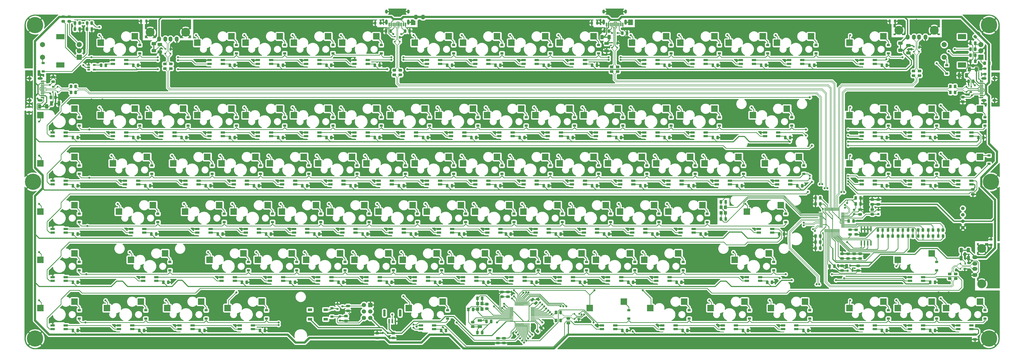
<source format=gbl>
%TF.GenerationSoftware,KiCad,Pcbnew,(5.1.10)-1*%
%TF.CreationDate,2021-10-11T22:19:29-04:00*%
%TF.ProjectId,custom_keyboard,63757374-6f6d-45f6-9b65-79626f617264,rev?*%
%TF.SameCoordinates,Original*%
%TF.FileFunction,Copper,L2,Bot*%
%TF.FilePolarity,Positive*%
%FSLAX46Y46*%
G04 Gerber Fmt 4.6, Leading zero omitted, Abs format (unit mm)*
G04 Created by KiCad (PCBNEW (5.1.10)-1) date 2021-10-11 22:19:29*
%MOMM*%
%LPD*%
G01*
G04 APERTURE LIST*
%TA.AperFunction,SMDPad,CuDef*%
%ADD10R,1.800000X1.000000*%
%TD*%
%TA.AperFunction,SMDPad,CuDef*%
%ADD11R,1.060000X0.650000*%
%TD*%
%TA.AperFunction,SMDPad,CuDef*%
%ADD12R,1.200000X0.900000*%
%TD*%
%TA.AperFunction,ComponentPad*%
%ADD13R,2.000000X2.000000*%
%TD*%
%TA.AperFunction,ComponentPad*%
%ADD14C,2.000000*%
%TD*%
%TA.AperFunction,ComponentPad*%
%ADD15R,3.200000X2.000000*%
%TD*%
%TA.AperFunction,SMDPad,CuDef*%
%ADD16R,0.700000X1.000000*%
%TD*%
%TA.AperFunction,SMDPad,CuDef*%
%ADD17R,0.700000X0.600000*%
%TD*%
%TA.AperFunction,SMDPad,CuDef*%
%ADD18O,0.588000X2.045000*%
%TD*%
%TA.AperFunction,SMDPad,CuDef*%
%ADD19R,0.600000X1.450000*%
%TD*%
%TA.AperFunction,SMDPad,CuDef*%
%ADD20R,0.300000X1.450000*%
%TD*%
%TA.AperFunction,ComponentPad*%
%ADD21O,1.000000X2.100000*%
%TD*%
%TA.AperFunction,ComponentPad*%
%ADD22O,1.000000X1.600000*%
%TD*%
%TA.AperFunction,SMDPad,CuDef*%
%ADD23R,1.200000X1.400000*%
%TD*%
%TA.AperFunction,ComponentPad*%
%ADD24C,3.500000*%
%TD*%
%TA.AperFunction,ComponentPad*%
%ADD25O,1.500000X2.000000*%
%TD*%
%TA.AperFunction,ComponentPad*%
%ADD26O,2.000000X1.500000*%
%TD*%
%TA.AperFunction,SMDPad,CuDef*%
%ADD27R,0.900000X0.800000*%
%TD*%
%TA.AperFunction,SMDPad,CuDef*%
%ADD28R,1.800000X1.100000*%
%TD*%
%TA.AperFunction,SMDPad,CuDef*%
%ADD29R,0.800000X0.900000*%
%TD*%
%TA.AperFunction,SMDPad,CuDef*%
%ADD30R,1.000000X0.700000*%
%TD*%
%TA.AperFunction,SMDPad,CuDef*%
%ADD31R,0.600000X0.700000*%
%TD*%
%TA.AperFunction,SMDPad,CuDef*%
%ADD32R,1.450000X0.600000*%
%TD*%
%TA.AperFunction,SMDPad,CuDef*%
%ADD33R,1.450000X0.300000*%
%TD*%
%TA.AperFunction,ComponentPad*%
%ADD34O,2.100000X1.000000*%
%TD*%
%TA.AperFunction,ComponentPad*%
%ADD35O,1.600000X1.000000*%
%TD*%
%TA.AperFunction,ComponentPad*%
%ADD36C,1.397000*%
%TD*%
%TA.AperFunction,SMDPad,CuDef*%
%ADD37O,0.270000X1.500000*%
%TD*%
%TA.AperFunction,SMDPad,CuDef*%
%ADD38O,1.500000X0.270000*%
%TD*%
%TA.AperFunction,SMDPad,CuDef*%
%ADD39R,1.800000X0.900000*%
%TD*%
%TA.AperFunction,SMDPad,CuDef*%
%ADD40R,2.550000X2.500000*%
%TD*%
%TA.AperFunction,ComponentPad*%
%ADD41C,6.400000*%
%TD*%
%TA.AperFunction,ComponentPad*%
%ADD42R,1.700000X1.700000*%
%TD*%
%TA.AperFunction,ComponentPad*%
%ADD43C,1.700000*%
%TD*%
%TA.AperFunction,ViaPad*%
%ADD44C,0.800000*%
%TD*%
%TA.AperFunction,Conductor*%
%ADD45C,0.250000*%
%TD*%
%TA.AperFunction,Conductor*%
%ADD46C,0.254000*%
%TD*%
%TA.AperFunction,Conductor*%
%ADD47C,0.508000*%
%TD*%
%TA.AperFunction,Conductor*%
%ADD48C,0.812800*%
%TD*%
%TA.AperFunction,Conductor*%
%ADD49C,0.381000*%
%TD*%
%TA.AperFunction,Conductor*%
%ADD50C,0.813000*%
%TD*%
%TA.AperFunction,Conductor*%
%ADD51C,0.200000*%
%TD*%
%TA.AperFunction,Conductor*%
%ADD52C,0.100000*%
%TD*%
G04 APERTURE END LIST*
D10*
%TO.P,Y2,2*%
%TO.N,Net-(C9-Pad2)*%
X314305200Y-298550100D03*
%TO.P,Y2,1*%
%TO.N,USB_XTAL1*%
X314305200Y-296050100D03*
%TD*%
D11*
%TO.P,U12,5*%
%TO.N,+5V*%
X162221100Y-196993900D03*
%TO.P,U12,4*%
%TO.N,BKL_DATA_IN*%
X162221100Y-195093900D03*
%TO.P,U12,3*%
%TO.N,GND*%
X160021100Y-195093900D03*
%TO.P,U12,2*%
%TO.N,BKL_DATA_IN_3V3*%
X160021100Y-196043900D03*
%TO.P,U12,1*%
%TO.N,N/C*%
X160021100Y-196993900D03*
%TD*%
%TO.P,R30,2*%
%TO.N,GND*%
%TA.AperFunction,SMDPad,CuDef*%
G36*
G01*
X258868050Y-295681400D02*
X259418050Y-295681400D01*
G75*
G02*
X259618050Y-295881400I0J-200000D01*
G01*
X259618050Y-296281400D01*
G75*
G02*
X259418050Y-296481400I-200000J0D01*
G01*
X258868050Y-296481400D01*
G75*
G02*
X258668050Y-296281400I0J200000D01*
G01*
X258668050Y-295881400D01*
G75*
G02*
X258868050Y-295681400I200000J0D01*
G01*
G37*
%TD.AperFunction*%
%TO.P,R30,1*%
%TO.N,BOOT0*%
%TA.AperFunction,SMDPad,CuDef*%
G36*
G01*
X258868050Y-294031400D02*
X259418050Y-294031400D01*
G75*
G02*
X259618050Y-294231400I0J-200000D01*
G01*
X259618050Y-294631400D01*
G75*
G02*
X259418050Y-294831400I-200000J0D01*
G01*
X258868050Y-294831400D01*
G75*
G02*
X258668050Y-294631400I0J200000D01*
G01*
X258668050Y-294231400D01*
G75*
G02*
X258868050Y-294031400I200000J0D01*
G01*
G37*
%TD.AperFunction*%
%TD*%
%TO.P,R23,2*%
%TO.N,GND*%
%TA.AperFunction,SMDPad,CuDef*%
G36*
G01*
X471732800Y-252765300D02*
X471182800Y-252765300D01*
G75*
G02*
X470982800Y-252565300I0J200000D01*
G01*
X470982800Y-252165300D01*
G75*
G02*
X471182800Y-251965300I200000J0D01*
G01*
X471732800Y-251965300D01*
G75*
G02*
X471932800Y-252165300I0J-200000D01*
G01*
X471932800Y-252565300D01*
G75*
G02*
X471732800Y-252765300I-200000J0D01*
G01*
G37*
%TD.AperFunction*%
%TO.P,R23,1*%
%TO.N,VBUSM*%
%TA.AperFunction,SMDPad,CuDef*%
G36*
G01*
X471732800Y-254415300D02*
X471182800Y-254415300D01*
G75*
G02*
X470982800Y-254215300I0J200000D01*
G01*
X470982800Y-253815300D01*
G75*
G02*
X471182800Y-253615300I200000J0D01*
G01*
X471732800Y-253615300D01*
G75*
G02*
X471932800Y-253815300I0J-200000D01*
G01*
X471932800Y-254215300D01*
G75*
G02*
X471732800Y-254415300I-200000J0D01*
G01*
G37*
%TD.AperFunction*%
%TD*%
%TO.P,R21,2*%
%TO.N,XRSTJ*%
%TA.AperFunction,SMDPad,CuDef*%
G36*
G01*
X461658400Y-253615300D02*
X462208400Y-253615300D01*
G75*
G02*
X462408400Y-253815300I0J-200000D01*
G01*
X462408400Y-254215300D01*
G75*
G02*
X462208400Y-254415300I-200000J0D01*
G01*
X461658400Y-254415300D01*
G75*
G02*
X461458400Y-254215300I0J200000D01*
G01*
X461458400Y-253815300D01*
G75*
G02*
X461658400Y-253615300I200000J0D01*
G01*
G37*
%TD.AperFunction*%
%TO.P,R21,1*%
%TO.N,+3V3*%
%TA.AperFunction,SMDPad,CuDef*%
G36*
G01*
X461658400Y-251965300D02*
X462208400Y-251965300D01*
G75*
G02*
X462408400Y-252165300I0J-200000D01*
G01*
X462408400Y-252565300D01*
G75*
G02*
X462208400Y-252765300I-200000J0D01*
G01*
X461658400Y-252765300D01*
G75*
G02*
X461458400Y-252565300I0J200000D01*
G01*
X461458400Y-252165300D01*
G75*
G02*
X461658400Y-251965300I200000J0D01*
G01*
G37*
%TD.AperFunction*%
%TD*%
%TO.P,UD7,2*%
%TO.N,HUB_DRV*%
%TA.AperFunction,SMDPad,CuDef*%
G36*
G01*
X496512500Y-263170950D02*
X496512500Y-262258450D01*
G75*
G02*
X496756250Y-262014700I243750J0D01*
G01*
X497243750Y-262014700D01*
G75*
G02*
X497487500Y-262258450I0J-243750D01*
G01*
X497487500Y-263170950D01*
G75*
G02*
X497243750Y-263414700I-243750J0D01*
G01*
X496756250Y-263414700D01*
G75*
G02*
X496512500Y-263170950I0J243750D01*
G01*
G37*
%TD.AperFunction*%
%TO.P,UD7,1*%
%TO.N,Net-(R32-Pad1)*%
%TA.AperFunction,SMDPad,CuDef*%
G36*
G01*
X494637500Y-263170950D02*
X494637500Y-262258450D01*
G75*
G02*
X494881250Y-262014700I243750J0D01*
G01*
X495368750Y-262014700D01*
G75*
G02*
X495612500Y-262258450I0J-243750D01*
G01*
X495612500Y-263170950D01*
G75*
G02*
X495368750Y-263414700I-243750J0D01*
G01*
X494881250Y-263414700D01*
G75*
G02*
X494637500Y-263170950I0J243750D01*
G01*
G37*
%TD.AperFunction*%
%TD*%
%TO.P,UD6,2*%
%TO.N,HUB_DRV*%
%TA.AperFunction,SMDPad,CuDef*%
G36*
G01*
X492544000Y-263170950D02*
X492544000Y-262258450D01*
G75*
G02*
X492787750Y-262014700I243750J0D01*
G01*
X493275250Y-262014700D01*
G75*
G02*
X493519000Y-262258450I0J-243750D01*
G01*
X493519000Y-263170950D01*
G75*
G02*
X493275250Y-263414700I-243750J0D01*
G01*
X492787750Y-263414700D01*
G75*
G02*
X492544000Y-263170950I0J243750D01*
G01*
G37*
%TD.AperFunction*%
%TO.P,UD6,1*%
%TO.N,Net-(R29-Pad1)*%
%TA.AperFunction,SMDPad,CuDef*%
G36*
G01*
X490669000Y-263170950D02*
X490669000Y-262258450D01*
G75*
G02*
X490912750Y-262014700I243750J0D01*
G01*
X491400250Y-262014700D01*
G75*
G02*
X491644000Y-262258450I0J-243750D01*
G01*
X491644000Y-263170950D01*
G75*
G02*
X491400250Y-263414700I-243750J0D01*
G01*
X490912750Y-263414700D01*
G75*
G02*
X490669000Y-263170950I0J243750D01*
G01*
G37*
%TD.AperFunction*%
%TD*%
%TO.P,UD5,2*%
%TO.N,HUB_DRV*%
%TA.AperFunction,SMDPad,CuDef*%
G36*
G01*
X488575500Y-263170950D02*
X488575500Y-262258450D01*
G75*
G02*
X488819250Y-262014700I243750J0D01*
G01*
X489306750Y-262014700D01*
G75*
G02*
X489550500Y-262258450I0J-243750D01*
G01*
X489550500Y-263170950D01*
G75*
G02*
X489306750Y-263414700I-243750J0D01*
G01*
X488819250Y-263414700D01*
G75*
G02*
X488575500Y-263170950I0J243750D01*
G01*
G37*
%TD.AperFunction*%
%TO.P,UD5,1*%
%TO.N,Net-(R26-Pad1)*%
%TA.AperFunction,SMDPad,CuDef*%
G36*
G01*
X486700500Y-263170950D02*
X486700500Y-262258450D01*
G75*
G02*
X486944250Y-262014700I243750J0D01*
G01*
X487431750Y-262014700D01*
G75*
G02*
X487675500Y-262258450I0J-243750D01*
G01*
X487675500Y-263170950D01*
G75*
G02*
X487431750Y-263414700I-243750J0D01*
G01*
X486944250Y-263414700D01*
G75*
G02*
X486700500Y-263170950I0J243750D01*
G01*
G37*
%TD.AperFunction*%
%TD*%
%TO.P,UD4,2*%
%TO.N,HUB_DRV*%
%TA.AperFunction,SMDPad,CuDef*%
G36*
G01*
X483707000Y-259877350D02*
X483707000Y-260789850D01*
G75*
G02*
X483463250Y-261033600I-243750J0D01*
G01*
X482975750Y-261033600D01*
G75*
G02*
X482732000Y-260789850I0J243750D01*
G01*
X482732000Y-259877350D01*
G75*
G02*
X482975750Y-259633600I243750J0D01*
G01*
X483463250Y-259633600D01*
G75*
G02*
X483707000Y-259877350I0J-243750D01*
G01*
G37*
%TD.AperFunction*%
%TO.P,UD4,1*%
%TO.N,Net-(R18-Pad1)*%
%TA.AperFunction,SMDPad,CuDef*%
G36*
G01*
X485582000Y-259877350D02*
X485582000Y-260789850D01*
G75*
G02*
X485338250Y-261033600I-243750J0D01*
G01*
X484850750Y-261033600D01*
G75*
G02*
X484607000Y-260789850I0J243750D01*
G01*
X484607000Y-259877350D01*
G75*
G02*
X484850750Y-259633600I243750J0D01*
G01*
X485338250Y-259633600D01*
G75*
G02*
X485582000Y-259877350I0J-243750D01*
G01*
G37*
%TD.AperFunction*%
%TD*%
%TO.P,UD3,2*%
%TO.N,HUB_DRV*%
%TA.AperFunction,SMDPad,CuDef*%
G36*
G01*
X479738500Y-259877350D02*
X479738500Y-260789850D01*
G75*
G02*
X479494750Y-261033600I-243750J0D01*
G01*
X479007250Y-261033600D01*
G75*
G02*
X478763500Y-260789850I0J243750D01*
G01*
X478763500Y-259877350D01*
G75*
G02*
X479007250Y-259633600I243750J0D01*
G01*
X479494750Y-259633600D01*
G75*
G02*
X479738500Y-259877350I0J-243750D01*
G01*
G37*
%TD.AperFunction*%
%TO.P,UD3,1*%
%TO.N,Net-(R17-Pad1)*%
%TA.AperFunction,SMDPad,CuDef*%
G36*
G01*
X481613500Y-259877350D02*
X481613500Y-260789850D01*
G75*
G02*
X481369750Y-261033600I-243750J0D01*
G01*
X480882250Y-261033600D01*
G75*
G02*
X480638500Y-260789850I0J243750D01*
G01*
X480638500Y-259877350D01*
G75*
G02*
X480882250Y-259633600I243750J0D01*
G01*
X481369750Y-259633600D01*
G75*
G02*
X481613500Y-259877350I0J-243750D01*
G01*
G37*
%TD.AperFunction*%
%TD*%
%TO.P,UD2,2*%
%TO.N,HUB_DRV*%
%TA.AperFunction,SMDPad,CuDef*%
G36*
G01*
X475770000Y-259877350D02*
X475770000Y-260789850D01*
G75*
G02*
X475526250Y-261033600I-243750J0D01*
G01*
X475038750Y-261033600D01*
G75*
G02*
X474795000Y-260789850I0J243750D01*
G01*
X474795000Y-259877350D01*
G75*
G02*
X475038750Y-259633600I243750J0D01*
G01*
X475526250Y-259633600D01*
G75*
G02*
X475770000Y-259877350I0J-243750D01*
G01*
G37*
%TD.AperFunction*%
%TO.P,UD2,1*%
%TO.N,Net-(R7-Pad1)*%
%TA.AperFunction,SMDPad,CuDef*%
G36*
G01*
X477645000Y-259877350D02*
X477645000Y-260789850D01*
G75*
G02*
X477401250Y-261033600I-243750J0D01*
G01*
X476913750Y-261033600D01*
G75*
G02*
X476670000Y-260789850I0J243750D01*
G01*
X476670000Y-259877350D01*
G75*
G02*
X476913750Y-259633600I243750J0D01*
G01*
X477401250Y-259633600D01*
G75*
G02*
X477645000Y-259877350I0J-243750D01*
G01*
G37*
%TD.AperFunction*%
%TD*%
%TO.P,UD1,2*%
%TO.N,HUB_DRV*%
%TA.AperFunction,SMDPad,CuDef*%
G36*
G01*
X471801500Y-259877350D02*
X471801500Y-260789850D01*
G75*
G02*
X471557750Y-261033600I-243750J0D01*
G01*
X471070250Y-261033600D01*
G75*
G02*
X470826500Y-260789850I0J243750D01*
G01*
X470826500Y-259877350D01*
G75*
G02*
X471070250Y-259633600I243750J0D01*
G01*
X471557750Y-259633600D01*
G75*
G02*
X471801500Y-259877350I0J-243750D01*
G01*
G37*
%TD.AperFunction*%
%TO.P,UD1,1*%
%TO.N,Net-(R1-Pad1)*%
%TA.AperFunction,SMDPad,CuDef*%
G36*
G01*
X473676500Y-259877350D02*
X473676500Y-260789850D01*
G75*
G02*
X473432750Y-261033600I-243750J0D01*
G01*
X472945250Y-261033600D01*
G75*
G02*
X472701500Y-260789850I0J243750D01*
G01*
X472701500Y-259877350D01*
G75*
G02*
X472945250Y-259633600I243750J0D01*
G01*
X473432750Y-259633600D01*
G75*
G02*
X473676500Y-259877350I0J-243750D01*
G01*
G37*
%TD.AperFunction*%
%TD*%
%TO.P,D10,2*%
%TO.N,HUB_DRV*%
%TA.AperFunction,SMDPad,CuDef*%
G36*
G01*
X459889750Y-261577300D02*
X460802250Y-261577300D01*
G75*
G02*
X461046000Y-261821050I0J-243750D01*
G01*
X461046000Y-262308550D01*
G75*
G02*
X460802250Y-262552300I-243750J0D01*
G01*
X459889750Y-262552300D01*
G75*
G02*
X459646000Y-262308550I0J243750D01*
G01*
X459646000Y-261821050D01*
G75*
G02*
X459889750Y-261577300I243750J0D01*
G01*
G37*
%TD.AperFunction*%
%TO.P,D10,1*%
%TO.N,Net-(D10-Pad1)*%
%TA.AperFunction,SMDPad,CuDef*%
G36*
G01*
X459889750Y-259702300D02*
X460802250Y-259702300D01*
G75*
G02*
X461046000Y-259946050I0J-243750D01*
G01*
X461046000Y-260433550D01*
G75*
G02*
X460802250Y-260677300I-243750J0D01*
G01*
X459889750Y-260677300D01*
G75*
G02*
X459646000Y-260433550I0J243750D01*
G01*
X459646000Y-259946050D01*
G75*
G02*
X459889750Y-259702300I243750J0D01*
G01*
G37*
%TD.AperFunction*%
%TD*%
%TO.P,C34,2*%
%TO.N,GND*%
%TA.AperFunction,SMDPad,CuDef*%
G36*
G01*
X506486900Y-272095401D02*
X506486900Y-270795399D01*
G75*
G02*
X506736899Y-270545400I249999J0D01*
G01*
X507386901Y-270545400D01*
G75*
G02*
X507636900Y-270795399I0J-249999D01*
G01*
X507636900Y-272095401D01*
G75*
G02*
X507386901Y-272345400I-249999J0D01*
G01*
X506736899Y-272345400D01*
G75*
G02*
X506486900Y-272095401I0J249999D01*
G01*
G37*
%TD.AperFunction*%
%TO.P,C34,1*%
%TO.N,+5V*%
%TA.AperFunction,SMDPad,CuDef*%
G36*
G01*
X503536900Y-272095401D02*
X503536900Y-270795399D01*
G75*
G02*
X503786899Y-270545400I249999J0D01*
G01*
X504436901Y-270545400D01*
G75*
G02*
X504686900Y-270795399I0J-249999D01*
G01*
X504686900Y-272095401D01*
G75*
G02*
X504436901Y-272345400I-249999J0D01*
G01*
X503786899Y-272345400D01*
G75*
G02*
X503536900Y-272095401I0J249999D01*
G01*
G37*
%TD.AperFunction*%
%TD*%
%TO.P,C25,2*%
%TO.N,GND*%
%TA.AperFunction,SMDPad,CuDef*%
G36*
G01*
X187456899Y-189403750D02*
X188756901Y-189403750D01*
G75*
G02*
X189006900Y-189653749I0J-249999D01*
G01*
X189006900Y-190303751D01*
G75*
G02*
X188756901Y-190553750I-249999J0D01*
G01*
X187456899Y-190553750D01*
G75*
G02*
X187206900Y-190303751I0J249999D01*
G01*
X187206900Y-189653749D01*
G75*
G02*
X187456899Y-189403750I249999J0D01*
G01*
G37*
%TD.AperFunction*%
%TO.P,C25,1*%
%TO.N,+5V*%
%TA.AperFunction,SMDPad,CuDef*%
G36*
G01*
X187456899Y-186453750D02*
X188756901Y-186453750D01*
G75*
G02*
X189006900Y-186703749I0J-249999D01*
G01*
X189006900Y-187353751D01*
G75*
G02*
X188756901Y-187603750I-249999J0D01*
G01*
X187456899Y-187603750D01*
G75*
G02*
X187206900Y-187353751I0J249999D01*
G01*
X187206900Y-186703749D01*
G75*
G02*
X187456899Y-186453750I249999J0D01*
G01*
G37*
%TD.AperFunction*%
%TD*%
%TO.P,C23,2*%
%TO.N,GND*%
%TA.AperFunction,SMDPad,CuDef*%
G36*
G01*
X147734500Y-210980501D02*
X147734500Y-209680499D01*
G75*
G02*
X147984499Y-209430500I249999J0D01*
G01*
X148634501Y-209430500D01*
G75*
G02*
X148884500Y-209680499I0J-249999D01*
G01*
X148884500Y-210980501D01*
G75*
G02*
X148634501Y-211230500I-249999J0D01*
G01*
X147984499Y-211230500D01*
G75*
G02*
X147734500Y-210980501I0J249999D01*
G01*
G37*
%TD.AperFunction*%
%TO.P,C23,1*%
%TO.N,+5V*%
%TA.AperFunction,SMDPad,CuDef*%
G36*
G01*
X144784500Y-210980501D02*
X144784500Y-209680499D01*
G75*
G02*
X145034499Y-209430500I249999J0D01*
G01*
X145684501Y-209430500D01*
G75*
G02*
X145934500Y-209680499I0J-249999D01*
G01*
X145934500Y-210980501D01*
G75*
G02*
X145684501Y-211230500I-249999J0D01*
G01*
X145034499Y-211230500D01*
G75*
G02*
X144784500Y-210980501I0J249999D01*
G01*
G37*
%TD.AperFunction*%
%TD*%
%TO.P,C13,2*%
%TO.N,GND*%
%TA.AperFunction,SMDPad,CuDef*%
G36*
G01*
X482713299Y-189800600D02*
X484013301Y-189800600D01*
G75*
G02*
X484263300Y-190050599I0J-249999D01*
G01*
X484263300Y-190700601D01*
G75*
G02*
X484013301Y-190950600I-249999J0D01*
G01*
X482713299Y-190950600D01*
G75*
G02*
X482463300Y-190700601I0J249999D01*
G01*
X482463300Y-190050599D01*
G75*
G02*
X482713299Y-189800600I249999J0D01*
G01*
G37*
%TD.AperFunction*%
%TO.P,C13,1*%
%TO.N,+5V*%
%TA.AperFunction,SMDPad,CuDef*%
G36*
G01*
X482713299Y-186850600D02*
X484013301Y-186850600D01*
G75*
G02*
X484263300Y-187100599I0J-249999D01*
G01*
X484263300Y-187750601D01*
G75*
G02*
X484013301Y-188000600I-249999J0D01*
G01*
X482713299Y-188000600D01*
G75*
G02*
X482463300Y-187750601I0J249999D01*
G01*
X482463300Y-187100599D01*
G75*
G02*
X482713299Y-186850600I249999J0D01*
G01*
G37*
%TD.AperFunction*%
%TD*%
%TO.P,C10,2*%
%TO.N,GND*%
%TA.AperFunction,SMDPad,CuDef*%
G36*
G01*
X503893200Y-198568699D02*
X503893200Y-199868701D01*
G75*
G02*
X503643201Y-200118700I-249999J0D01*
G01*
X502993199Y-200118700D01*
G75*
G02*
X502743200Y-199868701I0J249999D01*
G01*
X502743200Y-198568699D01*
G75*
G02*
X502993199Y-198318700I249999J0D01*
G01*
X503643201Y-198318700D01*
G75*
G02*
X503893200Y-198568699I0J-249999D01*
G01*
G37*
%TD.AperFunction*%
%TO.P,C10,1*%
%TO.N,+5V*%
%TA.AperFunction,SMDPad,CuDef*%
G36*
G01*
X506843200Y-198568699D02*
X506843200Y-199868701D01*
G75*
G02*
X506593201Y-200118700I-249999J0D01*
G01*
X505943199Y-200118700D01*
G75*
G02*
X505693200Y-199868701I0J249999D01*
G01*
X505693200Y-198568699D01*
G75*
G02*
X505943199Y-198318700I249999J0D01*
G01*
X506593201Y-198318700D01*
G75*
G02*
X506843200Y-198568699I0J-249999D01*
G01*
G37*
%TD.AperFunction*%
%TD*%
%TO.P,C2,2*%
%TO.N,GND*%
%TA.AperFunction,SMDPad,CuDef*%
G36*
G01*
X363658299Y-189006900D02*
X364958301Y-189006900D01*
G75*
G02*
X365208300Y-189256899I0J-249999D01*
G01*
X365208300Y-189906901D01*
G75*
G02*
X364958301Y-190156900I-249999J0D01*
G01*
X363658299Y-190156900D01*
G75*
G02*
X363408300Y-189906901I0J249999D01*
G01*
X363408300Y-189256899D01*
G75*
G02*
X363658299Y-189006900I249999J0D01*
G01*
G37*
%TD.AperFunction*%
%TO.P,C2,1*%
%TO.N,+5V*%
%TA.AperFunction,SMDPad,CuDef*%
G36*
G01*
X363658299Y-186056900D02*
X364958301Y-186056900D01*
G75*
G02*
X365208300Y-186306899I0J-249999D01*
G01*
X365208300Y-186956901D01*
G75*
G02*
X364958301Y-187206900I-249999J0D01*
G01*
X363658299Y-187206900D01*
G75*
G02*
X363408300Y-186956901I0J249999D01*
G01*
X363408300Y-186306899D01*
G75*
G02*
X363658299Y-186056900I249999J0D01*
G01*
G37*
%TD.AperFunction*%
%TD*%
%TO.P,C7,2*%
%TO.N,Net-(C7-Pad2)*%
%TA.AperFunction,SMDPad,CuDef*%
G36*
G01*
X509211700Y-194137800D02*
X509211700Y-193187800D01*
G75*
G02*
X509461700Y-192937800I250000J0D01*
G01*
X509961700Y-192937800D01*
G75*
G02*
X510211700Y-193187800I0J-250000D01*
G01*
X510211700Y-194137800D01*
G75*
G02*
X509961700Y-194387800I-250000J0D01*
G01*
X509461700Y-194387800D01*
G75*
G02*
X509211700Y-194137800I0J250000D01*
G01*
G37*
%TD.AperFunction*%
%TO.P,C7,1*%
%TO.N,GND*%
%TA.AperFunction,SMDPad,CuDef*%
G36*
G01*
X507311700Y-194137800D02*
X507311700Y-193187800D01*
G75*
G02*
X507561700Y-192937800I250000J0D01*
G01*
X508061700Y-192937800D01*
G75*
G02*
X508311700Y-193187800I0J-250000D01*
G01*
X508311700Y-194137800D01*
G75*
G02*
X508061700Y-194387800I-250000J0D01*
G01*
X507561700Y-194387800D01*
G75*
G02*
X507311700Y-194137800I0J250000D01*
G01*
G37*
%TD.AperFunction*%
%TD*%
%TO.P,C8,2*%
%TO.N,GND*%
%TA.AperFunction,SMDPad,CuDef*%
G36*
G01*
X508311700Y-186044500D02*
X508311700Y-186994500D01*
G75*
G02*
X508061700Y-187244500I-250000J0D01*
G01*
X507561700Y-187244500D01*
G75*
G02*
X507311700Y-186994500I0J250000D01*
G01*
X507311700Y-186044500D01*
G75*
G02*
X507561700Y-185794500I250000J0D01*
G01*
X508061700Y-185794500D01*
G75*
G02*
X508311700Y-186044500I0J-250000D01*
G01*
G37*
%TD.AperFunction*%
%TO.P,C8,1*%
%TO.N,Net-(C8-Pad1)*%
%TA.AperFunction,SMDPad,CuDef*%
G36*
G01*
X510211700Y-186044500D02*
X510211700Y-186994500D01*
G75*
G02*
X509961700Y-187244500I-250000J0D01*
G01*
X509461700Y-187244500D01*
G75*
G02*
X509211700Y-186994500I0J250000D01*
G01*
X509211700Y-186044500D01*
G75*
G02*
X509461700Y-185794500I250000J0D01*
G01*
X509961700Y-185794500D01*
G75*
G02*
X510211700Y-186044500I0J-250000D01*
G01*
G37*
%TD.AperFunction*%
%TD*%
%TO.P,C1,2*%
%TO.N,KEYBOARD_XTAL1*%
%TA.AperFunction,SMDPad,CuDef*%
G36*
G01*
X311183550Y-292159750D02*
X311183550Y-291209750D01*
G75*
G02*
X311433550Y-290959750I250000J0D01*
G01*
X311933550Y-290959750D01*
G75*
G02*
X312183550Y-291209750I0J-250000D01*
G01*
X312183550Y-292159750D01*
G75*
G02*
X311933550Y-292409750I-250000J0D01*
G01*
X311433550Y-292409750D01*
G75*
G02*
X311183550Y-292159750I0J250000D01*
G01*
G37*
%TD.AperFunction*%
%TO.P,C1,1*%
%TO.N,GND*%
%TA.AperFunction,SMDPad,CuDef*%
G36*
G01*
X309283550Y-292159750D02*
X309283550Y-291209750D01*
G75*
G02*
X309533550Y-290959750I250000J0D01*
G01*
X310033550Y-290959750D01*
G75*
G02*
X310283550Y-291209750I0J-250000D01*
G01*
X310283550Y-292159750D01*
G75*
G02*
X310033550Y-292409750I-250000J0D01*
G01*
X309533550Y-292409750D01*
G75*
G02*
X309283550Y-292159750I0J250000D01*
G01*
G37*
%TD.AperFunction*%
%TD*%
%TO.P,C3,2*%
%TO.N,Net-(C3-Pad2)*%
%TA.AperFunction,SMDPad,CuDef*%
G36*
G01*
X314755200Y-287794400D02*
X314755200Y-286844400D01*
G75*
G02*
X315005200Y-286594400I250000J0D01*
G01*
X315505200Y-286594400D01*
G75*
G02*
X315755200Y-286844400I0J-250000D01*
G01*
X315755200Y-287794400D01*
G75*
G02*
X315505200Y-288044400I-250000J0D01*
G01*
X315005200Y-288044400D01*
G75*
G02*
X314755200Y-287794400I0J250000D01*
G01*
G37*
%TD.AperFunction*%
%TO.P,C3,1*%
%TO.N,GND*%
%TA.AperFunction,SMDPad,CuDef*%
G36*
G01*
X312855200Y-287794400D02*
X312855200Y-286844400D01*
G75*
G02*
X313105200Y-286594400I250000J0D01*
G01*
X313605200Y-286594400D01*
G75*
G02*
X313855200Y-286844400I0J-250000D01*
G01*
X313855200Y-287794400D01*
G75*
G02*
X313605200Y-288044400I-250000J0D01*
G01*
X313105200Y-288044400D01*
G75*
G02*
X312855200Y-287794400I0J250000D01*
G01*
G37*
%TD.AperFunction*%
%TD*%
%TO.P,C37,2*%
%TO.N,GND*%
%TA.AperFunction,SMDPad,CuDef*%
G36*
G01*
X464789500Y-270201700D02*
X463839500Y-270201700D01*
G75*
G02*
X463589500Y-269951700I0J250000D01*
G01*
X463589500Y-269451700D01*
G75*
G02*
X463839500Y-269201700I250000J0D01*
G01*
X464789500Y-269201700D01*
G75*
G02*
X465039500Y-269451700I0J-250000D01*
G01*
X465039500Y-269951700D01*
G75*
G02*
X464789500Y-270201700I-250000J0D01*
G01*
G37*
%TD.AperFunction*%
%TO.P,C37,1*%
%TO.N,+1V8*%
%TA.AperFunction,SMDPad,CuDef*%
G36*
G01*
X464789500Y-272101700D02*
X463839500Y-272101700D01*
G75*
G02*
X463589500Y-271851700I0J250000D01*
G01*
X463589500Y-271351700D01*
G75*
G02*
X463839500Y-271101700I250000J0D01*
G01*
X464789500Y-271101700D01*
G75*
G02*
X465039500Y-271351700I0J-250000D01*
G01*
X465039500Y-271851700D01*
G75*
G02*
X464789500Y-272101700I-250000J0D01*
G01*
G37*
%TD.AperFunction*%
%TD*%
%TO.P,C11,2*%
%TO.N,+5V*%
%TA.AperFunction,SMDPad,CuDef*%
G36*
G01*
X468601700Y-249671800D02*
X469551700Y-249671800D01*
G75*
G02*
X469801700Y-249921800I0J-250000D01*
G01*
X469801700Y-250421800D01*
G75*
G02*
X469551700Y-250671800I-250000J0D01*
G01*
X468601700Y-250671800D01*
G75*
G02*
X468351700Y-250421800I0J250000D01*
G01*
X468351700Y-249921800D01*
G75*
G02*
X468601700Y-249671800I250000J0D01*
G01*
G37*
%TD.AperFunction*%
%TO.P,C11,1*%
%TO.N,GND*%
%TA.AperFunction,SMDPad,CuDef*%
G36*
G01*
X468601700Y-247771800D02*
X469551700Y-247771800D01*
G75*
G02*
X469801700Y-248021800I0J-250000D01*
G01*
X469801700Y-248521800D01*
G75*
G02*
X469551700Y-248771800I-250000J0D01*
G01*
X468601700Y-248771800D01*
G75*
G02*
X468351700Y-248521800I0J250000D01*
G01*
X468351700Y-248021800D01*
G75*
G02*
X468601700Y-247771800I250000J0D01*
G01*
G37*
%TD.AperFunction*%
%TD*%
%TO.P,C32,2*%
%TO.N,HUB_XIN*%
%TA.AperFunction,SMDPad,CuDef*%
G36*
G01*
X409892900Y-255493250D02*
X409892900Y-256443250D01*
G75*
G02*
X409642900Y-256693250I-250000J0D01*
G01*
X409142900Y-256693250D01*
G75*
G02*
X408892900Y-256443250I0J250000D01*
G01*
X408892900Y-255493250D01*
G75*
G02*
X409142900Y-255243250I250000J0D01*
G01*
X409642900Y-255243250D01*
G75*
G02*
X409892900Y-255493250I0J-250000D01*
G01*
G37*
%TD.AperFunction*%
%TO.P,C32,1*%
%TO.N,GND*%
%TA.AperFunction,SMDPad,CuDef*%
G36*
G01*
X411792900Y-255493250D02*
X411792900Y-256443250D01*
G75*
G02*
X411542900Y-256693250I-250000J0D01*
G01*
X411042900Y-256693250D01*
G75*
G02*
X410792900Y-256443250I0J250000D01*
G01*
X410792900Y-255493250D01*
G75*
G02*
X411042900Y-255243250I250000J0D01*
G01*
X411542900Y-255243250D01*
G75*
G02*
X411792900Y-255493250I0J-250000D01*
G01*
G37*
%TD.AperFunction*%
%TD*%
%TO.P,C33,2*%
%TO.N,HUB_XOUT*%
%TA.AperFunction,SMDPad,CuDef*%
G36*
G01*
X410792900Y-249696800D02*
X410792900Y-248746800D01*
G75*
G02*
X411042900Y-248496800I250000J0D01*
G01*
X411542900Y-248496800D01*
G75*
G02*
X411792900Y-248746800I0J-250000D01*
G01*
X411792900Y-249696800D01*
G75*
G02*
X411542900Y-249946800I-250000J0D01*
G01*
X411042900Y-249946800D01*
G75*
G02*
X410792900Y-249696800I0J250000D01*
G01*
G37*
%TD.AperFunction*%
%TO.P,C33,1*%
%TO.N,GND*%
%TA.AperFunction,SMDPad,CuDef*%
G36*
G01*
X408892900Y-249696800D02*
X408892900Y-248746800D01*
G75*
G02*
X409142900Y-248496800I250000J0D01*
G01*
X409642900Y-248496800D01*
G75*
G02*
X409892900Y-248746800I0J-250000D01*
G01*
X409892900Y-249696800D01*
G75*
G02*
X409642900Y-249946800I-250000J0D01*
G01*
X409142900Y-249946800D01*
G75*
G02*
X408892900Y-249696800I0J250000D01*
G01*
G37*
%TD.AperFunction*%
%TD*%
D12*
%TO.P,KD15,2*%
%TO.N,Net-(KD15-Pad2)*%
X156358900Y-215761200D03*
%TO.P,KD15,1*%
%TO.N,ROW1*%
X156358900Y-219061200D03*
%TD*%
%TO.P,KD33,2*%
%TO.N,Net-(KD33-Pad2)*%
X156358900Y-234810000D03*
%TO.P,KD33,1*%
%TO.N,ROW2*%
X156358900Y-238110000D03*
%TD*%
%TO.P,KD51,2*%
%TO.N,Net-(KD51-Pad2)*%
X156358900Y-253921400D03*
%TO.P,KD51,1*%
%TO.N,ROW3*%
X156358900Y-257221400D03*
%TD*%
%TO.P,KD65,2*%
%TO.N,Net-(KD65-Pad2)*%
X156358900Y-272970200D03*
%TO.P,KD65,1*%
%TO.N,ROW4*%
X156358900Y-276270200D03*
%TD*%
%TO.P,KD80,2*%
%TO.N,Net-(KD80-Pad2)*%
X182551000Y-292019000D03*
%TO.P,KD80,1*%
%TO.N,ROW5*%
X182551000Y-295319000D03*
%TD*%
%TO.P,KD1,2*%
%TO.N,Net-(KD1-Pad2)*%
X180169900Y-187250600D03*
%TO.P,KD1,1*%
%TO.N,ROT1_ROW*%
X180169900Y-190550600D03*
%TD*%
%TO.P,KD16,2*%
%TO.N,Net-(KD16-Pad2)*%
X180169900Y-215823800D03*
%TO.P,KD16,1*%
%TO.N,ROW1*%
X180169900Y-219123800D03*
%TD*%
%TO.P,KD34,2*%
%TO.N,Net-(KD34-Pad2)*%
X184932100Y-234872600D03*
%TO.P,KD34,1*%
%TO.N,ROW2*%
X184932100Y-238172600D03*
%TD*%
%TO.P,KD52,2*%
%TO.N,Net-(KD52-Pad2)*%
X187313200Y-253921400D03*
%TO.P,KD52,1*%
%TO.N,ROW3*%
X187313200Y-257221400D03*
%TD*%
%TO.P,KD79,2*%
%TO.N,Net-(KD79-Pad2)*%
X156358900Y-291956400D03*
%TO.P,KD79,1*%
%TO.N,ROW5*%
X156358900Y-295256400D03*
%TD*%
%TO.P,KD2,2*%
%TO.N,Net-(KD2-Pad2)*%
X218267500Y-187250600D03*
%TO.P,KD2,1*%
%TO.N,ROT1_ROW*%
X218267500Y-190550600D03*
%TD*%
%TO.P,KD18,2*%
%TO.N,Net-(KD18-Pad2)*%
X218267500Y-215823800D03*
%TO.P,KD18,1*%
%TO.N,ROW1*%
X218267500Y-219123800D03*
%TD*%
%TO.P,KD36,2*%
%TO.N,Net-(KD36-Pad2)*%
X227791900Y-234872600D03*
%TO.P,KD36,1*%
%TO.N,ROW2*%
X227791900Y-238172600D03*
%TD*%
%TO.P,KD54,2*%
%TO.N,Net-(KD54-Pad2)*%
X232554100Y-253921400D03*
%TO.P,KD54,1*%
%TO.N,ROW3*%
X232554100Y-257221400D03*
%TD*%
%TO.P,KD67,2*%
%TO.N,Net-(KD67-Pad2)*%
X223029700Y-272970200D03*
%TO.P,KD67,1*%
%TO.N,ROW4*%
X223029700Y-276270200D03*
%TD*%
%TO.P,KD82,2*%
%TO.N,Net-(KD82-Pad2)*%
X230173000Y-292019000D03*
%TO.P,KD82,1*%
%TO.N,ROW5*%
X230173000Y-295319000D03*
%TD*%
%TO.P,KD17,2*%
%TO.N,Net-(KD17-Pad2)*%
X199218700Y-215823800D03*
%TO.P,KD17,1*%
%TO.N,ROW1*%
X199218700Y-219123800D03*
%TD*%
%TO.P,KD35,2*%
%TO.N,Net-(KD35-Pad2)*%
X208743100Y-234872600D03*
%TO.P,KD35,1*%
%TO.N,ROW2*%
X208743100Y-238172600D03*
%TD*%
%TO.P,KD53,2*%
%TO.N,Net-(KD53-Pad2)*%
X213505300Y-253921400D03*
%TO.P,KD53,1*%
%TO.N,ROW3*%
X213505300Y-257221400D03*
%TD*%
%TO.P,KD66,2*%
%TO.N,Net-(KD66-Pad2)*%
X192075400Y-272970200D03*
%TO.P,KD66,1*%
%TO.N,ROW4*%
X192075400Y-276270200D03*
%TD*%
%TO.P,KD81,2*%
%TO.N,Net-(KD81-Pad2)*%
X206362000Y-292019000D03*
%TO.P,KD81,1*%
%TO.N,ROW5*%
X206362000Y-295319000D03*
%TD*%
%TO.P,KD3,2*%
%TO.N,Net-(KD3-Pad2)*%
X237316300Y-187250600D03*
%TO.P,KD3,1*%
%TO.N,ROT1_ROW*%
X237316300Y-190550600D03*
%TD*%
%TO.P,KD19,2*%
%TO.N,Net-(KD19-Pad2)*%
X237316300Y-215823800D03*
%TO.P,KD19,1*%
%TO.N,ROW1*%
X237316300Y-219123800D03*
%TD*%
%TO.P,KD37,2*%
%TO.N,Net-(KD37-Pad2)*%
X246840700Y-234872600D03*
%TO.P,KD37,1*%
%TO.N,ROW2*%
X246840700Y-238172600D03*
%TD*%
%TO.P,KD55,2*%
%TO.N,Net-(KD55-Pad2)*%
X251602900Y-253921400D03*
%TO.P,KD55,1*%
%TO.N,ROW3*%
X251602900Y-257221400D03*
%TD*%
%TO.P,KD68,2*%
%TO.N,Net-(KD68-Pad2)*%
X242078500Y-272970200D03*
%TO.P,KD68,1*%
%TO.N,ROW4*%
X242078500Y-276270200D03*
%TD*%
%TO.P,KD70,2*%
%TO.N,Net-(KD70-Pad2)*%
X280176100Y-272970200D03*
%TO.P,KD70,1*%
%TO.N,ROW4*%
X280176100Y-276270200D03*
%TD*%
%TO.P,KD4,2*%
%TO.N,Net-(KD4-Pad2)*%
X256365100Y-187250600D03*
%TO.P,KD4,1*%
%TO.N,ROT1_ROW*%
X256365100Y-190550600D03*
%TD*%
%TO.P,KD20,2*%
%TO.N,Net-(KD20-Pad2)*%
X256365100Y-215823800D03*
%TO.P,KD20,1*%
%TO.N,ROW1*%
X256365100Y-219123800D03*
%TD*%
%TO.P,KD38,2*%
%TO.N,Net-(KD38-Pad2)*%
X265889500Y-234872600D03*
%TO.P,KD38,1*%
%TO.N,ROW2*%
X265889500Y-238172600D03*
%TD*%
%TO.P,KD56,2*%
%TO.N,Net-(KD56-Pad2)*%
X270651700Y-253921400D03*
%TO.P,KD56,1*%
%TO.N,ROW3*%
X270651700Y-257221400D03*
%TD*%
%TO.P,KD69,2*%
%TO.N,Net-(KD69-Pad2)*%
X261127300Y-272970200D03*
%TO.P,KD69,1*%
%TO.N,ROW4*%
X261127300Y-276270200D03*
%TD*%
%TO.P,KD5,2*%
%TO.N,Net-(KD5-Pad2)*%
X275413900Y-187250600D03*
%TO.P,KD5,1*%
%TO.N,ROT1_ROW*%
X275413900Y-190550600D03*
%TD*%
%TO.P,KD21,2*%
%TO.N,Net-(KD21-Pad2)*%
X275413900Y-215823800D03*
%TO.P,KD21,1*%
%TO.N,ROW1*%
X275413900Y-219123800D03*
%TD*%
%TO.P,KD39,2*%
%TO.N,Net-(KD39-Pad2)*%
X284938300Y-234872600D03*
%TO.P,KD39,1*%
%TO.N,ROW2*%
X284938300Y-238172600D03*
%TD*%
%TO.P,KD57,2*%
%TO.N,Net-(KD57-Pad2)*%
X289700500Y-253921400D03*
%TO.P,KD57,1*%
%TO.N,ROW3*%
X289700500Y-257221400D03*
%TD*%
%TO.P,KD71,2*%
%TO.N,Net-(KD71-Pad2)*%
X299224900Y-272970200D03*
%TO.P,KD71,1*%
%TO.N,ROW4*%
X299224900Y-276270200D03*
%TD*%
%TO.P,KD83,2*%
%TO.N,Net-(KD83-Pad2)*%
X301606000Y-292019000D03*
%TO.P,KD83,1*%
%TO.N,ROW5*%
X301606000Y-295319000D03*
%TD*%
%TO.P,KD6,2*%
%TO.N,Net-(KD6-Pad2)*%
X303987100Y-187250600D03*
%TO.P,KD6,1*%
%TO.N,ROT1_ROW*%
X303987100Y-190550600D03*
%TD*%
%TO.P,KD22,2*%
%TO.N,Net-(KD22-Pad2)*%
X294462700Y-215823800D03*
%TO.P,KD22,1*%
%TO.N,ROW1*%
X294462700Y-219123800D03*
%TD*%
%TO.P,KD40,2*%
%TO.N,Net-(KD40-Pad2)*%
X303987100Y-234872600D03*
%TO.P,KD40,1*%
%TO.N,ROW2*%
X303987100Y-238172600D03*
%TD*%
%TO.P,KD58,2*%
%TO.N,Net-(KD58-Pad2)*%
X308749300Y-253921400D03*
%TO.P,KD58,1*%
%TO.N,ROW3*%
X308749300Y-257221400D03*
%TD*%
%TO.P,KD72,2*%
%TO.N,Net-(KD72-Pad2)*%
X318273700Y-272970200D03*
%TO.P,KD72,1*%
%TO.N,ROW4*%
X318273700Y-276270200D03*
%TD*%
%TO.P,KD7,2*%
%TO.N,Net-(KD7-Pad2)*%
X323035900Y-187250600D03*
%TO.P,KD7,1*%
%TO.N,ROT1_ROW*%
X323035900Y-190550600D03*
%TD*%
%TO.P,KD23,2*%
%TO.N,Net-(KD23-Pad2)*%
X313511500Y-215823800D03*
%TO.P,KD23,1*%
%TO.N,ROW1*%
X313511500Y-219123800D03*
%TD*%
%TO.P,KD41,2*%
%TO.N,Net-(KD41-Pad2)*%
X323035900Y-234872600D03*
%TO.P,KD41,1*%
%TO.N,ROW2*%
X323035900Y-238172600D03*
%TD*%
%TO.P,KD59,2*%
%TO.N,Net-(KD59-Pad2)*%
X327798100Y-253921400D03*
%TO.P,KD59,1*%
%TO.N,ROW3*%
X327798100Y-257221400D03*
%TD*%
%TO.P,KD73,2*%
%TO.N,Net-(KD73-Pad2)*%
X337322500Y-272970200D03*
%TO.P,KD73,1*%
%TO.N,ROW4*%
X337322500Y-276270200D03*
%TD*%
%TO.P,KD8,2*%
%TO.N,Net-(KD8-Pad2)*%
X342084700Y-187250600D03*
%TO.P,KD8,1*%
%TO.N,ROT1_ROW*%
X342084700Y-190550600D03*
%TD*%
%TO.P,KD24,2*%
%TO.N,Net-(KD24-Pad2)*%
X332560300Y-215823800D03*
%TO.P,KD24,1*%
%TO.N,ROW1*%
X332560300Y-219123800D03*
%TD*%
%TO.P,KD42,2*%
%TO.N,Net-(KD42-Pad2)*%
X342084700Y-234872600D03*
%TO.P,KD42,1*%
%TO.N,ROW2*%
X342084700Y-238172600D03*
%TD*%
%TO.P,KD60,2*%
%TO.N,Net-(KD60-Pad2)*%
X346846900Y-253921400D03*
%TO.P,KD60,1*%
%TO.N,ROW3*%
X346846900Y-257221400D03*
%TD*%
%TO.P,KD74,2*%
%TO.N,Net-(KD74-Pad2)*%
X356371300Y-272970200D03*
%TO.P,KD74,1*%
%TO.N,ROW4*%
X356371300Y-276270200D03*
%TD*%
%TO.P,KD9,2*%
%TO.N,Net-(KD9-Pad2)*%
X361133500Y-187250600D03*
%TO.P,KD9,1*%
%TO.N,ROT1_ROW*%
X361133500Y-190550600D03*
%TD*%
%TO.P,KD25,2*%
%TO.N,Net-(KD25-Pad2)*%
X351609100Y-215823800D03*
%TO.P,KD25,1*%
%TO.N,ROW1*%
X351609100Y-219123800D03*
%TD*%
%TO.P,KD43,2*%
%TO.N,Net-(KD43-Pad2)*%
X361133500Y-234872600D03*
%TO.P,KD43,1*%
%TO.N,ROW2*%
X361133500Y-238172600D03*
%TD*%
%TO.P,KD61,2*%
%TO.N,Net-(KD61-Pad2)*%
X365895700Y-253921400D03*
%TO.P,KD61,1*%
%TO.N,ROW3*%
X365895700Y-257221400D03*
%TD*%
%TO.P,KD75,2*%
%TO.N,Net-(KD75-Pad2)*%
X375420100Y-272970200D03*
%TO.P,KD75,1*%
%TO.N,ROW4*%
X375420100Y-276270200D03*
%TD*%
%TO.P,KD84,2*%
%TO.N,Net-(KD84-Pad2)*%
X373039000Y-292019000D03*
%TO.P,KD84,1*%
%TO.N,ROW5*%
X373039000Y-295319000D03*
%TD*%
%TO.P,KD10,2*%
%TO.N,Net-(KD10-Pad2)*%
X389706700Y-187250600D03*
%TO.P,KD10,1*%
%TO.N,ROT1_ROW*%
X389706700Y-190550600D03*
%TD*%
%TO.P,KD26,2*%
%TO.N,Net-(KD26-Pad2)*%
X370657900Y-215823800D03*
%TO.P,KD26,1*%
%TO.N,ROW1*%
X370657900Y-219123800D03*
%TD*%
%TO.P,KD44,2*%
%TO.N,Net-(KD44-Pad2)*%
X380182300Y-234872600D03*
%TO.P,KD44,1*%
%TO.N,ROW2*%
X380182300Y-238172600D03*
%TD*%
%TO.P,KD62,2*%
%TO.N,Net-(KD62-Pad2)*%
X384944500Y-253921400D03*
%TO.P,KD62,1*%
%TO.N,ROW3*%
X384944500Y-257221400D03*
%TD*%
%TO.P,KD76,2*%
%TO.N,Net-(KD76-Pad2)*%
X394468900Y-272970200D03*
%TO.P,KD76,1*%
%TO.N,ROW4*%
X394468900Y-276270200D03*
%TD*%
%TO.P,KD11,2*%
%TO.N,Net-(KD11-Pad2)*%
X408755500Y-187250600D03*
%TO.P,KD11,1*%
%TO.N,ROT1_ROW*%
X408755500Y-190550600D03*
%TD*%
%TO.P,KD27,2*%
%TO.N,Net-(KD27-Pad2)*%
X389706700Y-215823800D03*
%TO.P,KD27,1*%
%TO.N,ROW1*%
X389706700Y-219123800D03*
%TD*%
%TO.P,KD45,2*%
%TO.N,Net-(KD45-Pad2)*%
X399231100Y-234872600D03*
%TO.P,KD45,1*%
%TO.N,ROW2*%
X399231100Y-238172600D03*
%TD*%
%TO.P,KD63,2*%
%TO.N,Net-(KD63-Pad2)*%
X403993300Y-253921400D03*
%TO.P,KD63,1*%
%TO.N,ROW3*%
X403993300Y-257221400D03*
%TD*%
%TO.P,KD85,2*%
%TO.N,Net-(KD85-Pad2)*%
X396850000Y-292019000D03*
%TO.P,KD85,1*%
%TO.N,ROW5*%
X396850000Y-295319000D03*
%TD*%
%TO.P,KD86,2*%
%TO.N,Net-(KD86-Pad2)*%
X420661000Y-292019000D03*
%TO.P,KD86,1*%
%TO.N,ROW5*%
X420661000Y-295319000D03*
%TD*%
%TO.P,KD12,2*%
%TO.N,Net-(KD12-Pad2)*%
X427804300Y-187250600D03*
%TO.P,KD12,1*%
%TO.N,ROT1_ROW*%
X427804300Y-190550600D03*
%TD*%
%TO.P,KD28,2*%
%TO.N,Net-(KD28-Pad2)*%
X408755500Y-215823800D03*
%TO.P,KD28,1*%
%TO.N,ROW1*%
X408755500Y-219123800D03*
%TD*%
%TO.P,KD46,2*%
%TO.N,Net-(KD46-Pad2)*%
X418279900Y-234872600D03*
%TO.P,KD46,1*%
%TO.N,ROW2*%
X418279900Y-238172600D03*
%TD*%
%TO.P,KD87,2*%
%TO.N,Net-(KD87-Pad2)*%
X444472000Y-292019000D03*
%TO.P,KD87,1*%
%TO.N,ROW5*%
X444472000Y-295319000D03*
%TD*%
%TO.P,KD13,2*%
%TO.N,Net-(KD13-Pad2)*%
X446853100Y-187250600D03*
%TO.P,KD13,1*%
%TO.N,ROT1_ROW*%
X446853100Y-190550600D03*
%TD*%
%TO.P,KD29,2*%
%TO.N,Net-(KD29-Pad2)*%
X437328700Y-215823800D03*
%TO.P,KD29,1*%
%TO.N,ROW1*%
X437328700Y-219123800D03*
%TD*%
%TO.P,KD47,2*%
%TO.N,Net-(KD47-Pad2)*%
X442090900Y-234872600D03*
%TO.P,KD47,1*%
%TO.N,ROW2*%
X442090900Y-238172600D03*
%TD*%
%TO.P,KD64,2*%
%TO.N,Net-(KD64-Pad2)*%
X434947600Y-253921400D03*
%TO.P,KD64,1*%
%TO.N,ROW3*%
X434947600Y-257221400D03*
%TD*%
%TO.P,KD77,2*%
%TO.N,Net-(KD77-Pad2)*%
X430185400Y-272970200D03*
%TO.P,KD77,1*%
%TO.N,ROW4*%
X430185400Y-276270200D03*
%TD*%
%TO.P,KD88,2*%
%TO.N,Net-(KD88-Pad2)*%
X475426300Y-292019000D03*
%TO.P,KD88,1*%
%TO.N,ROW5*%
X475426300Y-295319000D03*
%TD*%
%TO.P,KD14,2*%
%TO.N,Net-(KD14-Pad2)*%
X475426300Y-187250600D03*
%TO.P,KD14,1*%
%TO.N,ROT1_ROW*%
X475426300Y-190550600D03*
%TD*%
%TO.P,KD30,2*%
%TO.N,Net-(KD30-Pad2)*%
X475426300Y-215823800D03*
%TO.P,KD30,1*%
%TO.N,ROW1*%
X475426300Y-219123800D03*
%TD*%
%TO.P,KD48,2*%
%TO.N,Net-(KD48-Pad2)*%
X475426300Y-234872600D03*
%TO.P,KD48,1*%
%TO.N,ROW2*%
X475426300Y-238172600D03*
%TD*%
%TO.P,KD31,2*%
%TO.N,Net-(KD31-Pad2)*%
X494475100Y-215823800D03*
%TO.P,KD31,1*%
%TO.N,ROW1*%
X494475100Y-219123800D03*
%TD*%
%TO.P,KD49,2*%
%TO.N,Net-(KD49-Pad2)*%
X494475100Y-234872600D03*
%TO.P,KD49,1*%
%TO.N,ROW2*%
X494475100Y-238172600D03*
%TD*%
%TO.P,KD78,2*%
%TO.N,Net-(KD78-Pad2)*%
X494475100Y-272970200D03*
%TO.P,KD78,1*%
%TO.N,ROW4*%
X494475100Y-276270200D03*
%TD*%
%TO.P,KD89,2*%
%TO.N,Net-(KD89-Pad2)*%
X494475100Y-292019000D03*
%TO.P,KD89,1*%
%TO.N,ROW5*%
X494475100Y-295319000D03*
%TD*%
%TO.P,KD32,2*%
%TO.N,Net-(KD32-Pad2)*%
X513523900Y-215823800D03*
%TO.P,KD32,1*%
%TO.N,ROW1*%
X513523900Y-219123800D03*
%TD*%
%TO.P,KD50,2*%
%TO.N,Net-(KD50-Pad2)*%
X515111300Y-230904100D03*
%TO.P,KD50,1*%
%TO.N,ROW2*%
X515111300Y-234204100D03*
%TD*%
%TO.P,KD90,2*%
%TO.N,Net-(KD90-Pad2)*%
X513523900Y-292019000D03*
%TO.P,KD90,1*%
%TO.N,ROW5*%
X513523900Y-295319000D03*
%TD*%
%TO.P,R14,2*%
%TO.N,ENCODER_A*%
%TA.AperFunction,SMDPad,CuDef*%
G36*
G01*
X508361700Y-190831698D02*
X508361700Y-191731702D01*
G75*
G02*
X508111702Y-191981700I-249998J0D01*
G01*
X507586698Y-191981700D01*
G75*
G02*
X507336700Y-191731702I0J249998D01*
G01*
X507336700Y-190831698D01*
G75*
G02*
X507586698Y-190581700I249998J0D01*
G01*
X508111702Y-190581700D01*
G75*
G02*
X508361700Y-190831698I0J-249998D01*
G01*
G37*
%TD.AperFunction*%
%TO.P,R14,1*%
%TO.N,Net-(C7-Pad2)*%
%TA.AperFunction,SMDPad,CuDef*%
G36*
G01*
X510186700Y-190831698D02*
X510186700Y-191731702D01*
G75*
G02*
X509936702Y-191981700I-249998J0D01*
G01*
X509411698Y-191981700D01*
G75*
G02*
X509161700Y-191731702I0J249998D01*
G01*
X509161700Y-190831698D01*
G75*
G02*
X509411698Y-190581700I249998J0D01*
G01*
X509936702Y-190581700D01*
G75*
G02*
X510186700Y-190831698I0J-249998D01*
G01*
G37*
%TD.AperFunction*%
%TD*%
%TO.P,R15,2*%
%TO.N,+5V*%
%TA.AperFunction,SMDPad,CuDef*%
G36*
G01*
X510950143Y-183380056D02*
X510313744Y-182743657D01*
G75*
G02*
X510313744Y-182390107I176775J176775D01*
G01*
X510684977Y-182018874D01*
G75*
G02*
X511038527Y-182018874I176775J-176775D01*
G01*
X511674926Y-182655273D01*
G75*
G02*
X511674926Y-183008823I-176775J-176775D01*
G01*
X511303693Y-183380056D01*
G75*
G02*
X510950143Y-183380056I-176775J176775D01*
G01*
G37*
%TD.AperFunction*%
%TO.P,R15,1*%
%TO.N,Net-(C8-Pad1)*%
%TA.AperFunction,SMDPad,CuDef*%
G36*
G01*
X509659673Y-184670526D02*
X509023274Y-184034127D01*
G75*
G02*
X509023274Y-183680577I176775J176775D01*
G01*
X509394507Y-183309344D01*
G75*
G02*
X509748057Y-183309344I176775J-176775D01*
G01*
X510384456Y-183945743D01*
G75*
G02*
X510384456Y-184299293I-176775J-176775D01*
G01*
X510013223Y-184670526D01*
G75*
G02*
X509659673Y-184670526I-176775J176775D01*
G01*
G37*
%TD.AperFunction*%
%TD*%
%TO.P,R4,2*%
%TO.N,HUB_D+*%
%TA.AperFunction,SMDPad,CuDef*%
G36*
G01*
X282507198Y-198520100D02*
X283407202Y-198520100D01*
G75*
G02*
X283657200Y-198770098I0J-249998D01*
G01*
X283657200Y-199295102D01*
G75*
G02*
X283407202Y-199545100I-249998J0D01*
G01*
X282507198Y-199545100D01*
G75*
G02*
X282257200Y-199295102I0J249998D01*
G01*
X282257200Y-198770098D01*
G75*
G02*
X282507198Y-198520100I249998J0D01*
G01*
G37*
%TD.AperFunction*%
%TO.P,R4,1*%
%TO.N,Net-(R4-Pad1)*%
%TA.AperFunction,SMDPad,CuDef*%
G36*
G01*
X282507198Y-196695100D02*
X283407202Y-196695100D01*
G75*
G02*
X283657200Y-196945098I0J-249998D01*
G01*
X283657200Y-197470102D01*
G75*
G02*
X283407202Y-197720100I-249998J0D01*
G01*
X282507198Y-197720100D01*
G75*
G02*
X282257200Y-197470102I0J249998D01*
G01*
X282257200Y-196945098D01*
G75*
G02*
X282507198Y-196695100I249998J0D01*
G01*
G37*
%TD.AperFunction*%
%TD*%
%TO.P,R2,2*%
%TO.N,HUB_D-*%
%TA.AperFunction,SMDPad,CuDef*%
G36*
G01*
X280126098Y-198520100D02*
X281026102Y-198520100D01*
G75*
G02*
X281276100Y-198770098I0J-249998D01*
G01*
X281276100Y-199295102D01*
G75*
G02*
X281026102Y-199545100I-249998J0D01*
G01*
X280126098Y-199545100D01*
G75*
G02*
X279876100Y-199295102I0J249998D01*
G01*
X279876100Y-198770098D01*
G75*
G02*
X280126098Y-198520100I249998J0D01*
G01*
G37*
%TD.AperFunction*%
%TO.P,R2,1*%
%TO.N,Net-(R2-Pad1)*%
%TA.AperFunction,SMDPad,CuDef*%
G36*
G01*
X280126098Y-196695100D02*
X281026102Y-196695100D01*
G75*
G02*
X281276100Y-196945098I0J-249998D01*
G01*
X281276100Y-197470102D01*
G75*
G02*
X281026102Y-197720100I-249998J0D01*
G01*
X280126098Y-197720100D01*
G75*
G02*
X279876100Y-197470102I0J249998D01*
G01*
X279876100Y-196945098D01*
G75*
G02*
X280126098Y-196695100I249998J0D01*
G01*
G37*
%TD.AperFunction*%
%TD*%
%TO.P,R22,2*%
%TO.N,VBUSM*%
%TA.AperFunction,SMDPad,CuDef*%
G36*
G01*
X468626698Y-253590300D02*
X469526702Y-253590300D01*
G75*
G02*
X469776700Y-253840298I0J-249998D01*
G01*
X469776700Y-254365302D01*
G75*
G02*
X469526702Y-254615300I-249998J0D01*
G01*
X468626698Y-254615300D01*
G75*
G02*
X468376700Y-254365302I0J249998D01*
G01*
X468376700Y-253840298D01*
G75*
G02*
X468626698Y-253590300I249998J0D01*
G01*
G37*
%TD.AperFunction*%
%TO.P,R22,1*%
%TO.N,+5V*%
%TA.AperFunction,SMDPad,CuDef*%
G36*
G01*
X468626698Y-251765300D02*
X469526702Y-251765300D01*
G75*
G02*
X469776700Y-252015298I0J-249998D01*
G01*
X469776700Y-252540302D01*
G75*
G02*
X469526702Y-252790300I-249998J0D01*
G01*
X468626698Y-252790300D01*
G75*
G02*
X468376700Y-252540302I0J249998D01*
G01*
X468376700Y-252015298D01*
G75*
G02*
X468626698Y-251765300I249998J0D01*
G01*
G37*
%TD.AperFunction*%
%TD*%
%TO.P,R1,2*%
%TO.N,HUB_LED1*%
%TA.AperFunction,SMDPad,CuDef*%
G36*
G01*
X471851500Y-262264698D02*
X471851500Y-263164702D01*
G75*
G02*
X471601502Y-263414700I-249998J0D01*
G01*
X471076498Y-263414700D01*
G75*
G02*
X470826500Y-263164702I0J249998D01*
G01*
X470826500Y-262264698D01*
G75*
G02*
X471076498Y-262014700I249998J0D01*
G01*
X471601502Y-262014700D01*
G75*
G02*
X471851500Y-262264698I0J-249998D01*
G01*
G37*
%TD.AperFunction*%
%TO.P,R1,1*%
%TO.N,Net-(R1-Pad1)*%
%TA.AperFunction,SMDPad,CuDef*%
G36*
G01*
X473676500Y-262264698D02*
X473676500Y-263164702D01*
G75*
G02*
X473426502Y-263414700I-249998J0D01*
G01*
X472901498Y-263414700D01*
G75*
G02*
X472651500Y-263164702I0J249998D01*
G01*
X472651500Y-262264698D01*
G75*
G02*
X472901498Y-262014700I249998J0D01*
G01*
X473426502Y-262014700D01*
G75*
G02*
X473676500Y-262264698I0J-249998D01*
G01*
G37*
%TD.AperFunction*%
%TD*%
%TO.P,R7,2*%
%TO.N,HUB_LED2*%
%TA.AperFunction,SMDPad,CuDef*%
G36*
G01*
X475820000Y-262264698D02*
X475820000Y-263164702D01*
G75*
G02*
X475570002Y-263414700I-249998J0D01*
G01*
X475044998Y-263414700D01*
G75*
G02*
X474795000Y-263164702I0J249998D01*
G01*
X474795000Y-262264698D01*
G75*
G02*
X475044998Y-262014700I249998J0D01*
G01*
X475570002Y-262014700D01*
G75*
G02*
X475820000Y-262264698I0J-249998D01*
G01*
G37*
%TD.AperFunction*%
%TO.P,R7,1*%
%TO.N,Net-(R7-Pad1)*%
%TA.AperFunction,SMDPad,CuDef*%
G36*
G01*
X477645000Y-262264698D02*
X477645000Y-263164702D01*
G75*
G02*
X477395002Y-263414700I-249998J0D01*
G01*
X476869998Y-263414700D01*
G75*
G02*
X476620000Y-263164702I0J249998D01*
G01*
X476620000Y-262264698D01*
G75*
G02*
X476869998Y-262014700I249998J0D01*
G01*
X477395002Y-262014700D01*
G75*
G02*
X477645000Y-262264698I0J-249998D01*
G01*
G37*
%TD.AperFunction*%
%TD*%
%TO.P,R17,2*%
%TO.N,HUB_LED3*%
%TA.AperFunction,SMDPad,CuDef*%
G36*
G01*
X479788500Y-262264698D02*
X479788500Y-263164702D01*
G75*
G02*
X479538502Y-263414700I-249998J0D01*
G01*
X479013498Y-263414700D01*
G75*
G02*
X478763500Y-263164702I0J249998D01*
G01*
X478763500Y-262264698D01*
G75*
G02*
X479013498Y-262014700I249998J0D01*
G01*
X479538502Y-262014700D01*
G75*
G02*
X479788500Y-262264698I0J-249998D01*
G01*
G37*
%TD.AperFunction*%
%TO.P,R17,1*%
%TO.N,Net-(R17-Pad1)*%
%TA.AperFunction,SMDPad,CuDef*%
G36*
G01*
X481613500Y-262264698D02*
X481613500Y-263164702D01*
G75*
G02*
X481363502Y-263414700I-249998J0D01*
G01*
X480838498Y-263414700D01*
G75*
G02*
X480588500Y-263164702I0J249998D01*
G01*
X480588500Y-262264698D01*
G75*
G02*
X480838498Y-262014700I249998J0D01*
G01*
X481363502Y-262014700D01*
G75*
G02*
X481613500Y-262264698I0J-249998D01*
G01*
G37*
%TD.AperFunction*%
%TD*%
%TO.P,R18,2*%
%TO.N,HUB_LED4*%
%TA.AperFunction,SMDPad,CuDef*%
G36*
G01*
X483757000Y-262264698D02*
X483757000Y-263164702D01*
G75*
G02*
X483507002Y-263414700I-249998J0D01*
G01*
X482981998Y-263414700D01*
G75*
G02*
X482732000Y-263164702I0J249998D01*
G01*
X482732000Y-262264698D01*
G75*
G02*
X482981998Y-262014700I249998J0D01*
G01*
X483507002Y-262014700D01*
G75*
G02*
X483757000Y-262264698I0J-249998D01*
G01*
G37*
%TD.AperFunction*%
%TO.P,R18,1*%
%TO.N,Net-(R18-Pad1)*%
%TA.AperFunction,SMDPad,CuDef*%
G36*
G01*
X485582000Y-262264698D02*
X485582000Y-263164702D01*
G75*
G02*
X485332002Y-263414700I-249998J0D01*
G01*
X484806998Y-263414700D01*
G75*
G02*
X484557000Y-263164702I0J249998D01*
G01*
X484557000Y-262264698D01*
G75*
G02*
X484806998Y-262014700I249998J0D01*
G01*
X485332002Y-262014700D01*
G75*
G02*
X485582000Y-262264698I0J-249998D01*
G01*
G37*
%TD.AperFunction*%
%TD*%
%TO.P,R26,2*%
%TO.N,HUB_LED5*%
%TA.AperFunction,SMDPad,CuDef*%
G36*
G01*
X488525500Y-260783602D02*
X488525500Y-259883598D01*
G75*
G02*
X488775498Y-259633600I249998J0D01*
G01*
X489300502Y-259633600D01*
G75*
G02*
X489550500Y-259883598I0J-249998D01*
G01*
X489550500Y-260783602D01*
G75*
G02*
X489300502Y-261033600I-249998J0D01*
G01*
X488775498Y-261033600D01*
G75*
G02*
X488525500Y-260783602I0J249998D01*
G01*
G37*
%TD.AperFunction*%
%TO.P,R26,1*%
%TO.N,Net-(R26-Pad1)*%
%TA.AperFunction,SMDPad,CuDef*%
G36*
G01*
X486700500Y-260783602D02*
X486700500Y-259883598D01*
G75*
G02*
X486950498Y-259633600I249998J0D01*
G01*
X487475502Y-259633600D01*
G75*
G02*
X487725500Y-259883598I0J-249998D01*
G01*
X487725500Y-260783602D01*
G75*
G02*
X487475502Y-261033600I-249998J0D01*
G01*
X486950498Y-261033600D01*
G75*
G02*
X486700500Y-260783602I0J249998D01*
G01*
G37*
%TD.AperFunction*%
%TD*%
%TO.P,R29,2*%
%TO.N,HUB_LED6*%
%TA.AperFunction,SMDPad,CuDef*%
G36*
G01*
X492494000Y-260783602D02*
X492494000Y-259883598D01*
G75*
G02*
X492743998Y-259633600I249998J0D01*
G01*
X493269002Y-259633600D01*
G75*
G02*
X493519000Y-259883598I0J-249998D01*
G01*
X493519000Y-260783602D01*
G75*
G02*
X493269002Y-261033600I-249998J0D01*
G01*
X492743998Y-261033600D01*
G75*
G02*
X492494000Y-260783602I0J249998D01*
G01*
G37*
%TD.AperFunction*%
%TO.P,R29,1*%
%TO.N,Net-(R29-Pad1)*%
%TA.AperFunction,SMDPad,CuDef*%
G36*
G01*
X490669000Y-260783602D02*
X490669000Y-259883598D01*
G75*
G02*
X490918998Y-259633600I249998J0D01*
G01*
X491444002Y-259633600D01*
G75*
G02*
X491694000Y-259883598I0J-249998D01*
G01*
X491694000Y-260783602D01*
G75*
G02*
X491444002Y-261033600I-249998J0D01*
G01*
X490918998Y-261033600D01*
G75*
G02*
X490669000Y-260783602I0J249998D01*
G01*
G37*
%TD.AperFunction*%
%TD*%
%TO.P,R32,2*%
%TO.N,HUB_LED7*%
%TA.AperFunction,SMDPad,CuDef*%
G36*
G01*
X496462500Y-260783602D02*
X496462500Y-259883598D01*
G75*
G02*
X496712498Y-259633600I249998J0D01*
G01*
X497237502Y-259633600D01*
G75*
G02*
X497487500Y-259883598I0J-249998D01*
G01*
X497487500Y-260783602D01*
G75*
G02*
X497237502Y-261033600I-249998J0D01*
G01*
X496712498Y-261033600D01*
G75*
G02*
X496462500Y-260783602I0J249998D01*
G01*
G37*
%TD.AperFunction*%
%TO.P,R32,1*%
%TO.N,Net-(R32-Pad1)*%
%TA.AperFunction,SMDPad,CuDef*%
G36*
G01*
X494637500Y-260783602D02*
X494637500Y-259883598D01*
G75*
G02*
X494887498Y-259633600I249998J0D01*
G01*
X495412502Y-259633600D01*
G75*
G02*
X495662500Y-259883598I0J-249998D01*
G01*
X495662500Y-260783602D01*
G75*
G02*
X495412502Y-261033600I-249998J0D01*
G01*
X494887498Y-261033600D01*
G75*
G02*
X494637500Y-260783602I0J249998D01*
G01*
G37*
%TD.AperFunction*%
%TD*%
%TO.P,R38,2*%
%TO.N,Net-(D10-Pad1)*%
%TA.AperFunction,SMDPad,CuDef*%
G36*
G01*
X463177102Y-260727300D02*
X462277098Y-260727300D01*
G75*
G02*
X462027100Y-260477302I0J249998D01*
G01*
X462027100Y-259952298D01*
G75*
G02*
X462277098Y-259702300I249998J0D01*
G01*
X463177102Y-259702300D01*
G75*
G02*
X463427100Y-259952298I0J-249998D01*
G01*
X463427100Y-260477302D01*
G75*
G02*
X463177102Y-260727300I-249998J0D01*
G01*
G37*
%TD.AperFunction*%
%TO.P,R38,1*%
%TO.N,GND*%
%TA.AperFunction,SMDPad,CuDef*%
G36*
G01*
X463177102Y-262552300D02*
X462277098Y-262552300D01*
G75*
G02*
X462027100Y-262302302I0J249998D01*
G01*
X462027100Y-261777298D01*
G75*
G02*
X462277098Y-261527300I249998J0D01*
G01*
X463177102Y-261527300D01*
G75*
G02*
X463427100Y-261777298I0J-249998D01*
G01*
X463427100Y-262302302D01*
G75*
G02*
X463177102Y-262552300I-249998J0D01*
G01*
G37*
%TD.AperFunction*%
%TD*%
%TO.P,R9,2*%
%TO.N,GND*%
%TA.AperFunction,SMDPad,CuDef*%
G36*
G01*
X286132000Y-182207302D02*
X286132000Y-181307298D01*
G75*
G02*
X286381998Y-181057300I249998J0D01*
G01*
X286907002Y-181057300D01*
G75*
G02*
X287157000Y-181307298I0J-249998D01*
G01*
X287157000Y-182207302D01*
G75*
G02*
X286907002Y-182457300I-249998J0D01*
G01*
X286381998Y-182457300D01*
G75*
G02*
X286132000Y-182207302I0J249998D01*
G01*
G37*
%TD.AperFunction*%
%TO.P,R9,1*%
%TO.N,Net-(R8-Pad1)*%
%TA.AperFunction,SMDPad,CuDef*%
G36*
G01*
X284307000Y-182207302D02*
X284307000Y-181307298D01*
G75*
G02*
X284556998Y-181057300I249998J0D01*
G01*
X285082002Y-181057300D01*
G75*
G02*
X285332000Y-181307298I0J-249998D01*
G01*
X285332000Y-182207302D01*
G75*
G02*
X285082002Y-182457300I-249998J0D01*
G01*
X284556998Y-182457300D01*
G75*
G02*
X284307000Y-182207302I0J249998D01*
G01*
G37*
%TD.AperFunction*%
%TD*%
%TO.P,R8,2*%
%TO.N,GND*%
%TA.AperFunction,SMDPad,CuDef*%
G36*
G01*
X277791850Y-181307298D02*
X277791850Y-182207302D01*
G75*
G02*
X277541852Y-182457300I-249998J0D01*
G01*
X277016848Y-182457300D01*
G75*
G02*
X276766850Y-182207302I0J249998D01*
G01*
X276766850Y-181307298D01*
G75*
G02*
X277016848Y-181057300I249998J0D01*
G01*
X277541852Y-181057300D01*
G75*
G02*
X277791850Y-181307298I0J-249998D01*
G01*
G37*
%TD.AperFunction*%
%TO.P,R8,1*%
%TO.N,Net-(R8-Pad1)*%
%TA.AperFunction,SMDPad,CuDef*%
G36*
G01*
X279616850Y-181307298D02*
X279616850Y-182207302D01*
G75*
G02*
X279366852Y-182457300I-249998J0D01*
G01*
X278841848Y-182457300D01*
G75*
G02*
X278591850Y-182207302I0J249998D01*
G01*
X278591850Y-181307298D01*
G75*
G02*
X278841848Y-181057300I249998J0D01*
G01*
X279366852Y-181057300D01*
G75*
G02*
X279616850Y-181307298I0J-249998D01*
G01*
G37*
%TD.AperFunction*%
%TD*%
%TO.P,R41,2*%
%TO.N,Net-(IC1-Pad27)*%
%TA.AperFunction,SMDPad,CuDef*%
G36*
G01*
X448046800Y-248084402D02*
X448046800Y-247184398D01*
G75*
G02*
X448296798Y-246934400I249998J0D01*
G01*
X448821802Y-246934400D01*
G75*
G02*
X449071800Y-247184398I0J-249998D01*
G01*
X449071800Y-248084402D01*
G75*
G02*
X448821802Y-248334400I-249998J0D01*
G01*
X448296798Y-248334400D01*
G75*
G02*
X448046800Y-248084402I0J249998D01*
G01*
G37*
%TD.AperFunction*%
%TO.P,R41,1*%
%TO.N,GND*%
%TA.AperFunction,SMDPad,CuDef*%
G36*
G01*
X446221800Y-248084402D02*
X446221800Y-247184398D01*
G75*
G02*
X446471798Y-246934400I249998J0D01*
G01*
X446996802Y-246934400D01*
G75*
G02*
X447246800Y-247184398I0J-249998D01*
G01*
X447246800Y-248084402D01*
G75*
G02*
X446996802Y-248334400I-249998J0D01*
G01*
X446471798Y-248334400D01*
G75*
G02*
X446221800Y-248084402I0J249998D01*
G01*
G37*
%TD.AperFunction*%
%TD*%
%TO.P,D2,2*%
%TO.N,Net-(D2-Pad2)*%
X142072300Y-194393900D03*
%TO.P,D2,1*%
%TO.N,ROT1_ROW*%
X142072300Y-197693900D03*
%TD*%
%TO.P,D3,2*%
%TO.N,Net-(D3-Pad2)*%
X498443600Y-195187600D03*
%TO.P,D3,1*%
%TO.N,ROT1_ROW*%
X498443600Y-198487600D03*
%TD*%
D13*
%TO.P,ROT1,A*%
%TO.N,Net-(C5-Pad2)*%
X156358900Y-192075400D03*
D14*
%TO.P,ROT1,C*%
%TO.N,GND*%
X156358900Y-189575400D03*
%TO.P,ROT1,B*%
%TO.N,Net-(C6-Pad1)*%
X156358900Y-187075400D03*
D15*
%TO.P,ROT1,MP*%
%TO.N,N/C*%
X148858900Y-195175400D03*
X148858900Y-183975400D03*
D14*
%TO.P,ROT1,S2*%
%TO.N,Net-(D2-Pad2)*%
X141858900Y-192075400D03*
%TO.P,ROT1,S1*%
%TO.N,COL0*%
X141858900Y-187075400D03*
%TD*%
D13*
%TO.P,ROT2,A*%
%TO.N,Net-(C7-Pad2)*%
X511936500Y-192075400D03*
D14*
%TO.P,ROT2,C*%
%TO.N,GND*%
X511936500Y-189575400D03*
%TO.P,ROT2,B*%
%TO.N,Net-(C8-Pad1)*%
X511936500Y-187075400D03*
D15*
%TO.P,ROT2,MP*%
%TO.N,N/C*%
X504436500Y-195175400D03*
X504436500Y-183975400D03*
D14*
%TO.P,ROT2,S2*%
%TO.N,Net-(D3-Pad2)*%
X497436500Y-192075400D03*
%TO.P,ROT2,S1*%
%TO.N,COL17*%
X497436500Y-187075400D03*
%TD*%
D16*
%TO.P,U2,1*%
%TO.N,GND*%
X282763500Y-184182100D03*
D17*
%TO.P,U2,4*%
%TO.N,+5V*%
X280763500Y-183982100D03*
%TO.P,U2,2*%
%TO.N,Net-(R4-Pad1)*%
X282763500Y-185882100D03*
%TO.P,U2,3*%
%TO.N,Net-(R2-Pad1)*%
X280763500Y-185882100D03*
%TD*%
D18*
%TO.P,U1,1*%
%TO.N,GND*%
X464790600Y-259942700D03*
%TO.P,U1,2*%
X466060600Y-259942700D03*
%TO.P,U1,3*%
X467330600Y-259942700D03*
%TO.P,U1,4*%
X468600600Y-259942700D03*
%TO.P,U1,8*%
%TO.N,+3V3*%
X464790600Y-265486700D03*
%TO.P,U1,7*%
X466060600Y-265486700D03*
%TO.P,U1,6*%
%TO.N,HUB_LED1*%
X467330600Y-265486700D03*
%TO.P,U1,5*%
%TO.N,HUB_SDA*%
X468600600Y-265486700D03*
%TD*%
D19*
%TO.P,USB1,12*%
%TO.N,GND*%
X284988500Y-179134200D03*
%TO.P,USB1,1*%
X278538500Y-179134200D03*
%TO.P,USB1,11*%
%TO.N,+5V*%
X284213500Y-179134200D03*
%TO.P,USB1,2*%
X279313500Y-179134200D03*
D20*
%TO.P,USB1,3*%
%TO.N,Net-(USB1-Pad3)*%
X280013500Y-179134200D03*
%TO.P,USB1,10*%
%TO.N,Net-(R8-Pad1)*%
X283513500Y-179134200D03*
%TO.P,USB1,4*%
X280513500Y-179134200D03*
%TO.P,USB1,9*%
%TO.N,Net-(USB1-Pad9)*%
X283013500Y-179134200D03*
%TO.P,USB1,5*%
%TO.N,Net-(R2-Pad1)*%
X281013500Y-179134200D03*
%TO.P,USB1,8*%
%TO.N,Net-(R4-Pad1)*%
X282513500Y-179134200D03*
%TO.P,USB1,7*%
%TO.N,Net-(R2-Pad1)*%
X282013500Y-179134200D03*
%TO.P,USB1,6*%
%TO.N,Net-(R4-Pad1)*%
X281513500Y-179134200D03*
D21*
%TO.P,USB1,13*%
%TO.N,Earth*%
X277443500Y-178219200D03*
X286083500Y-178219200D03*
D22*
X277443500Y-174039200D03*
X286083500Y-174039200D03*
%TD*%
D23*
%TO.P,Y1,4*%
%TO.N,GND*%
X315155200Y-291594200D03*
%TO.P,Y1,3*%
%TO.N,Net-(C3-Pad2)*%
X315155200Y-289394200D03*
%TO.P,Y1,2*%
%TO.N,GND*%
X313455200Y-289394200D03*
%TO.P,Y1,1*%
%TO.N,KEYBOARD_XTAL1*%
X313455200Y-291594200D03*
%TD*%
%TO.P,Y3,4*%
%TO.N,GND*%
X411136600Y-253587150D03*
%TO.P,Y3,3*%
%TO.N,HUB_XOUT*%
X411136600Y-251387150D03*
%TO.P,Y3,2*%
%TO.N,GND*%
X409436600Y-251387150D03*
%TO.P,Y3,1*%
%TO.N,HUB_XIN*%
X409436600Y-253587150D03*
%TD*%
%TO.P,C40,2*%
%TO.N,GND*%
%TA.AperFunction,SMDPad,CuDef*%
G36*
G01*
X274301500Y-301552850D02*
X273351500Y-301552850D01*
G75*
G02*
X273101500Y-301302850I0J250000D01*
G01*
X273101500Y-300802850D01*
G75*
G02*
X273351500Y-300552850I250000J0D01*
G01*
X274301500Y-300552850D01*
G75*
G02*
X274551500Y-300802850I0J-250000D01*
G01*
X274551500Y-301302850D01*
G75*
G02*
X274301500Y-301552850I-250000J0D01*
G01*
G37*
%TD.AperFunction*%
%TO.P,C40,1*%
%TO.N,+5V*%
%TA.AperFunction,SMDPad,CuDef*%
G36*
G01*
X274301500Y-303452850D02*
X273351500Y-303452850D01*
G75*
G02*
X273101500Y-303202850I0J250000D01*
G01*
X273101500Y-302702850D01*
G75*
G02*
X273351500Y-302452850I250000J0D01*
G01*
X274301500Y-302452850D01*
G75*
G02*
X274551500Y-302702850I0J-250000D01*
G01*
X274551500Y-303202850D01*
G75*
G02*
X274301500Y-303452850I-250000J0D01*
G01*
G37*
%TD.AperFunction*%
%TD*%
%TO.P,C16,2*%
%TO.N,GND*%
%TA.AperFunction,SMDPad,CuDef*%
G36*
G01*
X335752778Y-287855877D02*
X335081027Y-288527628D01*
G75*
G02*
X334727473Y-288527628I-176777J176777D01*
G01*
X334373920Y-288174075D01*
G75*
G02*
X334373920Y-287820521I176777J176777D01*
G01*
X335045671Y-287148770D01*
G75*
G02*
X335399225Y-287148770I176777J-176777D01*
G01*
X335752778Y-287502323D01*
G75*
G02*
X335752778Y-287855877I-176777J-176777D01*
G01*
G37*
%TD.AperFunction*%
%TO.P,C16,1*%
%TO.N,+3V3*%
%TA.AperFunction,SMDPad,CuDef*%
G36*
G01*
X337096280Y-289199379D02*
X336424529Y-289871130D01*
G75*
G02*
X336070975Y-289871130I-176777J176777D01*
G01*
X335717422Y-289517577D01*
G75*
G02*
X335717422Y-289164023I176777J176777D01*
G01*
X336389173Y-288492272D01*
G75*
G02*
X336742727Y-288492272I176777J-176777D01*
G01*
X337096280Y-288845825D01*
G75*
G02*
X337096280Y-289199379I-176777J-176777D01*
G01*
G37*
%TD.AperFunction*%
%TD*%
%TO.P,C17,2*%
%TO.N,GND*%
%TA.AperFunction,SMDPad,CuDef*%
G36*
G01*
X338373423Y-299639428D02*
X337701672Y-298967677D01*
G75*
G02*
X337701672Y-298614123I176777J176777D01*
G01*
X338055225Y-298260570D01*
G75*
G02*
X338408779Y-298260570I176777J-176777D01*
G01*
X339080530Y-298932321D01*
G75*
G02*
X339080530Y-299285875I-176777J-176777D01*
G01*
X338726977Y-299639428D01*
G75*
G02*
X338373423Y-299639428I-176777J176777D01*
G01*
G37*
%TD.AperFunction*%
%TO.P,C17,1*%
%TO.N,+3V3*%
%TA.AperFunction,SMDPad,CuDef*%
G36*
G01*
X337029921Y-300982930D02*
X336358170Y-300311179D01*
G75*
G02*
X336358170Y-299957625I176777J176777D01*
G01*
X336711723Y-299604072D01*
G75*
G02*
X337065277Y-299604072I176777J-176777D01*
G01*
X337737028Y-300275823D01*
G75*
G02*
X337737028Y-300629377I-176777J-176777D01*
G01*
X337383475Y-300982930D01*
G75*
G02*
X337029921Y-300982930I-176777J176777D01*
G01*
G37*
%TD.AperFunction*%
%TD*%
%TO.P,C12,2*%
%TO.N,+5V*%
%TA.AperFunction,SMDPad,CuDef*%
G36*
G01*
X470982800Y-249671800D02*
X471932800Y-249671800D01*
G75*
G02*
X472182800Y-249921800I0J-250000D01*
G01*
X472182800Y-250421800D01*
G75*
G02*
X471932800Y-250671800I-250000J0D01*
G01*
X470982800Y-250671800D01*
G75*
G02*
X470732800Y-250421800I0J250000D01*
G01*
X470732800Y-249921800D01*
G75*
G02*
X470982800Y-249671800I250000J0D01*
G01*
G37*
%TD.AperFunction*%
%TO.P,C12,1*%
%TO.N,GND*%
%TA.AperFunction,SMDPad,CuDef*%
G36*
G01*
X470982800Y-247771800D02*
X471932800Y-247771800D01*
G75*
G02*
X472182800Y-248021800I0J-250000D01*
G01*
X472182800Y-248521800D01*
G75*
G02*
X471932800Y-248771800I-250000J0D01*
G01*
X470982800Y-248771800D01*
G75*
G02*
X470732800Y-248521800I0J250000D01*
G01*
X470732800Y-248021800D01*
G75*
G02*
X470982800Y-247771800I250000J0D01*
G01*
G37*
%TD.AperFunction*%
%TD*%
%TO.P,C41,2*%
%TO.N,GND*%
%TA.AperFunction,SMDPad,CuDef*%
G36*
G01*
X279701100Y-302452850D02*
X280651100Y-302452850D01*
G75*
G02*
X280901100Y-302702850I0J-250000D01*
G01*
X280901100Y-303202850D01*
G75*
G02*
X280651100Y-303452850I-250000J0D01*
G01*
X279701100Y-303452850D01*
G75*
G02*
X279451100Y-303202850I0J250000D01*
G01*
X279451100Y-302702850D01*
G75*
G02*
X279701100Y-302452850I250000J0D01*
G01*
G37*
%TD.AperFunction*%
%TO.P,C41,1*%
%TO.N,+3V3*%
%TA.AperFunction,SMDPad,CuDef*%
G36*
G01*
X279701100Y-300552850D02*
X280651100Y-300552850D01*
G75*
G02*
X280901100Y-300802850I0J-250000D01*
G01*
X280901100Y-301302850D01*
G75*
G02*
X280651100Y-301552850I-250000J0D01*
G01*
X279701100Y-301552850D01*
G75*
G02*
X279451100Y-301302850I0J250000D01*
G01*
X279451100Y-300802850D01*
G75*
G02*
X279701100Y-300552850I250000J0D01*
G01*
G37*
%TD.AperFunction*%
%TD*%
%TO.P,C18,2*%
%TO.N,+3V3*%
%TA.AperFunction,SMDPad,CuDef*%
G36*
G01*
X324304600Y-303537100D02*
X323354600Y-303537100D01*
G75*
G02*
X323104600Y-303287100I0J250000D01*
G01*
X323104600Y-302787100D01*
G75*
G02*
X323354600Y-302537100I250000J0D01*
G01*
X324304600Y-302537100D01*
G75*
G02*
X324554600Y-302787100I0J-250000D01*
G01*
X324554600Y-303287100D01*
G75*
G02*
X324304600Y-303537100I-250000J0D01*
G01*
G37*
%TD.AperFunction*%
%TO.P,C18,1*%
%TO.N,GND*%
%TA.AperFunction,SMDPad,CuDef*%
G36*
G01*
X324304600Y-305437100D02*
X323354600Y-305437100D01*
G75*
G02*
X323104600Y-305187100I0J250000D01*
G01*
X323104600Y-304687100D01*
G75*
G02*
X323354600Y-304437100I250000J0D01*
G01*
X324304600Y-304437100D01*
G75*
G02*
X324554600Y-304687100I0J-250000D01*
G01*
X324554600Y-305187100D01*
G75*
G02*
X324304600Y-305437100I-250000J0D01*
G01*
G37*
%TD.AperFunction*%
%TD*%
%TO.P,C19,2*%
%TO.N,GND*%
%TA.AperFunction,SMDPad,CuDef*%
G36*
G01*
X320973500Y-304437100D02*
X321923500Y-304437100D01*
G75*
G02*
X322173500Y-304687100I0J-250000D01*
G01*
X322173500Y-305187100D01*
G75*
G02*
X321923500Y-305437100I-250000J0D01*
G01*
X320973500Y-305437100D01*
G75*
G02*
X320723500Y-305187100I0J250000D01*
G01*
X320723500Y-304687100D01*
G75*
G02*
X320973500Y-304437100I250000J0D01*
G01*
G37*
%TD.AperFunction*%
%TO.P,C19,1*%
%TO.N,+3V3*%
%TA.AperFunction,SMDPad,CuDef*%
G36*
G01*
X320973500Y-302537100D02*
X321923500Y-302537100D01*
G75*
G02*
X322173500Y-302787100I0J-250000D01*
G01*
X322173500Y-303287100D01*
G75*
G02*
X321923500Y-303537100I-250000J0D01*
G01*
X320973500Y-303537100D01*
G75*
G02*
X320723500Y-303287100I0J250000D01*
G01*
X320723500Y-302787100D01*
G75*
G02*
X320973500Y-302537100I250000J0D01*
G01*
G37*
%TD.AperFunction*%
%TD*%
%TO.P,C20,2*%
%TO.N,+3V3*%
%TA.AperFunction,SMDPad,CuDef*%
G36*
G01*
X322560900Y-286182000D02*
X323510900Y-286182000D01*
G75*
G02*
X323760900Y-286432000I0J-250000D01*
G01*
X323760900Y-286932000D01*
G75*
G02*
X323510900Y-287182000I-250000J0D01*
G01*
X322560900Y-287182000D01*
G75*
G02*
X322310900Y-286932000I0J250000D01*
G01*
X322310900Y-286432000D01*
G75*
G02*
X322560900Y-286182000I250000J0D01*
G01*
G37*
%TD.AperFunction*%
%TO.P,C20,1*%
%TO.N,GND*%
%TA.AperFunction,SMDPad,CuDef*%
G36*
G01*
X322560900Y-284282000D02*
X323510900Y-284282000D01*
G75*
G02*
X323760900Y-284532000I0J-250000D01*
G01*
X323760900Y-285032000D01*
G75*
G02*
X323510900Y-285282000I-250000J0D01*
G01*
X322560900Y-285282000D01*
G75*
G02*
X322310900Y-285032000I0J250000D01*
G01*
X322310900Y-284532000D01*
G75*
G02*
X322560900Y-284282000I250000J0D01*
G01*
G37*
%TD.AperFunction*%
%TD*%
%TO.P,C21,2*%
%TO.N,GND*%
%TA.AperFunction,SMDPad,CuDef*%
G36*
G01*
X325892000Y-285282000D02*
X324942000Y-285282000D01*
G75*
G02*
X324692000Y-285032000I0J250000D01*
G01*
X324692000Y-284532000D01*
G75*
G02*
X324942000Y-284282000I250000J0D01*
G01*
X325892000Y-284282000D01*
G75*
G02*
X326142000Y-284532000I0J-250000D01*
G01*
X326142000Y-285032000D01*
G75*
G02*
X325892000Y-285282000I-250000J0D01*
G01*
G37*
%TD.AperFunction*%
%TO.P,C21,1*%
%TO.N,+3V3*%
%TA.AperFunction,SMDPad,CuDef*%
G36*
G01*
X325892000Y-287182000D02*
X324942000Y-287182000D01*
G75*
G02*
X324692000Y-286932000I0J250000D01*
G01*
X324692000Y-286432000D01*
G75*
G02*
X324942000Y-286182000I250000J0D01*
G01*
X325892000Y-286182000D01*
G75*
G02*
X326142000Y-286432000I0J-250000D01*
G01*
X326142000Y-286932000D01*
G75*
G02*
X325892000Y-287182000I-250000J0D01*
G01*
G37*
%TD.AperFunction*%
%TD*%
%TO.P,C15,2*%
%TO.N,GND*%
%TA.AperFunction,SMDPad,CuDef*%
G36*
G01*
X261842850Y-291737900D02*
X262792850Y-291737900D01*
G75*
G02*
X263042850Y-291987900I0J-250000D01*
G01*
X263042850Y-292487900D01*
G75*
G02*
X262792850Y-292737900I-250000J0D01*
G01*
X261842850Y-292737900D01*
G75*
G02*
X261592850Y-292487900I0J250000D01*
G01*
X261592850Y-291987900D01*
G75*
G02*
X261842850Y-291737900I250000J0D01*
G01*
G37*
%TD.AperFunction*%
%TO.P,C15,1*%
%TO.N,KEYBOARD_RESET*%
%TA.AperFunction,SMDPad,CuDef*%
G36*
G01*
X261842850Y-289837900D02*
X262792850Y-289837900D01*
G75*
G02*
X263042850Y-290087900I0J-250000D01*
G01*
X263042850Y-290587900D01*
G75*
G02*
X262792850Y-290837900I-250000J0D01*
G01*
X261842850Y-290837900D01*
G75*
G02*
X261592850Y-290587900I0J250000D01*
G01*
X261592850Y-290087900D01*
G75*
G02*
X261842850Y-289837900I250000J0D01*
G01*
G37*
%TD.AperFunction*%
%TD*%
%TO.P,C22,2*%
%TO.N,GND*%
%TA.AperFunction,SMDPad,CuDef*%
G36*
G01*
X261049150Y-295706400D02*
X261999150Y-295706400D01*
G75*
G02*
X262249150Y-295956400I0J-250000D01*
G01*
X262249150Y-296456400D01*
G75*
G02*
X261999150Y-296706400I-250000J0D01*
G01*
X261049150Y-296706400D01*
G75*
G02*
X260799150Y-296456400I0J250000D01*
G01*
X260799150Y-295956400D01*
G75*
G02*
X261049150Y-295706400I250000J0D01*
G01*
G37*
%TD.AperFunction*%
%TO.P,C22,1*%
%TO.N,BOOT0*%
%TA.AperFunction,SMDPad,CuDef*%
G36*
G01*
X261049150Y-293806400D02*
X261999150Y-293806400D01*
G75*
G02*
X262249150Y-294056400I0J-250000D01*
G01*
X262249150Y-294556400D01*
G75*
G02*
X261999150Y-294806400I-250000J0D01*
G01*
X261049150Y-294806400D01*
G75*
G02*
X260799150Y-294556400I0J250000D01*
G01*
X260799150Y-294056400D01*
G75*
G02*
X261049150Y-293806400I250000J0D01*
G01*
G37*
%TD.AperFunction*%
%TD*%
%TO.P,C4,2*%
%TO.N,USB_XTAL1*%
%TA.AperFunction,SMDPad,CuDef*%
G36*
G01*
X317426850Y-295971950D02*
X317426850Y-296921950D01*
G75*
G02*
X317176850Y-297171950I-250000J0D01*
G01*
X316676850Y-297171950D01*
G75*
G02*
X316426850Y-296921950I0J250000D01*
G01*
X316426850Y-295971950D01*
G75*
G02*
X316676850Y-295721950I250000J0D01*
G01*
X317176850Y-295721950D01*
G75*
G02*
X317426850Y-295971950I0J-250000D01*
G01*
G37*
%TD.AperFunction*%
%TO.P,C4,1*%
%TO.N,GND*%
%TA.AperFunction,SMDPad,CuDef*%
G36*
G01*
X319326850Y-295971950D02*
X319326850Y-296921950D01*
G75*
G02*
X319076850Y-297171950I-250000J0D01*
G01*
X318576850Y-297171950D01*
G75*
G02*
X318326850Y-296921950I0J250000D01*
G01*
X318326850Y-295971950D01*
G75*
G02*
X318576850Y-295721950I250000J0D01*
G01*
X319076850Y-295721950D01*
G75*
G02*
X319326850Y-295971950I0J-250000D01*
G01*
G37*
%TD.AperFunction*%
%TD*%
%TO.P,C9,2*%
%TO.N,Net-(C9-Pad2)*%
%TA.AperFunction,SMDPad,CuDef*%
G36*
G01*
X313855200Y-300337300D02*
X313855200Y-301287300D01*
G75*
G02*
X313605200Y-301537300I-250000J0D01*
G01*
X313105200Y-301537300D01*
G75*
G02*
X312855200Y-301287300I0J250000D01*
G01*
X312855200Y-300337300D01*
G75*
G02*
X313105200Y-300087300I250000J0D01*
G01*
X313605200Y-300087300D01*
G75*
G02*
X313855200Y-300337300I0J-250000D01*
G01*
G37*
%TD.AperFunction*%
%TO.P,C9,1*%
%TO.N,GND*%
%TA.AperFunction,SMDPad,CuDef*%
G36*
G01*
X315755200Y-300337300D02*
X315755200Y-301287300D01*
G75*
G02*
X315505200Y-301537300I-250000J0D01*
G01*
X315005200Y-301537300D01*
G75*
G02*
X314755200Y-301287300I0J250000D01*
G01*
X314755200Y-300337300D01*
G75*
G02*
X315005200Y-300087300I250000J0D01*
G01*
X315505200Y-300087300D01*
G75*
G02*
X315755200Y-300337300I0J-250000D01*
G01*
G37*
%TD.AperFunction*%
%TD*%
%TO.P,C29,2*%
%TO.N,GND*%
%TA.AperFunction,SMDPad,CuDef*%
G36*
G01*
X452752700Y-274145200D02*
X452752700Y-275095200D01*
G75*
G02*
X452502700Y-275345200I-250000J0D01*
G01*
X452002700Y-275345200D01*
G75*
G02*
X451752700Y-275095200I0J250000D01*
G01*
X451752700Y-274145200D01*
G75*
G02*
X452002700Y-273895200I250000J0D01*
G01*
X452502700Y-273895200D01*
G75*
G02*
X452752700Y-274145200I0J-250000D01*
G01*
G37*
%TD.AperFunction*%
%TO.P,C29,1*%
%TO.N,+3V3*%
%TA.AperFunction,SMDPad,CuDef*%
G36*
G01*
X454652700Y-274145200D02*
X454652700Y-275095200D01*
G75*
G02*
X454402700Y-275345200I-250000J0D01*
G01*
X453902700Y-275345200D01*
G75*
G02*
X453652700Y-275095200I0J250000D01*
G01*
X453652700Y-274145200D01*
G75*
G02*
X453902700Y-273895200I250000J0D01*
G01*
X454402700Y-273895200D01*
G75*
G02*
X454652700Y-274145200I0J-250000D01*
G01*
G37*
%TD.AperFunction*%
%TD*%
%TO.P,C27,2*%
%TO.N,+1V8*%
%TA.AperFunction,SMDPad,CuDef*%
G36*
G01*
X461458400Y-271101700D02*
X462408400Y-271101700D01*
G75*
G02*
X462658400Y-271351700I0J-250000D01*
G01*
X462658400Y-271851700D01*
G75*
G02*
X462408400Y-272101700I-250000J0D01*
G01*
X461458400Y-272101700D01*
G75*
G02*
X461208400Y-271851700I0J250000D01*
G01*
X461208400Y-271351700D01*
G75*
G02*
X461458400Y-271101700I250000J0D01*
G01*
G37*
%TD.AperFunction*%
%TO.P,C27,1*%
%TO.N,GND*%
%TA.AperFunction,SMDPad,CuDef*%
G36*
G01*
X461458400Y-269201700D02*
X462408400Y-269201700D01*
G75*
G02*
X462658400Y-269451700I0J-250000D01*
G01*
X462658400Y-269951700D01*
G75*
G02*
X462408400Y-270201700I-250000J0D01*
G01*
X461458400Y-270201700D01*
G75*
G02*
X461208400Y-269951700I0J250000D01*
G01*
X461208400Y-269451700D01*
G75*
G02*
X461458400Y-269201700I250000J0D01*
G01*
G37*
%TD.AperFunction*%
%TD*%
%TO.P,C39,2*%
%TO.N,GND*%
%TA.AperFunction,SMDPad,CuDef*%
G36*
G01*
X447196800Y-267001900D02*
X447196800Y-267951900D01*
G75*
G02*
X446946800Y-268201900I-250000J0D01*
G01*
X446446800Y-268201900D01*
G75*
G02*
X446196800Y-267951900I0J250000D01*
G01*
X446196800Y-267001900D01*
G75*
G02*
X446446800Y-266751900I250000J0D01*
G01*
X446946800Y-266751900D01*
G75*
G02*
X447196800Y-267001900I0J-250000D01*
G01*
G37*
%TD.AperFunction*%
%TO.P,C39,1*%
%TO.N,+3V3*%
%TA.AperFunction,SMDPad,CuDef*%
G36*
G01*
X449096800Y-267001900D02*
X449096800Y-267951900D01*
G75*
G02*
X448846800Y-268201900I-250000J0D01*
G01*
X448346800Y-268201900D01*
G75*
G02*
X448096800Y-267951900I0J250000D01*
G01*
X448096800Y-267001900D01*
G75*
G02*
X448346800Y-266751900I250000J0D01*
G01*
X448846800Y-266751900D01*
G75*
G02*
X449096800Y-267001900I0J-250000D01*
G01*
G37*
%TD.AperFunction*%
%TD*%
%TO.P,C38,2*%
%TO.N,GND*%
%TA.AperFunction,SMDPad,CuDef*%
G36*
G01*
X447196800Y-264620800D02*
X447196800Y-265570800D01*
G75*
G02*
X446946800Y-265820800I-250000J0D01*
G01*
X446446800Y-265820800D01*
G75*
G02*
X446196800Y-265570800I0J250000D01*
G01*
X446196800Y-264620800D01*
G75*
G02*
X446446800Y-264370800I250000J0D01*
G01*
X446946800Y-264370800D01*
G75*
G02*
X447196800Y-264620800I0J-250000D01*
G01*
G37*
%TD.AperFunction*%
%TO.P,C38,1*%
%TO.N,+3V3*%
%TA.AperFunction,SMDPad,CuDef*%
G36*
G01*
X449096800Y-264620800D02*
X449096800Y-265570800D01*
G75*
G02*
X448846800Y-265820800I-250000J0D01*
G01*
X448346800Y-265820800D01*
G75*
G02*
X448096800Y-265570800I0J250000D01*
G01*
X448096800Y-264620800D01*
G75*
G02*
X448346800Y-264370800I250000J0D01*
G01*
X448846800Y-264370800D01*
G75*
G02*
X449096800Y-264620800I0J-250000D01*
G01*
G37*
%TD.AperFunction*%
%TD*%
%TO.P,C35,2*%
%TO.N,+3V3*%
%TA.AperFunction,SMDPad,CuDef*%
G36*
G01*
X448096800Y-263189700D02*
X448096800Y-262239700D01*
G75*
G02*
X448346800Y-261989700I250000J0D01*
G01*
X448846800Y-261989700D01*
G75*
G02*
X449096800Y-262239700I0J-250000D01*
G01*
X449096800Y-263189700D01*
G75*
G02*
X448846800Y-263439700I-250000J0D01*
G01*
X448346800Y-263439700D01*
G75*
G02*
X448096800Y-263189700I0J250000D01*
G01*
G37*
%TD.AperFunction*%
%TO.P,C35,1*%
%TO.N,GND*%
%TA.AperFunction,SMDPad,CuDef*%
G36*
G01*
X446196800Y-263189700D02*
X446196800Y-262239700D01*
G75*
G02*
X446446800Y-261989700I250000J0D01*
G01*
X446946800Y-261989700D01*
G75*
G02*
X447196800Y-262239700I0J-250000D01*
G01*
X447196800Y-263189700D01*
G75*
G02*
X446946800Y-263439700I-250000J0D01*
G01*
X446446800Y-263439700D01*
G75*
G02*
X446196800Y-263189700I0J250000D01*
G01*
G37*
%TD.AperFunction*%
%TD*%
%TO.P,C30,2*%
%TO.N,GND*%
%TA.AperFunction,SMDPad,CuDef*%
G36*
G01*
X457646200Y-270201700D02*
X456696200Y-270201700D01*
G75*
G02*
X456446200Y-269951700I0J250000D01*
G01*
X456446200Y-269451700D01*
G75*
G02*
X456696200Y-269201700I250000J0D01*
G01*
X457646200Y-269201700D01*
G75*
G02*
X457896200Y-269451700I0J-250000D01*
G01*
X457896200Y-269951700D01*
G75*
G02*
X457646200Y-270201700I-250000J0D01*
G01*
G37*
%TD.AperFunction*%
%TO.P,C30,1*%
%TO.N,+1V8*%
%TA.AperFunction,SMDPad,CuDef*%
G36*
G01*
X457646200Y-272101700D02*
X456696200Y-272101700D01*
G75*
G02*
X456446200Y-271851700I0J250000D01*
G01*
X456446200Y-271351700D01*
G75*
G02*
X456696200Y-271101700I250000J0D01*
G01*
X457646200Y-271101700D01*
G75*
G02*
X457896200Y-271351700I0J-250000D01*
G01*
X457896200Y-271851700D01*
G75*
G02*
X457646200Y-272101700I-250000J0D01*
G01*
G37*
%TD.AperFunction*%
%TD*%
%TO.P,C36,2*%
%TO.N,GND*%
%TA.AperFunction,SMDPad,CuDef*%
G36*
G01*
X461192850Y-257236950D02*
X461192850Y-256286950D01*
G75*
G02*
X461442850Y-256036950I250000J0D01*
G01*
X461942850Y-256036950D01*
G75*
G02*
X462192850Y-256286950I0J-250000D01*
G01*
X462192850Y-257236950D01*
G75*
G02*
X461942850Y-257486950I-250000J0D01*
G01*
X461442850Y-257486950D01*
G75*
G02*
X461192850Y-257236950I0J250000D01*
G01*
G37*
%TD.AperFunction*%
%TO.P,C36,1*%
%TO.N,+3V3*%
%TA.AperFunction,SMDPad,CuDef*%
G36*
G01*
X459292850Y-257236950D02*
X459292850Y-256286950D01*
G75*
G02*
X459542850Y-256036950I250000J0D01*
G01*
X460042850Y-256036950D01*
G75*
G02*
X460292850Y-256286950I0J-250000D01*
G01*
X460292850Y-257236950D01*
G75*
G02*
X460042850Y-257486950I-250000J0D01*
G01*
X459542850Y-257486950D01*
G75*
G02*
X459292850Y-257236950I0J250000D01*
G01*
G37*
%TD.AperFunction*%
%TD*%
%TO.P,C31,2*%
%TO.N,+3V3*%
%TA.AperFunction,SMDPad,CuDef*%
G36*
G01*
X448096800Y-250490500D02*
X448096800Y-249540500D01*
G75*
G02*
X448346800Y-249290500I250000J0D01*
G01*
X448846800Y-249290500D01*
G75*
G02*
X449096800Y-249540500I0J-250000D01*
G01*
X449096800Y-250490500D01*
G75*
G02*
X448846800Y-250740500I-250000J0D01*
G01*
X448346800Y-250740500D01*
G75*
G02*
X448096800Y-250490500I0J250000D01*
G01*
G37*
%TD.AperFunction*%
%TO.P,C31,1*%
%TO.N,GND*%
%TA.AperFunction,SMDPad,CuDef*%
G36*
G01*
X446196800Y-250490500D02*
X446196800Y-249540500D01*
G75*
G02*
X446446800Y-249290500I250000J0D01*
G01*
X446946800Y-249290500D01*
G75*
G02*
X447196800Y-249540500I0J-250000D01*
G01*
X447196800Y-250490500D01*
G75*
G02*
X446946800Y-250740500I-250000J0D01*
G01*
X446446800Y-250740500D01*
G75*
G02*
X446196800Y-250490500I0J250000D01*
G01*
G37*
%TD.AperFunction*%
%TD*%
%TO.P,C14,2*%
%TO.N,GND*%
%TA.AperFunction,SMDPad,CuDef*%
G36*
G01*
X464789500Y-252740300D02*
X463839500Y-252740300D01*
G75*
G02*
X463589500Y-252490300I0J250000D01*
G01*
X463589500Y-251990300D01*
G75*
G02*
X463839500Y-251740300I250000J0D01*
G01*
X464789500Y-251740300D01*
G75*
G02*
X465039500Y-251990300I0J-250000D01*
G01*
X465039500Y-252490300D01*
G75*
G02*
X464789500Y-252740300I-250000J0D01*
G01*
G37*
%TD.AperFunction*%
%TO.P,C14,1*%
%TO.N,XRSTJ*%
%TA.AperFunction,SMDPad,CuDef*%
G36*
G01*
X464789500Y-254640300D02*
X463839500Y-254640300D01*
G75*
G02*
X463589500Y-254390300I0J250000D01*
G01*
X463589500Y-253890300D01*
G75*
G02*
X463839500Y-253640300I250000J0D01*
G01*
X464789500Y-253640300D01*
G75*
G02*
X465039500Y-253890300I0J-250000D01*
G01*
X465039500Y-254390300D01*
G75*
G02*
X464789500Y-254640300I-250000J0D01*
G01*
G37*
%TD.AperFunction*%
%TD*%
%TO.P,C28,2*%
%TO.N,+1V8*%
%TA.AperFunction,SMDPad,CuDef*%
G36*
G01*
X459077300Y-271101700D02*
X460027300Y-271101700D01*
G75*
G02*
X460277300Y-271351700I0J-250000D01*
G01*
X460277300Y-271851700D01*
G75*
G02*
X460027300Y-272101700I-250000J0D01*
G01*
X459077300Y-272101700D01*
G75*
G02*
X458827300Y-271851700I0J250000D01*
G01*
X458827300Y-271351700D01*
G75*
G02*
X459077300Y-271101700I250000J0D01*
G01*
G37*
%TD.AperFunction*%
%TO.P,C28,1*%
%TO.N,GND*%
%TA.AperFunction,SMDPad,CuDef*%
G36*
G01*
X459077300Y-269201700D02*
X460027300Y-269201700D01*
G75*
G02*
X460277300Y-269451700I0J-250000D01*
G01*
X460277300Y-269951700D01*
G75*
G02*
X460027300Y-270201700I-250000J0D01*
G01*
X459077300Y-270201700D01*
G75*
G02*
X458827300Y-269951700I0J250000D01*
G01*
X458827300Y-269451700D01*
G75*
G02*
X459077300Y-269201700I250000J0D01*
G01*
G37*
%TD.AperFunction*%
%TD*%
%TO.P,C24,2*%
%TO.N,GND*%
%TA.AperFunction,SMDPad,CuDef*%
G36*
G01*
X463970800Y-250490500D02*
X463970800Y-249540500D01*
G75*
G02*
X464220800Y-249290500I250000J0D01*
G01*
X464720800Y-249290500D01*
G75*
G02*
X464970800Y-249540500I0J-250000D01*
G01*
X464970800Y-250490500D01*
G75*
G02*
X464720800Y-250740500I-250000J0D01*
G01*
X464220800Y-250740500D01*
G75*
G02*
X463970800Y-250490500I0J250000D01*
G01*
G37*
%TD.AperFunction*%
%TO.P,C24,1*%
%TO.N,+3V3*%
%TA.AperFunction,SMDPad,CuDef*%
G36*
G01*
X462070800Y-250490500D02*
X462070800Y-249540500D01*
G75*
G02*
X462320800Y-249290500I250000J0D01*
G01*
X462820800Y-249290500D01*
G75*
G02*
X463070800Y-249540500I0J-250000D01*
G01*
X463070800Y-250490500D01*
G75*
G02*
X462820800Y-250740500I-250000J0D01*
G01*
X462320800Y-250740500D01*
G75*
G02*
X462070800Y-250490500I0J250000D01*
G01*
G37*
%TD.AperFunction*%
%TD*%
%TO.P,C26,2*%
%TO.N,GND*%
%TA.AperFunction,SMDPad,CuDef*%
G36*
G01*
X463970800Y-248109400D02*
X463970800Y-247159400D01*
G75*
G02*
X464220800Y-246909400I250000J0D01*
G01*
X464720800Y-246909400D01*
G75*
G02*
X464970800Y-247159400I0J-250000D01*
G01*
X464970800Y-248109400D01*
G75*
G02*
X464720800Y-248359400I-250000J0D01*
G01*
X464220800Y-248359400D01*
G75*
G02*
X463970800Y-248109400I0J250000D01*
G01*
G37*
%TD.AperFunction*%
%TO.P,C26,1*%
%TO.N,+3V3*%
%TA.AperFunction,SMDPad,CuDef*%
G36*
G01*
X462070800Y-248109400D02*
X462070800Y-247159400D01*
G75*
G02*
X462320800Y-246909400I250000J0D01*
G01*
X462820800Y-246909400D01*
G75*
G02*
X463070800Y-247159400I0J-250000D01*
G01*
X463070800Y-248109400D01*
G75*
G02*
X462820800Y-248359400I-250000J0D01*
G01*
X462320800Y-248359400D01*
G75*
G02*
X462070800Y-248109400I0J250000D01*
G01*
G37*
%TD.AperFunction*%
%TD*%
D12*
%TO.P,DRST1,2*%
%TO.N,Net-(DRST1-Pad2)*%
X255968250Y-291225300D03*
%TO.P,DRST1,1*%
%TO.N,BOOT0*%
X255968250Y-294525300D03*
%TD*%
%TO.P,F1,2*%
%TO.N,+5V*%
%TA.AperFunction,SMDPad,CuDef*%
G36*
G01*
X291269200Y-176826400D02*
X291269200Y-175576400D01*
G75*
G02*
X291519200Y-175326400I250000J0D01*
G01*
X292269200Y-175326400D01*
G75*
G02*
X292519200Y-175576400I0J-250000D01*
G01*
X292519200Y-176826400D01*
G75*
G02*
X292269200Y-177076400I-250000J0D01*
G01*
X291519200Y-177076400D01*
G75*
G02*
X291269200Y-176826400I0J250000D01*
G01*
G37*
%TD.AperFunction*%
%TO.P,F1,1*%
%TA.AperFunction,SMDPad,CuDef*%
G36*
G01*
X288469200Y-176826400D02*
X288469200Y-175576400D01*
G75*
G02*
X288719200Y-175326400I250000J0D01*
G01*
X289469200Y-175326400D01*
G75*
G02*
X289719200Y-175576400I0J-250000D01*
G01*
X289719200Y-176826400D01*
G75*
G02*
X289469200Y-177076400I-250000J0D01*
G01*
X288719200Y-177076400D01*
G75*
G02*
X288469200Y-176826400I0J250000D01*
G01*
G37*
%TD.AperFunction*%
%TD*%
%TO.P,F3,2*%
%TO.N,+5V*%
%TA.AperFunction,SMDPad,CuDef*%
G36*
G01*
X507986700Y-196212600D02*
X507986700Y-197462600D01*
G75*
G02*
X507736700Y-197712600I-250000J0D01*
G01*
X506986700Y-197712600D01*
G75*
G02*
X506736700Y-197462600I0J250000D01*
G01*
X506736700Y-196212600D01*
G75*
G02*
X506986700Y-195962600I250000J0D01*
G01*
X507736700Y-195962600D01*
G75*
G02*
X507986700Y-196212600I0J-250000D01*
G01*
G37*
%TD.AperFunction*%
%TO.P,F3,1*%
%TA.AperFunction,SMDPad,CuDef*%
G36*
G01*
X510786700Y-196212600D02*
X510786700Y-197462600D01*
G75*
G02*
X510536700Y-197712600I-250000J0D01*
G01*
X509786700Y-197712600D01*
G75*
G02*
X509536700Y-197462600I0J250000D01*
G01*
X509536700Y-196212600D01*
G75*
G02*
X509786700Y-195962600I250000J0D01*
G01*
X510536700Y-195962600D01*
G75*
G02*
X510786700Y-196212600I0J-250000D01*
G01*
G37*
%TD.AperFunction*%
%TD*%
%TO.P,F5,2*%
%TO.N,+5V*%
%TA.AperFunction,SMDPad,CuDef*%
G36*
G01*
X142847300Y-212146050D02*
X142847300Y-210896050D01*
G75*
G02*
X143097300Y-210646050I250000J0D01*
G01*
X143847300Y-210646050D01*
G75*
G02*
X144097300Y-210896050I0J-250000D01*
G01*
X144097300Y-212146050D01*
G75*
G02*
X143847300Y-212396050I-250000J0D01*
G01*
X143097300Y-212396050D01*
G75*
G02*
X142847300Y-212146050I0J250000D01*
G01*
G37*
%TD.AperFunction*%
%TO.P,F5,1*%
%TA.AperFunction,SMDPad,CuDef*%
G36*
G01*
X140047300Y-212146050D02*
X140047300Y-210896050D01*
G75*
G02*
X140297300Y-210646050I250000J0D01*
G01*
X141047300Y-210646050D01*
G75*
G02*
X141297300Y-210896050I0J-250000D01*
G01*
X141297300Y-212146050D01*
G75*
G02*
X141047300Y-212396050I-250000J0D01*
G01*
X140297300Y-212396050D01*
G75*
G02*
X140047300Y-212146050I0J250000D01*
G01*
G37*
%TD.AperFunction*%
%TD*%
%TO.P,F2,2*%
%TO.N,+5V*%
%TA.AperFunction,SMDPad,CuDef*%
G36*
G01*
X364686450Y-184763400D02*
X364686450Y-183513400D01*
G75*
G02*
X364936450Y-183263400I250000J0D01*
G01*
X365686450Y-183263400D01*
G75*
G02*
X365936450Y-183513400I0J-250000D01*
G01*
X365936450Y-184763400D01*
G75*
G02*
X365686450Y-185013400I-250000J0D01*
G01*
X364936450Y-185013400D01*
G75*
G02*
X364686450Y-184763400I0J250000D01*
G01*
G37*
%TD.AperFunction*%
%TO.P,F2,1*%
%TA.AperFunction,SMDPad,CuDef*%
G36*
G01*
X361886450Y-184763400D02*
X361886450Y-183513400D01*
G75*
G02*
X362136450Y-183263400I250000J0D01*
G01*
X362886450Y-183263400D01*
G75*
G02*
X363136450Y-183513400I0J-250000D01*
G01*
X363136450Y-184763400D01*
G75*
G02*
X362886450Y-185013400I-250000J0D01*
G01*
X362136450Y-185013400D01*
G75*
G02*
X361886450Y-184763400I0J250000D01*
G01*
G37*
%TD.AperFunction*%
%TD*%
%TO.P,F4,2*%
%TO.N,+5V*%
%TA.AperFunction,SMDPad,CuDef*%
G36*
G01*
X479563500Y-188694500D02*
X480813500Y-188694500D01*
G75*
G02*
X481063500Y-188944500I0J-250000D01*
G01*
X481063500Y-189694500D01*
G75*
G02*
X480813500Y-189944500I-250000J0D01*
G01*
X479563500Y-189944500D01*
G75*
G02*
X479313500Y-189694500I0J250000D01*
G01*
X479313500Y-188944500D01*
G75*
G02*
X479563500Y-188694500I250000J0D01*
G01*
G37*
%TD.AperFunction*%
%TO.P,F4,1*%
%TA.AperFunction,SMDPad,CuDef*%
G36*
G01*
X479563500Y-185894500D02*
X480813500Y-185894500D01*
G75*
G02*
X481063500Y-186144500I0J-250000D01*
G01*
X481063500Y-186894500D01*
G75*
G02*
X480813500Y-187144500I-250000J0D01*
G01*
X479563500Y-187144500D01*
G75*
G02*
X479313500Y-186894500I0J250000D01*
G01*
X479313500Y-186144500D01*
G75*
G02*
X479563500Y-185894500I250000J0D01*
G01*
G37*
%TD.AperFunction*%
%TD*%
%TO.P,F6,2*%
%TO.N,+5V*%
%TA.AperFunction,SMDPad,CuDef*%
G36*
G01*
X185100800Y-188881900D02*
X186350800Y-188881900D01*
G75*
G02*
X186600800Y-189131900I0J-250000D01*
G01*
X186600800Y-189881900D01*
G75*
G02*
X186350800Y-190131900I-250000J0D01*
G01*
X185100800Y-190131900D01*
G75*
G02*
X184850800Y-189881900I0J250000D01*
G01*
X184850800Y-189131900D01*
G75*
G02*
X185100800Y-188881900I250000J0D01*
G01*
G37*
%TD.AperFunction*%
%TO.P,F6,1*%
%TA.AperFunction,SMDPad,CuDef*%
G36*
G01*
X185100800Y-186081900D02*
X186350800Y-186081900D01*
G75*
G02*
X186600800Y-186331900I0J-250000D01*
G01*
X186600800Y-187081900D01*
G75*
G02*
X186350800Y-187331900I-250000J0D01*
G01*
X185100800Y-187331900D01*
G75*
G02*
X184850800Y-187081900I0J250000D01*
G01*
X184850800Y-186331900D01*
G75*
G02*
X185100800Y-186081900I250000J0D01*
G01*
G37*
%TD.AperFunction*%
%TD*%
%TO.P,F7,2*%
%TO.N,+5V*%
%TA.AperFunction,SMDPad,CuDef*%
G36*
G01*
X504811900Y-267645600D02*
X504811900Y-268895600D01*
G75*
G02*
X504561900Y-269145600I-250000J0D01*
G01*
X503811900Y-269145600D01*
G75*
G02*
X503561900Y-268895600I0J250000D01*
G01*
X503561900Y-267645600D01*
G75*
G02*
X503811900Y-267395600I250000J0D01*
G01*
X504561900Y-267395600D01*
G75*
G02*
X504811900Y-267645600I0J-250000D01*
G01*
G37*
%TD.AperFunction*%
%TO.P,F7,1*%
%TA.AperFunction,SMDPad,CuDef*%
G36*
G01*
X507611900Y-267645600D02*
X507611900Y-268895600D01*
G75*
G02*
X507361900Y-269145600I-250000J0D01*
G01*
X506611900Y-269145600D01*
G75*
G02*
X506361900Y-268895600I0J250000D01*
G01*
X506361900Y-267645600D01*
G75*
G02*
X506611900Y-267395600I250000J0D01*
G01*
X507361900Y-267395600D01*
G75*
G02*
X507611900Y-267645600I0J-250000D01*
G01*
G37*
%TD.AperFunction*%
%TD*%
%TO.P,FB1,2*%
%TO.N,Earth*%
%TA.AperFunction,SMDPad,CuDef*%
G36*
G01*
X274720300Y-178963750D02*
X274720300Y-178201250D01*
G75*
G02*
X274939050Y-177982500I218750J0D01*
G01*
X275376550Y-177982500D01*
G75*
G02*
X275595300Y-178201250I0J-218750D01*
G01*
X275595300Y-178963750D01*
G75*
G02*
X275376550Y-179182500I-218750J0D01*
G01*
X274939050Y-179182500D01*
G75*
G02*
X274720300Y-178963750I0J218750D01*
G01*
G37*
%TD.AperFunction*%
%TO.P,FB1,1*%
%TO.N,GND*%
%TA.AperFunction,SMDPad,CuDef*%
G36*
G01*
X272595300Y-178963750D02*
X272595300Y-178201250D01*
G75*
G02*
X272814050Y-177982500I218750J0D01*
G01*
X273251550Y-177982500D01*
G75*
G02*
X273470300Y-178201250I0J-218750D01*
G01*
X273470300Y-178963750D01*
G75*
G02*
X273251550Y-179182500I-218750J0D01*
G01*
X272814050Y-179182500D01*
G75*
G02*
X272595300Y-178963750I0J218750D01*
G01*
G37*
%TD.AperFunction*%
%TD*%
%TO.P,FB3,2*%
%TO.N,GND*%
%TA.AperFunction,SMDPad,CuDef*%
G36*
G01*
X513905150Y-197006300D02*
X513142650Y-197006300D01*
G75*
G02*
X512923900Y-196787550I0J218750D01*
G01*
X512923900Y-196350050D01*
G75*
G02*
X513142650Y-196131300I218750J0D01*
G01*
X513905150Y-196131300D01*
G75*
G02*
X514123900Y-196350050I0J-218750D01*
G01*
X514123900Y-196787550D01*
G75*
G02*
X513905150Y-197006300I-218750J0D01*
G01*
G37*
%TD.AperFunction*%
%TO.P,FB3,1*%
%TO.N,Earth*%
%TA.AperFunction,SMDPad,CuDef*%
G36*
G01*
X513905150Y-199131300D02*
X513142650Y-199131300D01*
G75*
G02*
X512923900Y-198912550I0J218750D01*
G01*
X512923900Y-198475050D01*
G75*
G02*
X513142650Y-198256300I218750J0D01*
G01*
X513905150Y-198256300D01*
G75*
G02*
X514123900Y-198475050I0J-218750D01*
G01*
X514123900Y-198912550D01*
G75*
G02*
X513905150Y-199131300I-218750J0D01*
G01*
G37*
%TD.AperFunction*%
%TD*%
%TO.P,FB5,2*%
%TO.N,GND*%
%TA.AperFunction,SMDPad,CuDef*%
G36*
G01*
X136135150Y-213336600D02*
X136897650Y-213336600D01*
G75*
G02*
X137116400Y-213555350I0J-218750D01*
G01*
X137116400Y-213992850D01*
G75*
G02*
X136897650Y-214211600I-218750J0D01*
G01*
X136135150Y-214211600D01*
G75*
G02*
X135916400Y-213992850I0J218750D01*
G01*
X135916400Y-213555350D01*
G75*
G02*
X136135150Y-213336600I218750J0D01*
G01*
G37*
%TD.AperFunction*%
%TO.P,FB5,1*%
%TO.N,Earth*%
%TA.AperFunction,SMDPad,CuDef*%
G36*
G01*
X136135150Y-211211600D02*
X136897650Y-211211600D01*
G75*
G02*
X137116400Y-211430350I0J-218750D01*
G01*
X137116400Y-211867850D01*
G75*
G02*
X136897650Y-212086600I-218750J0D01*
G01*
X136135150Y-212086600D01*
G75*
G02*
X135916400Y-211867850I0J218750D01*
G01*
X135916400Y-211430350D01*
G75*
G02*
X136135150Y-211211600I218750J0D01*
G01*
G37*
%TD.AperFunction*%
%TD*%
%TO.P,FB2,2*%
%TO.N,GND*%
%TA.AperFunction,SMDPad,CuDef*%
G36*
G01*
X358921100Y-178201250D02*
X358921100Y-178963750D01*
G75*
G02*
X358702350Y-179182500I-218750J0D01*
G01*
X358264850Y-179182500D01*
G75*
G02*
X358046100Y-178963750I0J218750D01*
G01*
X358046100Y-178201250D01*
G75*
G02*
X358264850Y-177982500I218750J0D01*
G01*
X358702350Y-177982500D01*
G75*
G02*
X358921100Y-178201250I0J-218750D01*
G01*
G37*
%TD.AperFunction*%
%TO.P,FB2,1*%
%TO.N,Earth*%
%TA.AperFunction,SMDPad,CuDef*%
G36*
G01*
X361046100Y-178201250D02*
X361046100Y-178963750D01*
G75*
G02*
X360827350Y-179182500I-218750J0D01*
G01*
X360389850Y-179182500D01*
G75*
G02*
X360171100Y-178963750I0J218750D01*
G01*
X360171100Y-178201250D01*
G75*
G02*
X360389850Y-177982500I218750J0D01*
G01*
X360827350Y-177982500D01*
G75*
G02*
X361046100Y-178201250I0J-218750D01*
G01*
G37*
%TD.AperFunction*%
%TD*%
%TO.P,FB4,2*%
%TO.N,Earth*%
%TA.AperFunction,SMDPad,CuDef*%
G36*
G01*
X477638700Y-178170050D02*
X477638700Y-177407550D01*
G75*
G02*
X477857450Y-177188800I218750J0D01*
G01*
X478294950Y-177188800D01*
G75*
G02*
X478513700Y-177407550I0J-218750D01*
G01*
X478513700Y-178170050D01*
G75*
G02*
X478294950Y-178388800I-218750J0D01*
G01*
X477857450Y-178388800D01*
G75*
G02*
X477638700Y-178170050I0J218750D01*
G01*
G37*
%TD.AperFunction*%
%TO.P,FB4,1*%
%TO.N,GND*%
%TA.AperFunction,SMDPad,CuDef*%
G36*
G01*
X475513700Y-178170050D02*
X475513700Y-177407550D01*
G75*
G02*
X475732450Y-177188800I218750J0D01*
G01*
X476169950Y-177188800D01*
G75*
G02*
X476388700Y-177407550I0J-218750D01*
G01*
X476388700Y-178170050D01*
G75*
G02*
X476169950Y-178388800I-218750J0D01*
G01*
X475732450Y-178388800D01*
G75*
G02*
X475513700Y-178170050I0J218750D01*
G01*
G37*
%TD.AperFunction*%
%TD*%
%TO.P,FB6,2*%
%TO.N,Earth*%
%TA.AperFunction,SMDPad,CuDef*%
G36*
G01*
X182382300Y-178170050D02*
X182382300Y-177407550D01*
G75*
G02*
X182601050Y-177188800I218750J0D01*
G01*
X183038550Y-177188800D01*
G75*
G02*
X183257300Y-177407550I0J-218750D01*
G01*
X183257300Y-178170050D01*
G75*
G02*
X183038550Y-178388800I-218750J0D01*
G01*
X182601050Y-178388800D01*
G75*
G02*
X182382300Y-178170050I0J218750D01*
G01*
G37*
%TD.AperFunction*%
%TO.P,FB6,1*%
%TO.N,GND*%
%TA.AperFunction,SMDPad,CuDef*%
G36*
G01*
X180257300Y-178170050D02*
X180257300Y-177407550D01*
G75*
G02*
X180476050Y-177188800I218750J0D01*
G01*
X180913550Y-177188800D01*
G75*
G02*
X181132300Y-177407550I0J-218750D01*
G01*
X181132300Y-178170050D01*
G75*
G02*
X180913550Y-178388800I-218750J0D01*
G01*
X180476050Y-178388800D01*
G75*
G02*
X180257300Y-178170050I0J218750D01*
G01*
G37*
%TD.AperFunction*%
%TD*%
%TO.P,FB7,2*%
%TO.N,Earth*%
%TA.AperFunction,SMDPad,CuDef*%
G36*
G01*
X515523750Y-265720800D02*
X516286250Y-265720800D01*
G75*
G02*
X516505000Y-265939550I0J-218750D01*
G01*
X516505000Y-266377050D01*
G75*
G02*
X516286250Y-266595800I-218750J0D01*
G01*
X515523750Y-266595800D01*
G75*
G02*
X515305000Y-266377050I0J218750D01*
G01*
X515305000Y-265939550D01*
G75*
G02*
X515523750Y-265720800I218750J0D01*
G01*
G37*
%TD.AperFunction*%
%TO.P,FB7,1*%
%TO.N,GND*%
%TA.AperFunction,SMDPad,CuDef*%
G36*
G01*
X515523750Y-263595800D02*
X516286250Y-263595800D01*
G75*
G02*
X516505000Y-263814550I0J-218750D01*
G01*
X516505000Y-264252050D01*
G75*
G02*
X516286250Y-264470800I-218750J0D01*
G01*
X515523750Y-264470800D01*
G75*
G02*
X515305000Y-264252050I0J218750D01*
G01*
X515305000Y-263814550D01*
G75*
G02*
X515523750Y-263595800I218750J0D01*
G01*
G37*
%TD.AperFunction*%
%TD*%
D24*
%TO.P,USB6,5*%
%TO.N,Earth*%
X479538100Y-181428400D03*
D25*
%TO.P,USB6,4*%
%TO.N,GND*%
X490038100Y-184138400D03*
%TO.P,USB6,3*%
%TO.N,Net-(R24-Pad1)*%
X487538100Y-184138400D03*
%TO.P,USB6,2*%
%TO.N,Net-(R25-Pad1)*%
X485538100Y-184138400D03*
D24*
%TO.P,USB6,5*%
%TO.N,Earth*%
X493538100Y-181428400D03*
D25*
%TO.P,USB6,1*%
%TO.N,+5V*%
X483038100Y-184138400D03*
%TD*%
D24*
%TO.P,USB3,5*%
%TO.N,Earth*%
X184281700Y-182222100D03*
D25*
%TO.P,USB3,4*%
%TO.N,GND*%
X194781700Y-184932100D03*
%TO.P,USB3,3*%
%TO.N,Net-(R34-Pad1)*%
X192281700Y-184932100D03*
%TO.P,USB3,2*%
%TO.N,Net-(R37-Pad1)*%
X190281700Y-184932100D03*
D24*
%TO.P,USB3,5*%
%TO.N,Earth*%
X198281700Y-182222100D03*
D25*
%TO.P,USB3,1*%
%TO.N,+5V*%
X187781700Y-184932100D03*
%TD*%
D24*
%TO.P,USB4,5*%
%TO.N,Earth*%
X512265400Y-267620200D03*
D26*
%TO.P,USB4,4*%
%TO.N,GND*%
X509555400Y-278120200D03*
%TO.P,USB4,3*%
%TO.N,Net-(R45-Pad1)*%
X509555400Y-275620200D03*
%TO.P,USB4,2*%
%TO.N,Net-(R46-Pad1)*%
X509555400Y-273620200D03*
D24*
%TO.P,USB4,5*%
%TO.N,Earth*%
X512265400Y-281620200D03*
D26*
%TO.P,USB4,1*%
%TO.N,+5V*%
X509555400Y-271120200D03*
%TD*%
%TO.P,J2,MP*%
%TO.N,N/C*%
%TA.AperFunction,SMDPad,CuDef*%
G36*
G01*
X282379250Y-294212700D02*
X282379250Y-292012700D01*
G75*
G02*
X282629250Y-291762700I250000J0D01*
G01*
X283129250Y-291762700D01*
G75*
G02*
X283379250Y-292012700I0J-250000D01*
G01*
X283379250Y-294212700D01*
G75*
G02*
X283129250Y-294462700I-250000J0D01*
G01*
X282629250Y-294462700D01*
G75*
G02*
X282379250Y-294212700I0J250000D01*
G01*
G37*
%TD.AperFunction*%
%TA.AperFunction,SMDPad,CuDef*%
G36*
G01*
X276179250Y-294212700D02*
X276179250Y-292012700D01*
G75*
G02*
X276429250Y-291762700I250000J0D01*
G01*
X276929250Y-291762700D01*
G75*
G02*
X277179250Y-292012700I0J-250000D01*
G01*
X277179250Y-294212700D01*
G75*
G02*
X276929250Y-294462700I-250000J0D01*
G01*
X276429250Y-294462700D01*
G75*
G02*
X276179250Y-294212700I0J250000D01*
G01*
G37*
%TD.AperFunction*%
%TO.P,J2,3*%
%TO.N,GND*%
%TA.AperFunction,SMDPad,CuDef*%
G36*
G01*
X280729250Y-297012700D02*
X280729250Y-295612700D01*
G75*
G02*
X280879250Y-295462700I150000J0D01*
G01*
X281179250Y-295462700D01*
G75*
G02*
X281329250Y-295612700I0J-150000D01*
G01*
X281329250Y-297012700D01*
G75*
G02*
X281179250Y-297162700I-150000J0D01*
G01*
X280879250Y-297162700D01*
G75*
G02*
X280729250Y-297012700I0J150000D01*
G01*
G37*
%TD.AperFunction*%
%TO.P,J2,2*%
%TO.N,EXTRA_1*%
%TA.AperFunction,SMDPad,CuDef*%
G36*
G01*
X279479250Y-297012700D02*
X279479250Y-295612700D01*
G75*
G02*
X279629250Y-295462700I150000J0D01*
G01*
X279929250Y-295462700D01*
G75*
G02*
X280079250Y-295612700I0J-150000D01*
G01*
X280079250Y-297012700D01*
G75*
G02*
X279929250Y-297162700I-150000J0D01*
G01*
X279629250Y-297162700D01*
G75*
G02*
X279479250Y-297012700I0J150000D01*
G01*
G37*
%TD.AperFunction*%
%TO.P,J2,1*%
%TO.N,+3V3*%
%TA.AperFunction,SMDPad,CuDef*%
G36*
G01*
X278229250Y-297012700D02*
X278229250Y-295612700D01*
G75*
G02*
X278379250Y-295462700I150000J0D01*
G01*
X278679250Y-295462700D01*
G75*
G02*
X278829250Y-295612700I0J-150000D01*
G01*
X278829250Y-297012700D01*
G75*
G02*
X278679250Y-297162700I-150000J0D01*
G01*
X278379250Y-297162700D01*
G75*
G02*
X278229250Y-297012700I0J150000D01*
G01*
G37*
%TD.AperFunction*%
%TD*%
D27*
%TO.P,Q1,3*%
%TO.N,KEYBOARD_RESET*%
X260143050Y-290494200D03*
%TO.P,Q1,2*%
%TO.N,GND*%
X258143050Y-289544200D03*
%TO.P,Q1,1*%
%TO.N,Net-(DRST1-Pad2)*%
X258143050Y-291444200D03*
%TD*%
%TO.P,R43,2*%
%TO.N,KEYBOARD_D-*%
%TA.AperFunction,SMDPad,CuDef*%
G36*
G01*
X345659500Y-293325302D02*
X345659500Y-292425298D01*
G75*
G02*
X345909498Y-292175300I249998J0D01*
G01*
X346434502Y-292175300D01*
G75*
G02*
X346684500Y-292425298I0J-249998D01*
G01*
X346684500Y-293325302D01*
G75*
G02*
X346434502Y-293575300I-249998J0D01*
G01*
X345909498Y-293575300D01*
G75*
G02*
X345659500Y-293325302I0J249998D01*
G01*
G37*
%TD.AperFunction*%
%TO.P,R43,1*%
%TO.N,Net-(R43-Pad1)*%
%TA.AperFunction,SMDPad,CuDef*%
G36*
G01*
X343834500Y-293325302D02*
X343834500Y-292425298D01*
G75*
G02*
X344084498Y-292175300I249998J0D01*
G01*
X344609502Y-292175300D01*
G75*
G02*
X344859500Y-292425298I0J-249998D01*
G01*
X344859500Y-293325302D01*
G75*
G02*
X344609502Y-293575300I-249998J0D01*
G01*
X344084498Y-293575300D01*
G75*
G02*
X343834500Y-293325302I0J249998D01*
G01*
G37*
%TD.AperFunction*%
%TD*%
%TO.P,R24,2*%
%TO.N,HUB_PORT6_D+*%
%TA.AperFunction,SMDPad,CuDef*%
G36*
G01*
X487278648Y-198825000D02*
X488178652Y-198825000D01*
G75*
G02*
X488428650Y-199074998I0J-249998D01*
G01*
X488428650Y-199600002D01*
G75*
G02*
X488178652Y-199850000I-249998J0D01*
G01*
X487278648Y-199850000D01*
G75*
G02*
X487028650Y-199600002I0J249998D01*
G01*
X487028650Y-199074998D01*
G75*
G02*
X487278648Y-198825000I249998J0D01*
G01*
G37*
%TD.AperFunction*%
%TO.P,R24,1*%
%TO.N,Net-(R24-Pad1)*%
%TA.AperFunction,SMDPad,CuDef*%
G36*
G01*
X487278648Y-197000000D02*
X488178652Y-197000000D01*
G75*
G02*
X488428650Y-197249998I0J-249998D01*
G01*
X488428650Y-197775002D01*
G75*
G02*
X488178652Y-198025000I-249998J0D01*
G01*
X487278648Y-198025000D01*
G75*
G02*
X487028650Y-197775002I0J249998D01*
G01*
X487028650Y-197249998D01*
G75*
G02*
X487278648Y-197000000I249998J0D01*
G01*
G37*
%TD.AperFunction*%
%TD*%
%TO.P,R25,2*%
%TO.N,HUB_PORT6_D-*%
%TA.AperFunction,SMDPad,CuDef*%
G36*
G01*
X484897548Y-198825000D02*
X485797552Y-198825000D01*
G75*
G02*
X486047550Y-199074998I0J-249998D01*
G01*
X486047550Y-199600002D01*
G75*
G02*
X485797552Y-199850000I-249998J0D01*
G01*
X484897548Y-199850000D01*
G75*
G02*
X484647550Y-199600002I0J249998D01*
G01*
X484647550Y-199074998D01*
G75*
G02*
X484897548Y-198825000I249998J0D01*
G01*
G37*
%TD.AperFunction*%
%TO.P,R25,1*%
%TO.N,Net-(R25-Pad1)*%
%TA.AperFunction,SMDPad,CuDef*%
G36*
G01*
X484897548Y-197000000D02*
X485797552Y-197000000D01*
G75*
G02*
X486047550Y-197249998I0J-249998D01*
G01*
X486047550Y-197775002D01*
G75*
G02*
X485797552Y-198025000I-249998J0D01*
G01*
X484897548Y-198025000D01*
G75*
G02*
X484647550Y-197775002I0J249998D01*
G01*
X484647550Y-197249998D01*
G75*
G02*
X484897548Y-197000000I249998J0D01*
G01*
G37*
%TD.AperFunction*%
%TD*%
%TO.P,R44,2*%
%TO.N,KEYBOARD_D+*%
%TA.AperFunction,SMDPad,CuDef*%
G36*
G01*
X345659500Y-296500102D02*
X345659500Y-295600098D01*
G75*
G02*
X345909498Y-295350100I249998J0D01*
G01*
X346434502Y-295350100D01*
G75*
G02*
X346684500Y-295600098I0J-249998D01*
G01*
X346684500Y-296500102D01*
G75*
G02*
X346434502Y-296750100I-249998J0D01*
G01*
X345909498Y-296750100D01*
G75*
G02*
X345659500Y-296500102I0J249998D01*
G01*
G37*
%TD.AperFunction*%
%TO.P,R44,1*%
%TO.N,Net-(R44-Pad1)*%
%TA.AperFunction,SMDPad,CuDef*%
G36*
G01*
X343834500Y-296500102D02*
X343834500Y-295600098D01*
G75*
G02*
X344084498Y-295350100I249998J0D01*
G01*
X344609502Y-295350100D01*
G75*
G02*
X344859500Y-295600098I0J-249998D01*
G01*
X344859500Y-296500102D01*
G75*
G02*
X344609502Y-296750100I-249998J0D01*
G01*
X344084498Y-296750100D01*
G75*
G02*
X343834500Y-296500102I0J249998D01*
G01*
G37*
%TD.AperFunction*%
%TD*%
%TO.P,R42,2*%
%TO.N,KEYBOARD_D+*%
%TA.AperFunction,SMDPad,CuDef*%
G36*
G01*
X349678002Y-295768900D02*
X348777998Y-295768900D01*
G75*
G02*
X348528000Y-295518902I0J249998D01*
G01*
X348528000Y-294993898D01*
G75*
G02*
X348777998Y-294743900I249998J0D01*
G01*
X349678002Y-294743900D01*
G75*
G02*
X349928000Y-294993898I0J-249998D01*
G01*
X349928000Y-295518902D01*
G75*
G02*
X349678002Y-295768900I-249998J0D01*
G01*
G37*
%TD.AperFunction*%
%TO.P,R42,1*%
%TO.N,+5V*%
%TA.AperFunction,SMDPad,CuDef*%
G36*
G01*
X349678002Y-297593900D02*
X348777998Y-297593900D01*
G75*
G02*
X348528000Y-297343902I0J249998D01*
G01*
X348528000Y-296818898D01*
G75*
G02*
X348777998Y-296568900I249998J0D01*
G01*
X349678002Y-296568900D01*
G75*
G02*
X349928000Y-296818898I0J-249998D01*
G01*
X349928000Y-297343902D01*
G75*
G02*
X349678002Y-297593900I-249998J0D01*
G01*
G37*
%TD.AperFunction*%
%TD*%
%TO.P,R16,2*%
%TO.N,Net-(C9-Pad2)*%
%TA.AperFunction,SMDPad,CuDef*%
G36*
G01*
X311077248Y-298037500D02*
X311977252Y-298037500D01*
G75*
G02*
X312227250Y-298287498I0J-249998D01*
G01*
X312227250Y-298812502D01*
G75*
G02*
X311977252Y-299062500I-249998J0D01*
G01*
X311077248Y-299062500D01*
G75*
G02*
X310827250Y-298812502I0J249998D01*
G01*
X310827250Y-298287498D01*
G75*
G02*
X311077248Y-298037500I249998J0D01*
G01*
G37*
%TD.AperFunction*%
%TO.P,R16,1*%
%TO.N,USB_XTAL2*%
%TA.AperFunction,SMDPad,CuDef*%
G36*
G01*
X311077248Y-296212500D02*
X311977252Y-296212500D01*
G75*
G02*
X312227250Y-296462498I0J-249998D01*
G01*
X312227250Y-296987502D01*
G75*
G02*
X311977252Y-297237500I-249998J0D01*
G01*
X311077248Y-297237500D01*
G75*
G02*
X310827250Y-296987502I0J249998D01*
G01*
X310827250Y-296462498D01*
G75*
G02*
X311077248Y-296212500I249998J0D01*
G01*
G37*
%TD.AperFunction*%
%TD*%
%TO.P,R5,2*%
%TO.N,Net-(C3-Pad2)*%
%TA.AperFunction,SMDPad,CuDef*%
G36*
G01*
X317533152Y-290094200D02*
X316633148Y-290094200D01*
G75*
G02*
X316383150Y-289844202I0J249998D01*
G01*
X316383150Y-289319198D01*
G75*
G02*
X316633148Y-289069200I249998J0D01*
G01*
X317533152Y-289069200D01*
G75*
G02*
X317783150Y-289319198I0J-249998D01*
G01*
X317783150Y-289844202D01*
G75*
G02*
X317533152Y-290094200I-249998J0D01*
G01*
G37*
%TD.AperFunction*%
%TO.P,R5,1*%
%TO.N,KEYBOARD_XTAL2*%
%TA.AperFunction,SMDPad,CuDef*%
G36*
G01*
X317533152Y-291919200D02*
X316633148Y-291919200D01*
G75*
G02*
X316383150Y-291669202I0J249998D01*
G01*
X316383150Y-291144198D01*
G75*
G02*
X316633148Y-290894200I249998J0D01*
G01*
X317533152Y-290894200D01*
G75*
G02*
X317783150Y-291144198I0J-249998D01*
G01*
X317783150Y-291669202D01*
G75*
G02*
X317533152Y-291919200I-249998J0D01*
G01*
G37*
%TD.AperFunction*%
%TD*%
%TO.P,R27,2*%
%TO.N,GND*%
%TA.AperFunction,SMDPad,CuDef*%
G36*
G01*
X504343198Y-209143100D02*
X505243202Y-209143100D01*
G75*
G02*
X505493200Y-209393098I0J-249998D01*
G01*
X505493200Y-209918102D01*
G75*
G02*
X505243202Y-210168100I-249998J0D01*
G01*
X504343198Y-210168100D01*
G75*
G02*
X504093200Y-209918102I0J249998D01*
G01*
X504093200Y-209393098D01*
G75*
G02*
X504343198Y-209143100I249998J0D01*
G01*
G37*
%TD.AperFunction*%
%TO.P,R27,1*%
%TO.N,Net-(R27-Pad1)*%
%TA.AperFunction,SMDPad,CuDef*%
G36*
G01*
X504343198Y-207318100D02*
X505243202Y-207318100D01*
G75*
G02*
X505493200Y-207568098I0J-249998D01*
G01*
X505493200Y-208093102D01*
G75*
G02*
X505243202Y-208343100I-249998J0D01*
G01*
X504343198Y-208343100D01*
G75*
G02*
X504093200Y-208093102I0J249998D01*
G01*
X504093200Y-207568098D01*
G75*
G02*
X504343198Y-207318100I249998J0D01*
G01*
G37*
%TD.AperFunction*%
%TD*%
%TO.P,R35,2*%
%TO.N,GND*%
%TA.AperFunction,SMDPad,CuDef*%
G36*
G01*
X146490802Y-200406100D02*
X145590798Y-200406100D01*
G75*
G02*
X145340800Y-200156102I0J249998D01*
G01*
X145340800Y-199631098D01*
G75*
G02*
X145590798Y-199381100I249998J0D01*
G01*
X146490802Y-199381100D01*
G75*
G02*
X146740800Y-199631098I0J-249998D01*
G01*
X146740800Y-200156102D01*
G75*
G02*
X146490802Y-200406100I-249998J0D01*
G01*
G37*
%TD.AperFunction*%
%TO.P,R35,1*%
%TO.N,Net-(R35-Pad1)*%
%TA.AperFunction,SMDPad,CuDef*%
G36*
G01*
X146490802Y-202231100D02*
X145590798Y-202231100D01*
G75*
G02*
X145340800Y-201981102I0J249998D01*
G01*
X145340800Y-201456098D01*
G75*
G02*
X145590798Y-201206100I249998J0D01*
G01*
X146490802Y-201206100D01*
G75*
G02*
X146740800Y-201456098I0J-249998D01*
G01*
X146740800Y-201981102D01*
G75*
G02*
X146490802Y-202231100I-249998J0D01*
G01*
G37*
%TD.AperFunction*%
%TD*%
%TO.P,R10,2*%
%TO.N,GND*%
%TA.AperFunction,SMDPad,CuDef*%
G36*
G01*
X363908300Y-181307298D02*
X363908300Y-182207302D01*
G75*
G02*
X363658302Y-182457300I-249998J0D01*
G01*
X363133298Y-182457300D01*
G75*
G02*
X362883300Y-182207302I0J249998D01*
G01*
X362883300Y-181307298D01*
G75*
G02*
X363133298Y-181057300I249998J0D01*
G01*
X363658302Y-181057300D01*
G75*
G02*
X363908300Y-181307298I0J-249998D01*
G01*
G37*
%TD.AperFunction*%
%TO.P,R10,1*%
%TO.N,Net-(R10-Pad1)*%
%TA.AperFunction,SMDPad,CuDef*%
G36*
G01*
X365733300Y-181307298D02*
X365733300Y-182207302D01*
G75*
G02*
X365483302Y-182457300I-249998J0D01*
G01*
X364958298Y-182457300D01*
G75*
G02*
X364708300Y-182207302I0J249998D01*
G01*
X364708300Y-181307298D01*
G75*
G02*
X364958298Y-181057300I249998J0D01*
G01*
X365483302Y-181057300D01*
G75*
G02*
X365733300Y-181307298I0J-249998D01*
G01*
G37*
%TD.AperFunction*%
%TD*%
%TO.P,R28,2*%
%TO.N,GND*%
%TA.AperFunction,SMDPad,CuDef*%
G36*
G01*
X507568000Y-201149798D02*
X507568000Y-202049802D01*
G75*
G02*
X507318002Y-202299800I-249998J0D01*
G01*
X506792998Y-202299800D01*
G75*
G02*
X506543000Y-202049802I0J249998D01*
G01*
X506543000Y-201149798D01*
G75*
G02*
X506792998Y-200899800I249998J0D01*
G01*
X507318002Y-200899800D01*
G75*
G02*
X507568000Y-201149798I0J-249998D01*
G01*
G37*
%TD.AperFunction*%
%TO.P,R28,1*%
%TO.N,Net-(R27-Pad1)*%
%TA.AperFunction,SMDPad,CuDef*%
G36*
G01*
X509393000Y-201149798D02*
X509393000Y-202049802D01*
G75*
G02*
X509143002Y-202299800I-249998J0D01*
G01*
X508617998Y-202299800D01*
G75*
G02*
X508368000Y-202049802I0J249998D01*
G01*
X508368000Y-201149798D01*
G75*
G02*
X508617998Y-200899800I249998J0D01*
G01*
X509143002Y-200899800D01*
G75*
G02*
X509393000Y-201149798I0J-249998D01*
G01*
G37*
%TD.AperFunction*%
%TD*%
%TO.P,R36,2*%
%TO.N,GND*%
%TA.AperFunction,SMDPad,CuDef*%
G36*
G01*
X146440800Y-208399402D02*
X146440800Y-207499398D01*
G75*
G02*
X146690798Y-207249400I249998J0D01*
G01*
X147215802Y-207249400D01*
G75*
G02*
X147465800Y-207499398I0J-249998D01*
G01*
X147465800Y-208399402D01*
G75*
G02*
X147215802Y-208649400I-249998J0D01*
G01*
X146690798Y-208649400D01*
G75*
G02*
X146440800Y-208399402I0J249998D01*
G01*
G37*
%TD.AperFunction*%
%TO.P,R36,1*%
%TO.N,Net-(R35-Pad1)*%
%TA.AperFunction,SMDPad,CuDef*%
G36*
G01*
X144615800Y-208399402D02*
X144615800Y-207499398D01*
G75*
G02*
X144865798Y-207249400I249998J0D01*
G01*
X145390802Y-207249400D01*
G75*
G02*
X145640800Y-207499398I0J-249998D01*
G01*
X145640800Y-208399402D01*
G75*
G02*
X145390802Y-208649400I-249998J0D01*
G01*
X144865798Y-208649400D01*
G75*
G02*
X144615800Y-208399402I0J249998D01*
G01*
G37*
%TD.AperFunction*%
%TD*%
%TO.P,R11,2*%
%TO.N,GND*%
%TA.AperFunction,SMDPad,CuDef*%
G36*
G01*
X371851600Y-183001002D02*
X371851600Y-182100998D01*
G75*
G02*
X372101598Y-181851000I249998J0D01*
G01*
X372626602Y-181851000D01*
G75*
G02*
X372876600Y-182100998I0J-249998D01*
G01*
X372876600Y-183001002D01*
G75*
G02*
X372626602Y-183251000I-249998J0D01*
G01*
X372101598Y-183251000D01*
G75*
G02*
X371851600Y-183001002I0J249998D01*
G01*
G37*
%TD.AperFunction*%
%TO.P,R11,1*%
%TO.N,Net-(R10-Pad1)*%
%TA.AperFunction,SMDPad,CuDef*%
G36*
G01*
X370026600Y-183001002D02*
X370026600Y-182100998D01*
G75*
G02*
X370276598Y-181851000I249998J0D01*
G01*
X370801602Y-181851000D01*
G75*
G02*
X371051600Y-182100998I0J-249998D01*
G01*
X371051600Y-183001002D01*
G75*
G02*
X370801602Y-183251000I-249998J0D01*
G01*
X370276598Y-183251000D01*
G75*
G02*
X370026600Y-183001002I0J249998D01*
G01*
G37*
%TD.AperFunction*%
%TD*%
%TO.P,R19,2*%
%TO.N,HUB_PORT7_D+*%
%TA.AperFunction,SMDPad,CuDef*%
G36*
G01*
X500424700Y-205515148D02*
X500424700Y-206415152D01*
G75*
G02*
X500174702Y-206665150I-249998J0D01*
G01*
X499649698Y-206665150D01*
G75*
G02*
X499399700Y-206415152I0J249998D01*
G01*
X499399700Y-205515148D01*
G75*
G02*
X499649698Y-205265150I249998J0D01*
G01*
X500174702Y-205265150D01*
G75*
G02*
X500424700Y-205515148I0J-249998D01*
G01*
G37*
%TD.AperFunction*%
%TO.P,R19,1*%
%TO.N,Net-(R19-Pad1)*%
%TA.AperFunction,SMDPad,CuDef*%
G36*
G01*
X502249700Y-205515148D02*
X502249700Y-206415152D01*
G75*
G02*
X501999702Y-206665150I-249998J0D01*
G01*
X501474698Y-206665150D01*
G75*
G02*
X501224700Y-206415152I0J249998D01*
G01*
X501224700Y-205515148D01*
G75*
G02*
X501474698Y-205265150I249998J0D01*
G01*
X501999702Y-205265150D01*
G75*
G02*
X502249700Y-205515148I0J-249998D01*
G01*
G37*
%TD.AperFunction*%
%TD*%
%TO.P,R20,2*%
%TO.N,HUB_PORT7_D-*%
%TA.AperFunction,SMDPad,CuDef*%
G36*
G01*
X500424700Y-203134048D02*
X500424700Y-204034052D01*
G75*
G02*
X500174702Y-204284050I-249998J0D01*
G01*
X499649698Y-204284050D01*
G75*
G02*
X499399700Y-204034052I0J249998D01*
G01*
X499399700Y-203134048D01*
G75*
G02*
X499649698Y-202884050I249998J0D01*
G01*
X500174702Y-202884050D01*
G75*
G02*
X500424700Y-203134048I0J-249998D01*
G01*
G37*
%TD.AperFunction*%
%TO.P,R20,1*%
%TO.N,Net-(R20-Pad1)*%
%TA.AperFunction,SMDPad,CuDef*%
G36*
G01*
X502249700Y-203134048D02*
X502249700Y-204034052D01*
G75*
G02*
X501999702Y-204284050I-249998J0D01*
G01*
X501474698Y-204284050D01*
G75*
G02*
X501224700Y-204034052I0J249998D01*
G01*
X501224700Y-203134048D01*
G75*
G02*
X501474698Y-202884050I249998J0D01*
G01*
X501999702Y-202884050D01*
G75*
G02*
X502249700Y-203134048I0J-249998D01*
G01*
G37*
%TD.AperFunction*%
%TD*%
%TO.P,R31,2*%
%TO.N,HUB_PORT2_D-*%
%TA.AperFunction,SMDPad,CuDef*%
G36*
G01*
X154377800Y-206415152D02*
X154377800Y-205515148D01*
G75*
G02*
X154627798Y-205265150I249998J0D01*
G01*
X155152802Y-205265150D01*
G75*
G02*
X155402800Y-205515148I0J-249998D01*
G01*
X155402800Y-206415152D01*
G75*
G02*
X155152802Y-206665150I-249998J0D01*
G01*
X154627798Y-206665150D01*
G75*
G02*
X154377800Y-206415152I0J249998D01*
G01*
G37*
%TD.AperFunction*%
%TO.P,R31,1*%
%TO.N,Net-(R31-Pad1)*%
%TA.AperFunction,SMDPad,CuDef*%
G36*
G01*
X152552800Y-206415152D02*
X152552800Y-205515148D01*
G75*
G02*
X152802798Y-205265150I249998J0D01*
G01*
X153327802Y-205265150D01*
G75*
G02*
X153577800Y-205515148I0J-249998D01*
G01*
X153577800Y-206415152D01*
G75*
G02*
X153327802Y-206665150I-249998J0D01*
G01*
X152802798Y-206665150D01*
G75*
G02*
X152552800Y-206415152I0J249998D01*
G01*
G37*
%TD.AperFunction*%
%TD*%
%TO.P,R33,2*%
%TO.N,HUB_PORT2_D+*%
%TA.AperFunction,SMDPad,CuDef*%
G36*
G01*
X154377800Y-204034052D02*
X154377800Y-203134048D01*
G75*
G02*
X154627798Y-202884050I249998J0D01*
G01*
X155152802Y-202884050D01*
G75*
G02*
X155402800Y-203134048I0J-249998D01*
G01*
X155402800Y-204034052D01*
G75*
G02*
X155152802Y-204284050I-249998J0D01*
G01*
X154627798Y-204284050D01*
G75*
G02*
X154377800Y-204034052I0J249998D01*
G01*
G37*
%TD.AperFunction*%
%TO.P,R33,1*%
%TO.N,Net-(R33-Pad1)*%
%TA.AperFunction,SMDPad,CuDef*%
G36*
G01*
X152552800Y-204034052D02*
X152552800Y-203134048D01*
G75*
G02*
X152802798Y-202884050I249998J0D01*
G01*
X153327802Y-202884050D01*
G75*
G02*
X153577800Y-203134048I0J-249998D01*
G01*
X153577800Y-204034052D01*
G75*
G02*
X153327802Y-204284050I-249998J0D01*
G01*
X152802798Y-204284050D01*
G75*
G02*
X152552800Y-204034052I0J249998D01*
G01*
G37*
%TD.AperFunction*%
%TD*%
%TO.P,R3,2*%
%TO.N,Net-(R3-Pad2)*%
%TA.AperFunction,SMDPad,CuDef*%
G36*
G01*
X366742552Y-196437600D02*
X365842548Y-196437600D01*
G75*
G02*
X365592550Y-196187602I0J249998D01*
G01*
X365592550Y-195662598D01*
G75*
G02*
X365842548Y-195412600I249998J0D01*
G01*
X366742552Y-195412600D01*
G75*
G02*
X366992550Y-195662598I0J-249998D01*
G01*
X366992550Y-196187602D01*
G75*
G02*
X366742552Y-196437600I-249998J0D01*
G01*
G37*
%TD.AperFunction*%
%TO.P,R3,1*%
%TO.N,HUB_PORT5_D-*%
%TA.AperFunction,SMDPad,CuDef*%
G36*
G01*
X366742552Y-198262600D02*
X365842548Y-198262600D01*
G75*
G02*
X365592550Y-198012602I0J249998D01*
G01*
X365592550Y-197487598D01*
G75*
G02*
X365842548Y-197237600I249998J0D01*
G01*
X366742552Y-197237600D01*
G75*
G02*
X366992550Y-197487598I0J-249998D01*
G01*
X366992550Y-198012602D01*
G75*
G02*
X366742552Y-198262600I-249998J0D01*
G01*
G37*
%TD.AperFunction*%
%TD*%
%TO.P,R6,2*%
%TO.N,Net-(R6-Pad2)*%
%TA.AperFunction,SMDPad,CuDef*%
G36*
G01*
X369123652Y-196437600D02*
X368223648Y-196437600D01*
G75*
G02*
X367973650Y-196187602I0J249998D01*
G01*
X367973650Y-195662598D01*
G75*
G02*
X368223648Y-195412600I249998J0D01*
G01*
X369123652Y-195412600D01*
G75*
G02*
X369373650Y-195662598I0J-249998D01*
G01*
X369373650Y-196187602D01*
G75*
G02*
X369123652Y-196437600I-249998J0D01*
G01*
G37*
%TD.AperFunction*%
%TO.P,R6,1*%
%TO.N,HUB_PORT5_D+*%
%TA.AperFunction,SMDPad,CuDef*%
G36*
G01*
X369123652Y-198262600D02*
X368223648Y-198262600D01*
G75*
G02*
X367973650Y-198012602I0J249998D01*
G01*
X367973650Y-197487598D01*
G75*
G02*
X368223648Y-197237600I249998J0D01*
G01*
X369123652Y-197237600D01*
G75*
G02*
X369373650Y-197487598I0J-249998D01*
G01*
X369373650Y-198012602D01*
G75*
G02*
X369123652Y-198262600I-249998J0D01*
G01*
G37*
%TD.AperFunction*%
%TD*%
%TO.P,R34,2*%
%TO.N,HUB_PORT3_D+*%
%TA.AperFunction,SMDPad,CuDef*%
G36*
G01*
X192022248Y-196047050D02*
X192922252Y-196047050D01*
G75*
G02*
X193172250Y-196297048I0J-249998D01*
G01*
X193172250Y-196822052D01*
G75*
G02*
X192922252Y-197072050I-249998J0D01*
G01*
X192022248Y-197072050D01*
G75*
G02*
X191772250Y-196822052I0J249998D01*
G01*
X191772250Y-196297048D01*
G75*
G02*
X192022248Y-196047050I249998J0D01*
G01*
G37*
%TD.AperFunction*%
%TO.P,R34,1*%
%TO.N,Net-(R34-Pad1)*%
%TA.AperFunction,SMDPad,CuDef*%
G36*
G01*
X192022248Y-194222050D02*
X192922252Y-194222050D01*
G75*
G02*
X193172250Y-194472048I0J-249998D01*
G01*
X193172250Y-194997052D01*
G75*
G02*
X192922252Y-195247050I-249998J0D01*
G01*
X192022248Y-195247050D01*
G75*
G02*
X191772250Y-194997052I0J249998D01*
G01*
X191772250Y-194472048D01*
G75*
G02*
X192022248Y-194222050I249998J0D01*
G01*
G37*
%TD.AperFunction*%
%TD*%
%TO.P,R37,2*%
%TO.N,HUB_PORT3_D-*%
%TA.AperFunction,SMDPad,CuDef*%
G36*
G01*
X189641148Y-196047050D02*
X190541152Y-196047050D01*
G75*
G02*
X190791150Y-196297048I0J-249998D01*
G01*
X190791150Y-196822052D01*
G75*
G02*
X190541152Y-197072050I-249998J0D01*
G01*
X189641148Y-197072050D01*
G75*
G02*
X189391150Y-196822052I0J249998D01*
G01*
X189391150Y-196297048D01*
G75*
G02*
X189641148Y-196047050I249998J0D01*
G01*
G37*
%TD.AperFunction*%
%TO.P,R37,1*%
%TO.N,Net-(R37-Pad1)*%
%TA.AperFunction,SMDPad,CuDef*%
G36*
G01*
X189641148Y-194222050D02*
X190541152Y-194222050D01*
G75*
G02*
X190791150Y-194472048I0J-249998D01*
G01*
X190791150Y-194997052D01*
G75*
G02*
X190541152Y-195247050I-249998J0D01*
G01*
X189641148Y-195247050D01*
G75*
G02*
X189391150Y-194997052I0J249998D01*
G01*
X189391150Y-194472048D01*
G75*
G02*
X189641148Y-194222050I249998J0D01*
G01*
G37*
%TD.AperFunction*%
%TD*%
%TO.P,R45,2*%
%TO.N,HUB_PORT4_D+*%
%TA.AperFunction,SMDPad,CuDef*%
G36*
G01*
X501565248Y-278988700D02*
X502465252Y-278988700D01*
G75*
G02*
X502715250Y-279238698I0J-249998D01*
G01*
X502715250Y-279763702D01*
G75*
G02*
X502465252Y-280013700I-249998J0D01*
G01*
X501565248Y-280013700D01*
G75*
G02*
X501315250Y-279763702I0J249998D01*
G01*
X501315250Y-279238698D01*
G75*
G02*
X501565248Y-278988700I249998J0D01*
G01*
G37*
%TD.AperFunction*%
%TO.P,R45,1*%
%TO.N,Net-(R45-Pad1)*%
%TA.AperFunction,SMDPad,CuDef*%
G36*
G01*
X501565248Y-277163700D02*
X502465252Y-277163700D01*
G75*
G02*
X502715250Y-277413698I0J-249998D01*
G01*
X502715250Y-277938702D01*
G75*
G02*
X502465252Y-278188700I-249998J0D01*
G01*
X501565248Y-278188700D01*
G75*
G02*
X501315250Y-277938702I0J249998D01*
G01*
X501315250Y-277413698D01*
G75*
G02*
X501565248Y-277163700I249998J0D01*
G01*
G37*
%TD.AperFunction*%
%TD*%
%TO.P,R46,2*%
%TO.N,HUB_PORT4_D-*%
%TA.AperFunction,SMDPad,CuDef*%
G36*
G01*
X499184148Y-278988700D02*
X500084152Y-278988700D01*
G75*
G02*
X500334150Y-279238698I0J-249998D01*
G01*
X500334150Y-279763702D01*
G75*
G02*
X500084152Y-280013700I-249998J0D01*
G01*
X499184148Y-280013700D01*
G75*
G02*
X498934150Y-279763702I0J249998D01*
G01*
X498934150Y-279238698D01*
G75*
G02*
X499184148Y-278988700I249998J0D01*
G01*
G37*
%TD.AperFunction*%
%TO.P,R46,1*%
%TO.N,Net-(R46-Pad1)*%
%TA.AperFunction,SMDPad,CuDef*%
G36*
G01*
X499184148Y-277163700D02*
X500084152Y-277163700D01*
G75*
G02*
X500334150Y-277413698I0J-249998D01*
G01*
X500334150Y-277938702D01*
G75*
G02*
X500084152Y-278188700I-249998J0D01*
G01*
X499184148Y-278188700D01*
G75*
G02*
X498934150Y-277938702I0J249998D01*
G01*
X498934150Y-277413698D01*
G75*
G02*
X499184148Y-277163700I249998J0D01*
G01*
G37*
%TD.AperFunction*%
%TD*%
D28*
%TO.P,SW1,4*%
%TO.N,N/C*%
X253512350Y-295519000D03*
%TO.P,SW1,3*%
X247312350Y-291819000D03*
%TO.P,SW1,2*%
%TO.N,Net-(DRST1-Pad2)*%
X253512350Y-291819000D03*
%TO.P,SW1,1*%
%TO.N,+3V3*%
X247312350Y-295519000D03*
%TD*%
D29*
%TO.P,U11,3*%
%TO.N,+5V*%
X277001300Y-303002850D03*
%TO.P,U11,2*%
%TO.N,+3V3*%
X277951300Y-301002850D03*
%TO.P,U11,1*%
%TO.N,GND*%
X276051300Y-301002850D03*
%TD*%
%TO.P,U9,48*%
%TO.N,+3V3*%
%TA.AperFunction,SMDPad,CuDef*%
G36*
G01*
X328072900Y-298494000D02*
X328072900Y-297169000D01*
G75*
G02*
X328147900Y-297094000I75000J0D01*
G01*
X328297900Y-297094000D01*
G75*
G02*
X328372900Y-297169000I0J-75000D01*
G01*
X328372900Y-298494000D01*
G75*
G02*
X328297900Y-298569000I-75000J0D01*
G01*
X328147900Y-298569000D01*
G75*
G02*
X328072900Y-298494000I0J75000D01*
G01*
G37*
%TD.AperFunction*%
%TO.P,U9,47*%
%TO.N,GND*%
%TA.AperFunction,SMDPad,CuDef*%
G36*
G01*
X328572900Y-298494000D02*
X328572900Y-297169000D01*
G75*
G02*
X328647900Y-297094000I75000J0D01*
G01*
X328797900Y-297094000D01*
G75*
G02*
X328872900Y-297169000I0J-75000D01*
G01*
X328872900Y-298494000D01*
G75*
G02*
X328797900Y-298569000I-75000J0D01*
G01*
X328647900Y-298569000D01*
G75*
G02*
X328572900Y-298494000I0J75000D01*
G01*
G37*
%TD.AperFunction*%
%TO.P,U9,46*%
%TO.N,ROT1_ROW*%
%TA.AperFunction,SMDPad,CuDef*%
G36*
G01*
X329072900Y-298494000D02*
X329072900Y-297169000D01*
G75*
G02*
X329147900Y-297094000I75000J0D01*
G01*
X329297900Y-297094000D01*
G75*
G02*
X329372900Y-297169000I0J-75000D01*
G01*
X329372900Y-298494000D01*
G75*
G02*
X329297900Y-298569000I-75000J0D01*
G01*
X329147900Y-298569000D01*
G75*
G02*
X329072900Y-298494000I0J75000D01*
G01*
G37*
%TD.AperFunction*%
%TO.P,U9,45*%
%TO.N,ROW1*%
%TA.AperFunction,SMDPad,CuDef*%
G36*
G01*
X329572900Y-298494000D02*
X329572900Y-297169000D01*
G75*
G02*
X329647900Y-297094000I75000J0D01*
G01*
X329797900Y-297094000D01*
G75*
G02*
X329872900Y-297169000I0J-75000D01*
G01*
X329872900Y-298494000D01*
G75*
G02*
X329797900Y-298569000I-75000J0D01*
G01*
X329647900Y-298569000D01*
G75*
G02*
X329572900Y-298494000I0J75000D01*
G01*
G37*
%TD.AperFunction*%
%TO.P,U9,44*%
%TO.N,BOOT0*%
%TA.AperFunction,SMDPad,CuDef*%
G36*
G01*
X330072900Y-298494000D02*
X330072900Y-297169000D01*
G75*
G02*
X330147900Y-297094000I75000J0D01*
G01*
X330297900Y-297094000D01*
G75*
G02*
X330372900Y-297169000I0J-75000D01*
G01*
X330372900Y-298494000D01*
G75*
G02*
X330297900Y-298569000I-75000J0D01*
G01*
X330147900Y-298569000D01*
G75*
G02*
X330072900Y-298494000I0J75000D01*
G01*
G37*
%TD.AperFunction*%
%TO.P,U9,43*%
%TO.N,ROW2*%
%TA.AperFunction,SMDPad,CuDef*%
G36*
G01*
X330572900Y-298494000D02*
X330572900Y-297169000D01*
G75*
G02*
X330647900Y-297094000I75000J0D01*
G01*
X330797900Y-297094000D01*
G75*
G02*
X330872900Y-297169000I0J-75000D01*
G01*
X330872900Y-298494000D01*
G75*
G02*
X330797900Y-298569000I-75000J0D01*
G01*
X330647900Y-298569000D01*
G75*
G02*
X330572900Y-298494000I0J75000D01*
G01*
G37*
%TD.AperFunction*%
%TO.P,U9,42*%
%TO.N,ROW3*%
%TA.AperFunction,SMDPad,CuDef*%
G36*
G01*
X331072900Y-298494000D02*
X331072900Y-297169000D01*
G75*
G02*
X331147900Y-297094000I75000J0D01*
G01*
X331297900Y-297094000D01*
G75*
G02*
X331372900Y-297169000I0J-75000D01*
G01*
X331372900Y-298494000D01*
G75*
G02*
X331297900Y-298569000I-75000J0D01*
G01*
X331147900Y-298569000D01*
G75*
G02*
X331072900Y-298494000I0J75000D01*
G01*
G37*
%TD.AperFunction*%
%TO.P,U9,41*%
%TO.N,ROW4*%
%TA.AperFunction,SMDPad,CuDef*%
G36*
G01*
X331572900Y-298494000D02*
X331572900Y-297169000D01*
G75*
G02*
X331647900Y-297094000I75000J0D01*
G01*
X331797900Y-297094000D01*
G75*
G02*
X331872900Y-297169000I0J-75000D01*
G01*
X331872900Y-298494000D01*
G75*
G02*
X331797900Y-298569000I-75000J0D01*
G01*
X331647900Y-298569000D01*
G75*
G02*
X331572900Y-298494000I0J75000D01*
G01*
G37*
%TD.AperFunction*%
%TO.P,U9,40*%
%TO.N,ROW5*%
%TA.AperFunction,SMDPad,CuDef*%
G36*
G01*
X332072900Y-298494000D02*
X332072900Y-297169000D01*
G75*
G02*
X332147900Y-297094000I75000J0D01*
G01*
X332297900Y-297094000D01*
G75*
G02*
X332372900Y-297169000I0J-75000D01*
G01*
X332372900Y-298494000D01*
G75*
G02*
X332297900Y-298569000I-75000J0D01*
G01*
X332147900Y-298569000D01*
G75*
G02*
X332072900Y-298494000I0J75000D01*
G01*
G37*
%TD.AperFunction*%
%TO.P,U9,39*%
%TO.N,COL0*%
%TA.AperFunction,SMDPad,CuDef*%
G36*
G01*
X332572900Y-298494000D02*
X332572900Y-297169000D01*
G75*
G02*
X332647900Y-297094000I75000J0D01*
G01*
X332797900Y-297094000D01*
G75*
G02*
X332872900Y-297169000I0J-75000D01*
G01*
X332872900Y-298494000D01*
G75*
G02*
X332797900Y-298569000I-75000J0D01*
G01*
X332647900Y-298569000D01*
G75*
G02*
X332572900Y-298494000I0J75000D01*
G01*
G37*
%TD.AperFunction*%
%TO.P,U9,38*%
%TO.N,COL1*%
%TA.AperFunction,SMDPad,CuDef*%
G36*
G01*
X333072900Y-298494000D02*
X333072900Y-297169000D01*
G75*
G02*
X333147900Y-297094000I75000J0D01*
G01*
X333297900Y-297094000D01*
G75*
G02*
X333372900Y-297169000I0J-75000D01*
G01*
X333372900Y-298494000D01*
G75*
G02*
X333297900Y-298569000I-75000J0D01*
G01*
X333147900Y-298569000D01*
G75*
G02*
X333072900Y-298494000I0J75000D01*
G01*
G37*
%TD.AperFunction*%
%TO.P,U9,37*%
%TO.N,COL2*%
%TA.AperFunction,SMDPad,CuDef*%
G36*
G01*
X333572900Y-298494000D02*
X333572900Y-297169000D01*
G75*
G02*
X333647900Y-297094000I75000J0D01*
G01*
X333797900Y-297094000D01*
G75*
G02*
X333872900Y-297169000I0J-75000D01*
G01*
X333872900Y-298494000D01*
G75*
G02*
X333797900Y-298569000I-75000J0D01*
G01*
X333647900Y-298569000D01*
G75*
G02*
X333572900Y-298494000I0J75000D01*
G01*
G37*
%TD.AperFunction*%
%TO.P,U9,36*%
%TO.N,+3V3*%
%TA.AperFunction,SMDPad,CuDef*%
G36*
G01*
X334397900Y-296494000D02*
X334397900Y-296344000D01*
G75*
G02*
X334472900Y-296269000I75000J0D01*
G01*
X335797900Y-296269000D01*
G75*
G02*
X335872900Y-296344000I0J-75000D01*
G01*
X335872900Y-296494000D01*
G75*
G02*
X335797900Y-296569000I-75000J0D01*
G01*
X334472900Y-296569000D01*
G75*
G02*
X334397900Y-296494000I0J75000D01*
G01*
G37*
%TD.AperFunction*%
%TO.P,U9,35*%
%TO.N,GND*%
%TA.AperFunction,SMDPad,CuDef*%
G36*
G01*
X334397900Y-295994000D02*
X334397900Y-295844000D01*
G75*
G02*
X334472900Y-295769000I75000J0D01*
G01*
X335797900Y-295769000D01*
G75*
G02*
X335872900Y-295844000I0J-75000D01*
G01*
X335872900Y-295994000D01*
G75*
G02*
X335797900Y-296069000I-75000J0D01*
G01*
X334472900Y-296069000D01*
G75*
G02*
X334397900Y-295994000I0J75000D01*
G01*
G37*
%TD.AperFunction*%
%TO.P,U9,34*%
%TO.N,COL3*%
%TA.AperFunction,SMDPad,CuDef*%
G36*
G01*
X334397900Y-295494000D02*
X334397900Y-295344000D01*
G75*
G02*
X334472900Y-295269000I75000J0D01*
G01*
X335797900Y-295269000D01*
G75*
G02*
X335872900Y-295344000I0J-75000D01*
G01*
X335872900Y-295494000D01*
G75*
G02*
X335797900Y-295569000I-75000J0D01*
G01*
X334472900Y-295569000D01*
G75*
G02*
X334397900Y-295494000I0J75000D01*
G01*
G37*
%TD.AperFunction*%
%TO.P,U9,33*%
%TO.N,Net-(R44-Pad1)*%
%TA.AperFunction,SMDPad,CuDef*%
G36*
G01*
X334397900Y-294994000D02*
X334397900Y-294844000D01*
G75*
G02*
X334472900Y-294769000I75000J0D01*
G01*
X335797900Y-294769000D01*
G75*
G02*
X335872900Y-294844000I0J-75000D01*
G01*
X335872900Y-294994000D01*
G75*
G02*
X335797900Y-295069000I-75000J0D01*
G01*
X334472900Y-295069000D01*
G75*
G02*
X334397900Y-294994000I0J75000D01*
G01*
G37*
%TD.AperFunction*%
%TO.P,U9,32*%
%TO.N,Net-(R43-Pad1)*%
%TA.AperFunction,SMDPad,CuDef*%
G36*
G01*
X334397900Y-294494000D02*
X334397900Y-294344000D01*
G75*
G02*
X334472900Y-294269000I75000J0D01*
G01*
X335797900Y-294269000D01*
G75*
G02*
X335872900Y-294344000I0J-75000D01*
G01*
X335872900Y-294494000D01*
G75*
G02*
X335797900Y-294569000I-75000J0D01*
G01*
X334472900Y-294569000D01*
G75*
G02*
X334397900Y-294494000I0J75000D01*
G01*
G37*
%TD.AperFunction*%
%TO.P,U9,31*%
%TO.N,KEYBOARD_SDA*%
%TA.AperFunction,SMDPad,CuDef*%
G36*
G01*
X334397900Y-293994000D02*
X334397900Y-293844000D01*
G75*
G02*
X334472900Y-293769000I75000J0D01*
G01*
X335797900Y-293769000D01*
G75*
G02*
X335872900Y-293844000I0J-75000D01*
G01*
X335872900Y-293994000D01*
G75*
G02*
X335797900Y-294069000I-75000J0D01*
G01*
X334472900Y-294069000D01*
G75*
G02*
X334397900Y-293994000I0J75000D01*
G01*
G37*
%TD.AperFunction*%
%TO.P,U9,30*%
%TO.N,KEYBOARD_SCL*%
%TA.AperFunction,SMDPad,CuDef*%
G36*
G01*
X334397900Y-293494000D02*
X334397900Y-293344000D01*
G75*
G02*
X334472900Y-293269000I75000J0D01*
G01*
X335797900Y-293269000D01*
G75*
G02*
X335872900Y-293344000I0J-75000D01*
G01*
X335872900Y-293494000D01*
G75*
G02*
X335797900Y-293569000I-75000J0D01*
G01*
X334472900Y-293569000D01*
G75*
G02*
X334397900Y-293494000I0J75000D01*
G01*
G37*
%TD.AperFunction*%
%TO.P,U9,29*%
%TO.N,BKL_DATA_IN_3V3*%
%TA.AperFunction,SMDPad,CuDef*%
G36*
G01*
X334397900Y-292994000D02*
X334397900Y-292844000D01*
G75*
G02*
X334472900Y-292769000I75000J0D01*
G01*
X335797900Y-292769000D01*
G75*
G02*
X335872900Y-292844000I0J-75000D01*
G01*
X335872900Y-292994000D01*
G75*
G02*
X335797900Y-293069000I-75000J0D01*
G01*
X334472900Y-293069000D01*
G75*
G02*
X334397900Y-292994000I0J75000D01*
G01*
G37*
%TD.AperFunction*%
%TO.P,U9,28*%
%TO.N,ENCODER_B2*%
%TA.AperFunction,SMDPad,CuDef*%
G36*
G01*
X334397900Y-292494000D02*
X334397900Y-292344000D01*
G75*
G02*
X334472900Y-292269000I75000J0D01*
G01*
X335797900Y-292269000D01*
G75*
G02*
X335872900Y-292344000I0J-75000D01*
G01*
X335872900Y-292494000D01*
G75*
G02*
X335797900Y-292569000I-75000J0D01*
G01*
X334472900Y-292569000D01*
G75*
G02*
X334397900Y-292494000I0J75000D01*
G01*
G37*
%TD.AperFunction*%
%TO.P,U9,27*%
%TO.N,ENCODER_B1*%
%TA.AperFunction,SMDPad,CuDef*%
G36*
G01*
X334397900Y-291994000D02*
X334397900Y-291844000D01*
G75*
G02*
X334472900Y-291769000I75000J0D01*
G01*
X335797900Y-291769000D01*
G75*
G02*
X335872900Y-291844000I0J-75000D01*
G01*
X335872900Y-291994000D01*
G75*
G02*
X335797900Y-292069000I-75000J0D01*
G01*
X334472900Y-292069000D01*
G75*
G02*
X334397900Y-291994000I0J75000D01*
G01*
G37*
%TD.AperFunction*%
%TO.P,U9,26*%
%TO.N,ENCODER_A*%
%TA.AperFunction,SMDPad,CuDef*%
G36*
G01*
X334397900Y-291494000D02*
X334397900Y-291344000D01*
G75*
G02*
X334472900Y-291269000I75000J0D01*
G01*
X335797900Y-291269000D01*
G75*
G02*
X335872900Y-291344000I0J-75000D01*
G01*
X335872900Y-291494000D01*
G75*
G02*
X335797900Y-291569000I-75000J0D01*
G01*
X334472900Y-291569000D01*
G75*
G02*
X334397900Y-291494000I0J75000D01*
G01*
G37*
%TD.AperFunction*%
%TO.P,U9,25*%
%TO.N,COL17*%
%TA.AperFunction,SMDPad,CuDef*%
G36*
G01*
X334397900Y-290994000D02*
X334397900Y-290844000D01*
G75*
G02*
X334472900Y-290769000I75000J0D01*
G01*
X335797900Y-290769000D01*
G75*
G02*
X335872900Y-290844000I0J-75000D01*
G01*
X335872900Y-290994000D01*
G75*
G02*
X335797900Y-291069000I-75000J0D01*
G01*
X334472900Y-291069000D01*
G75*
G02*
X334397900Y-290994000I0J75000D01*
G01*
G37*
%TD.AperFunction*%
%TO.P,U9,24*%
%TO.N,+3V3*%
%TA.AperFunction,SMDPad,CuDef*%
G36*
G01*
X333572900Y-290169000D02*
X333572900Y-288844000D01*
G75*
G02*
X333647900Y-288769000I75000J0D01*
G01*
X333797900Y-288769000D01*
G75*
G02*
X333872900Y-288844000I0J-75000D01*
G01*
X333872900Y-290169000D01*
G75*
G02*
X333797900Y-290244000I-75000J0D01*
G01*
X333647900Y-290244000D01*
G75*
G02*
X333572900Y-290169000I0J75000D01*
G01*
G37*
%TD.AperFunction*%
%TO.P,U9,23*%
%TO.N,GND*%
%TA.AperFunction,SMDPad,CuDef*%
G36*
G01*
X333072900Y-290169000D02*
X333072900Y-288844000D01*
G75*
G02*
X333147900Y-288769000I75000J0D01*
G01*
X333297900Y-288769000D01*
G75*
G02*
X333372900Y-288844000I0J-75000D01*
G01*
X333372900Y-290169000D01*
G75*
G02*
X333297900Y-290244000I-75000J0D01*
G01*
X333147900Y-290244000D01*
G75*
G02*
X333072900Y-290169000I0J75000D01*
G01*
G37*
%TD.AperFunction*%
%TO.P,U9,22*%
%TO.N,COL16*%
%TA.AperFunction,SMDPad,CuDef*%
G36*
G01*
X332572900Y-290169000D02*
X332572900Y-288844000D01*
G75*
G02*
X332647900Y-288769000I75000J0D01*
G01*
X332797900Y-288769000D01*
G75*
G02*
X332872900Y-288844000I0J-75000D01*
G01*
X332872900Y-290169000D01*
G75*
G02*
X332797900Y-290244000I-75000J0D01*
G01*
X332647900Y-290244000D01*
G75*
G02*
X332572900Y-290169000I0J75000D01*
G01*
G37*
%TD.AperFunction*%
%TO.P,U9,21*%
%TO.N,COL15*%
%TA.AperFunction,SMDPad,CuDef*%
G36*
G01*
X332072900Y-290169000D02*
X332072900Y-288844000D01*
G75*
G02*
X332147900Y-288769000I75000J0D01*
G01*
X332297900Y-288769000D01*
G75*
G02*
X332372900Y-288844000I0J-75000D01*
G01*
X332372900Y-290169000D01*
G75*
G02*
X332297900Y-290244000I-75000J0D01*
G01*
X332147900Y-290244000D01*
G75*
G02*
X332072900Y-290169000I0J75000D01*
G01*
G37*
%TD.AperFunction*%
%TO.P,U9,20*%
%TO.N,COL14*%
%TA.AperFunction,SMDPad,CuDef*%
G36*
G01*
X331572900Y-290169000D02*
X331572900Y-288844000D01*
G75*
G02*
X331647900Y-288769000I75000J0D01*
G01*
X331797900Y-288769000D01*
G75*
G02*
X331872900Y-288844000I0J-75000D01*
G01*
X331872900Y-290169000D01*
G75*
G02*
X331797900Y-290244000I-75000J0D01*
G01*
X331647900Y-290244000D01*
G75*
G02*
X331572900Y-290169000I0J75000D01*
G01*
G37*
%TD.AperFunction*%
%TO.P,U9,19*%
%TO.N,COL13*%
%TA.AperFunction,SMDPad,CuDef*%
G36*
G01*
X331072900Y-290169000D02*
X331072900Y-288844000D01*
G75*
G02*
X331147900Y-288769000I75000J0D01*
G01*
X331297900Y-288769000D01*
G75*
G02*
X331372900Y-288844000I0J-75000D01*
G01*
X331372900Y-290169000D01*
G75*
G02*
X331297900Y-290244000I-75000J0D01*
G01*
X331147900Y-290244000D01*
G75*
G02*
X331072900Y-290169000I0J75000D01*
G01*
G37*
%TD.AperFunction*%
%TO.P,U9,18*%
%TO.N,COL12*%
%TA.AperFunction,SMDPad,CuDef*%
G36*
G01*
X330572900Y-290169000D02*
X330572900Y-288844000D01*
G75*
G02*
X330647900Y-288769000I75000J0D01*
G01*
X330797900Y-288769000D01*
G75*
G02*
X330872900Y-288844000I0J-75000D01*
G01*
X330872900Y-290169000D01*
G75*
G02*
X330797900Y-290244000I-75000J0D01*
G01*
X330647900Y-290244000D01*
G75*
G02*
X330572900Y-290169000I0J75000D01*
G01*
G37*
%TD.AperFunction*%
%TO.P,U9,17*%
%TO.N,COL11*%
%TA.AperFunction,SMDPad,CuDef*%
G36*
G01*
X330072900Y-290169000D02*
X330072900Y-288844000D01*
G75*
G02*
X330147900Y-288769000I75000J0D01*
G01*
X330297900Y-288769000D01*
G75*
G02*
X330372900Y-288844000I0J-75000D01*
G01*
X330372900Y-290169000D01*
G75*
G02*
X330297900Y-290244000I-75000J0D01*
G01*
X330147900Y-290244000D01*
G75*
G02*
X330072900Y-290169000I0J75000D01*
G01*
G37*
%TD.AperFunction*%
%TO.P,U9,16*%
%TO.N,COL10*%
%TA.AperFunction,SMDPad,CuDef*%
G36*
G01*
X329572900Y-290169000D02*
X329572900Y-288844000D01*
G75*
G02*
X329647900Y-288769000I75000J0D01*
G01*
X329797900Y-288769000D01*
G75*
G02*
X329872900Y-288844000I0J-75000D01*
G01*
X329872900Y-290169000D01*
G75*
G02*
X329797900Y-290244000I-75000J0D01*
G01*
X329647900Y-290244000D01*
G75*
G02*
X329572900Y-290169000I0J75000D01*
G01*
G37*
%TD.AperFunction*%
%TO.P,U9,15*%
%TO.N,COL9*%
%TA.AperFunction,SMDPad,CuDef*%
G36*
G01*
X329072900Y-290169000D02*
X329072900Y-288844000D01*
G75*
G02*
X329147900Y-288769000I75000J0D01*
G01*
X329297900Y-288769000D01*
G75*
G02*
X329372900Y-288844000I0J-75000D01*
G01*
X329372900Y-290169000D01*
G75*
G02*
X329297900Y-290244000I-75000J0D01*
G01*
X329147900Y-290244000D01*
G75*
G02*
X329072900Y-290169000I0J75000D01*
G01*
G37*
%TD.AperFunction*%
%TO.P,U9,14*%
%TO.N,COL8*%
%TA.AperFunction,SMDPad,CuDef*%
G36*
G01*
X328572900Y-290169000D02*
X328572900Y-288844000D01*
G75*
G02*
X328647900Y-288769000I75000J0D01*
G01*
X328797900Y-288769000D01*
G75*
G02*
X328872900Y-288844000I0J-75000D01*
G01*
X328872900Y-290169000D01*
G75*
G02*
X328797900Y-290244000I-75000J0D01*
G01*
X328647900Y-290244000D01*
G75*
G02*
X328572900Y-290169000I0J75000D01*
G01*
G37*
%TD.AperFunction*%
%TO.P,U9,13*%
%TO.N,COL7*%
%TA.AperFunction,SMDPad,CuDef*%
G36*
G01*
X328072900Y-290169000D02*
X328072900Y-288844000D01*
G75*
G02*
X328147900Y-288769000I75000J0D01*
G01*
X328297900Y-288769000D01*
G75*
G02*
X328372900Y-288844000I0J-75000D01*
G01*
X328372900Y-290169000D01*
G75*
G02*
X328297900Y-290244000I-75000J0D01*
G01*
X328147900Y-290244000D01*
G75*
G02*
X328072900Y-290169000I0J75000D01*
G01*
G37*
%TD.AperFunction*%
%TO.P,U9,12*%
%TO.N,COL6*%
%TA.AperFunction,SMDPad,CuDef*%
G36*
G01*
X326072900Y-290994000D02*
X326072900Y-290844000D01*
G75*
G02*
X326147900Y-290769000I75000J0D01*
G01*
X327472900Y-290769000D01*
G75*
G02*
X327547900Y-290844000I0J-75000D01*
G01*
X327547900Y-290994000D01*
G75*
G02*
X327472900Y-291069000I-75000J0D01*
G01*
X326147900Y-291069000D01*
G75*
G02*
X326072900Y-290994000I0J75000D01*
G01*
G37*
%TD.AperFunction*%
%TO.P,U9,11*%
%TO.N,COL5*%
%TA.AperFunction,SMDPad,CuDef*%
G36*
G01*
X326072900Y-291494000D02*
X326072900Y-291344000D01*
G75*
G02*
X326147900Y-291269000I75000J0D01*
G01*
X327472900Y-291269000D01*
G75*
G02*
X327547900Y-291344000I0J-75000D01*
G01*
X327547900Y-291494000D01*
G75*
G02*
X327472900Y-291569000I-75000J0D01*
G01*
X326147900Y-291569000D01*
G75*
G02*
X326072900Y-291494000I0J75000D01*
G01*
G37*
%TD.AperFunction*%
%TO.P,U9,10*%
%TO.N,COL4*%
%TA.AperFunction,SMDPad,CuDef*%
G36*
G01*
X326072900Y-291994000D02*
X326072900Y-291844000D01*
G75*
G02*
X326147900Y-291769000I75000J0D01*
G01*
X327472900Y-291769000D01*
G75*
G02*
X327547900Y-291844000I0J-75000D01*
G01*
X327547900Y-291994000D01*
G75*
G02*
X327472900Y-292069000I-75000J0D01*
G01*
X326147900Y-292069000D01*
G75*
G02*
X326072900Y-291994000I0J75000D01*
G01*
G37*
%TD.AperFunction*%
%TO.P,U9,9*%
%TO.N,+3V3*%
%TA.AperFunction,SMDPad,CuDef*%
G36*
G01*
X326072900Y-292494000D02*
X326072900Y-292344000D01*
G75*
G02*
X326147900Y-292269000I75000J0D01*
G01*
X327472900Y-292269000D01*
G75*
G02*
X327547900Y-292344000I0J-75000D01*
G01*
X327547900Y-292494000D01*
G75*
G02*
X327472900Y-292569000I-75000J0D01*
G01*
X326147900Y-292569000D01*
G75*
G02*
X326072900Y-292494000I0J75000D01*
G01*
G37*
%TD.AperFunction*%
%TO.P,U9,8*%
%TO.N,GND*%
%TA.AperFunction,SMDPad,CuDef*%
G36*
G01*
X326072900Y-292994000D02*
X326072900Y-292844000D01*
G75*
G02*
X326147900Y-292769000I75000J0D01*
G01*
X327472900Y-292769000D01*
G75*
G02*
X327547900Y-292844000I0J-75000D01*
G01*
X327547900Y-292994000D01*
G75*
G02*
X327472900Y-293069000I-75000J0D01*
G01*
X326147900Y-293069000D01*
G75*
G02*
X326072900Y-292994000I0J75000D01*
G01*
G37*
%TD.AperFunction*%
%TO.P,U9,7*%
%TO.N,KEYBOARD_RESET*%
%TA.AperFunction,SMDPad,CuDef*%
G36*
G01*
X326072900Y-293494000D02*
X326072900Y-293344000D01*
G75*
G02*
X326147900Y-293269000I75000J0D01*
G01*
X327472900Y-293269000D01*
G75*
G02*
X327547900Y-293344000I0J-75000D01*
G01*
X327547900Y-293494000D01*
G75*
G02*
X327472900Y-293569000I-75000J0D01*
G01*
X326147900Y-293569000D01*
G75*
G02*
X326072900Y-293494000I0J75000D01*
G01*
G37*
%TD.AperFunction*%
%TO.P,U9,6*%
%TO.N,KEYBOARD_XTAL2*%
%TA.AperFunction,SMDPad,CuDef*%
G36*
G01*
X326072900Y-293994000D02*
X326072900Y-293844000D01*
G75*
G02*
X326147900Y-293769000I75000J0D01*
G01*
X327472900Y-293769000D01*
G75*
G02*
X327547900Y-293844000I0J-75000D01*
G01*
X327547900Y-293994000D01*
G75*
G02*
X327472900Y-294069000I-75000J0D01*
G01*
X326147900Y-294069000D01*
G75*
G02*
X326072900Y-293994000I0J75000D01*
G01*
G37*
%TD.AperFunction*%
%TO.P,U9,5*%
%TO.N,KEYBOARD_XTAL1*%
%TA.AperFunction,SMDPad,CuDef*%
G36*
G01*
X326072900Y-294494000D02*
X326072900Y-294344000D01*
G75*
G02*
X326147900Y-294269000I75000J0D01*
G01*
X327472900Y-294269000D01*
G75*
G02*
X327547900Y-294344000I0J-75000D01*
G01*
X327547900Y-294494000D01*
G75*
G02*
X327472900Y-294569000I-75000J0D01*
G01*
X326147900Y-294569000D01*
G75*
G02*
X326072900Y-294494000I0J75000D01*
G01*
G37*
%TD.AperFunction*%
%TO.P,U9,4*%
%TO.N,USB_XTAL2*%
%TA.AperFunction,SMDPad,CuDef*%
G36*
G01*
X326072900Y-294994000D02*
X326072900Y-294844000D01*
G75*
G02*
X326147900Y-294769000I75000J0D01*
G01*
X327472900Y-294769000D01*
G75*
G02*
X327547900Y-294844000I0J-75000D01*
G01*
X327547900Y-294994000D01*
G75*
G02*
X327472900Y-295069000I-75000J0D01*
G01*
X326147900Y-295069000D01*
G75*
G02*
X326072900Y-294994000I0J75000D01*
G01*
G37*
%TD.AperFunction*%
%TO.P,U9,3*%
%TO.N,USB_XTAL1*%
%TA.AperFunction,SMDPad,CuDef*%
G36*
G01*
X326072900Y-295494000D02*
X326072900Y-295344000D01*
G75*
G02*
X326147900Y-295269000I75000J0D01*
G01*
X327472900Y-295269000D01*
G75*
G02*
X327547900Y-295344000I0J-75000D01*
G01*
X327547900Y-295494000D01*
G75*
G02*
X327472900Y-295569000I-75000J0D01*
G01*
X326147900Y-295569000D01*
G75*
G02*
X326072900Y-295494000I0J75000D01*
G01*
G37*
%TD.AperFunction*%
%TO.P,U9,2*%
%TO.N,EXTRA_1*%
%TA.AperFunction,SMDPad,CuDef*%
G36*
G01*
X326072900Y-295994000D02*
X326072900Y-295844000D01*
G75*
G02*
X326147900Y-295769000I75000J0D01*
G01*
X327472900Y-295769000D01*
G75*
G02*
X327547900Y-295844000I0J-75000D01*
G01*
X327547900Y-295994000D01*
G75*
G02*
X327472900Y-296069000I-75000J0D01*
G01*
X326147900Y-296069000D01*
G75*
G02*
X326072900Y-295994000I0J75000D01*
G01*
G37*
%TD.AperFunction*%
%TO.P,U9,1*%
%TO.N,+3V3*%
%TA.AperFunction,SMDPad,CuDef*%
G36*
G01*
X326072900Y-296494000D02*
X326072900Y-296344000D01*
G75*
G02*
X326147900Y-296269000I75000J0D01*
G01*
X327472900Y-296269000D01*
G75*
G02*
X327547900Y-296344000I0J-75000D01*
G01*
X327547900Y-296494000D01*
G75*
G02*
X327472900Y-296569000I-75000J0D01*
G01*
X326147900Y-296569000D01*
G75*
G02*
X326072900Y-296494000I0J75000D01*
G01*
G37*
%TD.AperFunction*%
%TD*%
D30*
%TO.P,U8,1*%
%TO.N,GND*%
X353309100Y-295462700D03*
D31*
%TO.P,U8,4*%
%TO.N,+5V*%
X353509100Y-293462700D03*
%TO.P,U8,2*%
%TO.N,KEYBOARD_D+*%
X351609100Y-295462700D03*
%TO.P,U8,3*%
%TO.N,KEYBOARD_D-*%
X351609100Y-293462700D03*
%TD*%
D30*
%TO.P,U4,1*%
%TO.N,GND*%
X507924300Y-205774600D03*
D31*
%TO.P,U4,4*%
%TO.N,+5V*%
X508124300Y-203774600D03*
%TO.P,U4,2*%
%TO.N,Net-(R19-Pad1)*%
X506224300Y-205774600D03*
%TO.P,U4,3*%
%TO.N,Net-(R20-Pad1)*%
X506224300Y-203774600D03*
%TD*%
D30*
%TO.P,U6,1*%
%TO.N,GND*%
X146084500Y-203774600D03*
D31*
%TO.P,U6,4*%
%TO.N,+5V*%
X145884500Y-205774600D03*
%TO.P,U6,2*%
%TO.N,Net-(R33-Pad1)*%
X147784500Y-203774600D03*
%TO.P,U6,3*%
%TO.N,Net-(R31-Pad1)*%
X147784500Y-205774600D03*
%TD*%
D16*
%TO.P,U5,1*%
%TO.N,GND*%
X487538100Y-188150600D03*
D17*
%TO.P,U5,4*%
%TO.N,+5V*%
X485538100Y-187950600D03*
%TO.P,U5,2*%
%TO.N,Net-(R24-Pad1)*%
X487538100Y-189850600D03*
%TO.P,U5,3*%
%TO.N,Net-(R25-Pad1)*%
X485538100Y-189850600D03*
%TD*%
D30*
%TO.P,U10,1*%
%TO.N,GND*%
X505543200Y-275620200D03*
D31*
%TO.P,U10,4*%
%TO.N,+5V*%
X505743200Y-273620200D03*
%TO.P,U10,2*%
%TO.N,Net-(R45-Pad1)*%
X503843200Y-275620200D03*
%TO.P,U10,3*%
%TO.N,Net-(R46-Pad1)*%
X503843200Y-273620200D03*
%TD*%
D32*
%TO.P,USB7,12*%
%TO.N,GND*%
X512178500Y-207999600D03*
%TO.P,USB7,1*%
X512178500Y-201549600D03*
%TO.P,USB7,11*%
%TO.N,+5V*%
X512178500Y-207224600D03*
%TO.P,USB7,2*%
X512178500Y-202324600D03*
D33*
%TO.P,USB7,3*%
%TO.N,Net-(USB7-Pad3)*%
X512178500Y-203024600D03*
%TO.P,USB7,10*%
%TO.N,Net-(R27-Pad1)*%
X512178500Y-206524600D03*
%TO.P,USB7,4*%
X512178500Y-203524600D03*
%TO.P,USB7,9*%
%TO.N,Net-(USB7-Pad9)*%
X512178500Y-206024600D03*
%TO.P,USB7,5*%
%TO.N,Net-(R20-Pad1)*%
X512178500Y-204024600D03*
%TO.P,USB7,8*%
%TO.N,Net-(R19-Pad1)*%
X512178500Y-205524600D03*
%TO.P,USB7,7*%
%TO.N,Net-(R20-Pad1)*%
X512178500Y-205024600D03*
%TO.P,USB7,6*%
%TO.N,Net-(R19-Pad1)*%
X512178500Y-204524600D03*
D34*
%TO.P,USB7,13*%
%TO.N,Earth*%
X513093500Y-200454600D03*
X513093500Y-209094600D03*
D35*
X517273500Y-200454600D03*
X517273500Y-209094600D03*
%TD*%
D32*
%TO.P,USB2,12*%
%TO.N,GND*%
X141830300Y-201549600D03*
%TO.P,USB2,1*%
X141830300Y-207999600D03*
%TO.P,USB2,11*%
%TO.N,+5V*%
X141830300Y-202324600D03*
%TO.P,USB2,2*%
X141830300Y-207224600D03*
D33*
%TO.P,USB2,3*%
%TO.N,Net-(USB2-Pad3)*%
X141830300Y-206524600D03*
%TO.P,USB2,10*%
%TO.N,Net-(R35-Pad1)*%
X141830300Y-203024600D03*
%TO.P,USB2,4*%
X141830300Y-206024600D03*
%TO.P,USB2,9*%
%TO.N,Net-(USB2-Pad9)*%
X141830300Y-203524600D03*
%TO.P,USB2,5*%
%TO.N,Net-(R31-Pad1)*%
X141830300Y-205524600D03*
%TO.P,USB2,8*%
%TO.N,Net-(R33-Pad1)*%
X141830300Y-204024600D03*
%TO.P,USB2,7*%
%TO.N,Net-(R31-Pad1)*%
X141830300Y-204524600D03*
%TO.P,USB2,6*%
%TO.N,Net-(R33-Pad1)*%
X141830300Y-205024600D03*
D34*
%TO.P,USB2,13*%
%TO.N,Earth*%
X140915300Y-209094600D03*
X140915300Y-200454600D03*
D35*
X136735300Y-209094600D03*
X136735300Y-200454600D03*
%TD*%
D19*
%TO.P,USB5,12*%
%TO.N,GND*%
X370708100Y-179134200D03*
%TO.P,USB5,1*%
X364258100Y-179134200D03*
%TO.P,USB5,11*%
%TO.N,+5V*%
X369933100Y-179134200D03*
%TO.P,USB5,2*%
X365033100Y-179134200D03*
D20*
%TO.P,USB5,3*%
%TO.N,Net-(USB5-Pad3)*%
X365733100Y-179134200D03*
%TO.P,USB5,10*%
%TO.N,Net-(R10-Pad1)*%
X369233100Y-179134200D03*
%TO.P,USB5,4*%
X366233100Y-179134200D03*
%TO.P,USB5,9*%
%TO.N,Net-(USB5-Pad9)*%
X368733100Y-179134200D03*
%TO.P,USB5,5*%
%TO.N,Net-(R3-Pad2)*%
X366733100Y-179134200D03*
%TO.P,USB5,8*%
%TO.N,Net-(R6-Pad2)*%
X368233100Y-179134200D03*
%TO.P,USB5,7*%
%TO.N,Net-(R3-Pad2)*%
X367733100Y-179134200D03*
%TO.P,USB5,6*%
%TO.N,Net-(R6-Pad2)*%
X367233100Y-179134200D03*
D21*
%TO.P,USB5,13*%
%TO.N,Earth*%
X363163100Y-178219200D03*
X371803100Y-178219200D03*
D22*
X363163100Y-174039200D03*
X371803100Y-174039200D03*
%TD*%
D36*
%TO.P,OL1,4*%
%TO.N,GND*%
X504793200Y-259381400D03*
%TO.P,OL1,3*%
%TO.N,+5V*%
X504793200Y-256841400D03*
%TO.P,OL1,2*%
%TO.N,KEYBOARD_SDA*%
X504793200Y-254301400D03*
%TO.P,OL1,1*%
%TO.N,KEYBOARD_SCL*%
X504793200Y-251761400D03*
%TD*%
D37*
%TO.P,IC1,1*%
%TO.N,HUB_DRV*%
X455952700Y-260615100D03*
%TO.P,IC1,2*%
%TO.N,HUB_SDA*%
X455452700Y-260615100D03*
%TO.P,IC1,3*%
%TO.N,HUB_LED1*%
X454952700Y-260615100D03*
%TO.P,IC1,4*%
%TO.N,HUB_LED2*%
X454452700Y-260615100D03*
%TO.P,IC1,5*%
%TO.N,HUB_LED3*%
X453952700Y-260615100D03*
%TO.P,IC1,6*%
%TO.N,+1V8*%
X453452700Y-260615100D03*
%TO.P,IC1,7*%
%TO.N,HUB_LED4*%
X452952700Y-260615100D03*
%TO.P,IC1,8*%
%TO.N,+5V*%
X452452700Y-260615100D03*
%TO.P,IC1,9*%
%TO.N,+3V3*%
X451952700Y-260615100D03*
%TO.P,IC1,10*%
%TO.N,GND*%
X451452700Y-260615100D03*
%TO.P,IC1,11*%
%TO.N,HUB_PORT4_D-*%
X450952700Y-260615100D03*
%TO.P,IC1,12*%
%TO.N,HUB_PORT4_D+*%
X450452700Y-260615100D03*
D38*
%TO.P,IC1,13*%
%TO.N,HUB_PORT3_D-*%
X448952700Y-259115100D03*
%TO.P,IC1,14*%
%TO.N,HUB_PORT3_D+*%
X448952700Y-258615100D03*
%TO.P,IC1,15*%
%TO.N,+3V3*%
X448952700Y-258115100D03*
%TO.P,IC1,16*%
%TO.N,HUB_PORT2_D-*%
X448952700Y-257615100D03*
%TO.P,IC1,17*%
%TO.N,HUB_PORT2_D+*%
X448952700Y-257115100D03*
%TO.P,IC1,18*%
%TO.N,KEYBOARD_D-*%
X448952700Y-256615100D03*
%TO.P,IC1,19*%
%TO.N,KEYBOARD_D+*%
X448952700Y-256115100D03*
%TO.P,IC1,20*%
%TO.N,+3V3*%
X448952700Y-255615100D03*
%TO.P,IC1,21*%
X448952700Y-255115100D03*
%TO.P,IC1,22*%
%TO.N,HUB_XIN*%
X448952700Y-254615100D03*
%TO.P,IC1,23*%
%TO.N,HUB_XOUT*%
X448952700Y-254115100D03*
%TO.P,IC1,24*%
%TO.N,GND*%
X448952700Y-253615100D03*
D37*
%TO.P,IC1,25*%
%TO.N,+1V8*%
X450452700Y-252115100D03*
%TO.P,IC1,26*%
%TO.N,+3V3*%
X450952700Y-252115100D03*
%TO.P,IC1,27*%
%TO.N,Net-(IC1-Pad27)*%
X451452700Y-252115100D03*
%TO.P,IC1,28*%
%TO.N,+1V8*%
X451952700Y-252115100D03*
%TO.P,IC1,29*%
%TO.N,HUB_D-*%
X452452700Y-252115100D03*
%TO.P,IC1,30*%
%TO.N,HUB_D+*%
X452952700Y-252115100D03*
%TO.P,IC1,31*%
%TO.N,+3V3*%
X453452700Y-252115100D03*
%TO.P,IC1,32*%
%TO.N,HUB_PORT5_D-*%
X453952700Y-252115100D03*
%TO.P,IC1,33*%
%TO.N,HUB_PORT5_D+*%
X454452700Y-252115100D03*
%TO.P,IC1,34*%
%TO.N,HUB_PORT6_D-*%
X454952700Y-252115100D03*
%TO.P,IC1,35*%
%TO.N,HUB_PORT6_D+*%
X455452700Y-252115100D03*
%TO.P,IC1,36*%
%TO.N,+3V3*%
X455952700Y-252115100D03*
D38*
%TO.P,IC1,37*%
%TO.N,HUB_PORT7_D-*%
X457452700Y-253615100D03*
%TO.P,IC1,38*%
%TO.N,HUB_PORT7_D+*%
X457452700Y-254115100D03*
%TO.P,IC1,39*%
%TO.N,GND*%
X457452700Y-254615100D03*
%TO.P,IC1,40*%
%TO.N,XRSTJ*%
X457452700Y-255115100D03*
%TO.P,IC1,41*%
%TO.N,VBUSM*%
X457452700Y-255615100D03*
%TO.P,IC1,42*%
%TO.N,+3V3*%
X457452700Y-256115100D03*
%TO.P,IC1,43*%
X457452700Y-256615100D03*
%TO.P,IC1,44*%
%TO.N,Net-(IC1-Pad44)*%
X457452700Y-257115100D03*
%TO.P,IC1,45*%
%TO.N,+3V3*%
X457452700Y-257615100D03*
%TO.P,IC1,46*%
%TO.N,HUB_LED7*%
X457452700Y-258115100D03*
%TO.P,IC1,47*%
%TO.N,HUB_LED6*%
X457452700Y-258615100D03*
%TO.P,IC1,48*%
%TO.N,HUB_LED5*%
X457452700Y-259115100D03*
%TD*%
%TO.P,LC2,2*%
%TO.N,+5V*%
%TA.AperFunction,SMDPad,CuDef*%
G36*
G01*
X216230100Y-194775200D02*
X216230100Y-195725200D01*
G75*
G02*
X215980100Y-195975200I-250000J0D01*
G01*
X215480100Y-195975200D01*
G75*
G02*
X215230100Y-195725200I0J250000D01*
G01*
X215230100Y-194775200D01*
G75*
G02*
X215480100Y-194525200I250000J0D01*
G01*
X215980100Y-194525200D01*
G75*
G02*
X216230100Y-194775200I0J-250000D01*
G01*
G37*
%TD.AperFunction*%
%TO.P,LC2,1*%
%TO.N,GND*%
%TA.AperFunction,SMDPad,CuDef*%
G36*
G01*
X218130100Y-194775200D02*
X218130100Y-195725200D01*
G75*
G02*
X217880100Y-195975200I-250000J0D01*
G01*
X217380100Y-195975200D01*
G75*
G02*
X217130100Y-195725200I0J250000D01*
G01*
X217130100Y-194775200D01*
G75*
G02*
X217380100Y-194525200I250000J0D01*
G01*
X217880100Y-194525200D01*
G75*
G02*
X218130100Y-194775200I0J-250000D01*
G01*
G37*
%TD.AperFunction*%
%TD*%
%TO.P,LC3,2*%
%TO.N,+5V*%
%TA.AperFunction,SMDPad,CuDef*%
G36*
G01*
X235278900Y-194775200D02*
X235278900Y-195725200D01*
G75*
G02*
X235028900Y-195975200I-250000J0D01*
G01*
X234528900Y-195975200D01*
G75*
G02*
X234278900Y-195725200I0J250000D01*
G01*
X234278900Y-194775200D01*
G75*
G02*
X234528900Y-194525200I250000J0D01*
G01*
X235028900Y-194525200D01*
G75*
G02*
X235278900Y-194775200I0J-250000D01*
G01*
G37*
%TD.AperFunction*%
%TO.P,LC3,1*%
%TO.N,GND*%
%TA.AperFunction,SMDPad,CuDef*%
G36*
G01*
X237178900Y-194775200D02*
X237178900Y-195725200D01*
G75*
G02*
X236928900Y-195975200I-250000J0D01*
G01*
X236428900Y-195975200D01*
G75*
G02*
X236178900Y-195725200I0J250000D01*
G01*
X236178900Y-194775200D01*
G75*
G02*
X236428900Y-194525200I250000J0D01*
G01*
X236928900Y-194525200D01*
G75*
G02*
X237178900Y-194775200I0J-250000D01*
G01*
G37*
%TD.AperFunction*%
%TD*%
%TO.P,LC4,2*%
%TO.N,+5V*%
%TA.AperFunction,SMDPad,CuDef*%
G36*
G01*
X254327700Y-194775200D02*
X254327700Y-195725200D01*
G75*
G02*
X254077700Y-195975200I-250000J0D01*
G01*
X253577700Y-195975200D01*
G75*
G02*
X253327700Y-195725200I0J250000D01*
G01*
X253327700Y-194775200D01*
G75*
G02*
X253577700Y-194525200I250000J0D01*
G01*
X254077700Y-194525200D01*
G75*
G02*
X254327700Y-194775200I0J-250000D01*
G01*
G37*
%TD.AperFunction*%
%TO.P,LC4,1*%
%TO.N,GND*%
%TA.AperFunction,SMDPad,CuDef*%
G36*
G01*
X256227700Y-194775200D02*
X256227700Y-195725200D01*
G75*
G02*
X255977700Y-195975200I-250000J0D01*
G01*
X255477700Y-195975200D01*
G75*
G02*
X255227700Y-195725200I0J250000D01*
G01*
X255227700Y-194775200D01*
G75*
G02*
X255477700Y-194525200I250000J0D01*
G01*
X255977700Y-194525200D01*
G75*
G02*
X256227700Y-194775200I0J-250000D01*
G01*
G37*
%TD.AperFunction*%
%TD*%
%TO.P,LC5,2*%
%TO.N,+5V*%
%TA.AperFunction,SMDPad,CuDef*%
G36*
G01*
X273376500Y-194775200D02*
X273376500Y-195725200D01*
G75*
G02*
X273126500Y-195975200I-250000J0D01*
G01*
X272626500Y-195975200D01*
G75*
G02*
X272376500Y-195725200I0J250000D01*
G01*
X272376500Y-194775200D01*
G75*
G02*
X272626500Y-194525200I250000J0D01*
G01*
X273126500Y-194525200D01*
G75*
G02*
X273376500Y-194775200I0J-250000D01*
G01*
G37*
%TD.AperFunction*%
%TO.P,LC5,1*%
%TO.N,GND*%
%TA.AperFunction,SMDPad,CuDef*%
G36*
G01*
X275276500Y-194775200D02*
X275276500Y-195725200D01*
G75*
G02*
X275026500Y-195975200I-250000J0D01*
G01*
X274526500Y-195975200D01*
G75*
G02*
X274276500Y-195725200I0J250000D01*
G01*
X274276500Y-194775200D01*
G75*
G02*
X274526500Y-194525200I250000J0D01*
G01*
X275026500Y-194525200D01*
G75*
G02*
X275276500Y-194775200I0J-250000D01*
G01*
G37*
%TD.AperFunction*%
%TD*%
%TO.P,LC6,2*%
%TO.N,+5V*%
%TA.AperFunction,SMDPad,CuDef*%
G36*
G01*
X301949700Y-194775200D02*
X301949700Y-195725200D01*
G75*
G02*
X301699700Y-195975200I-250000J0D01*
G01*
X301199700Y-195975200D01*
G75*
G02*
X300949700Y-195725200I0J250000D01*
G01*
X300949700Y-194775200D01*
G75*
G02*
X301199700Y-194525200I250000J0D01*
G01*
X301699700Y-194525200D01*
G75*
G02*
X301949700Y-194775200I0J-250000D01*
G01*
G37*
%TD.AperFunction*%
%TO.P,LC6,1*%
%TO.N,GND*%
%TA.AperFunction,SMDPad,CuDef*%
G36*
G01*
X303849700Y-194775200D02*
X303849700Y-195725200D01*
G75*
G02*
X303599700Y-195975200I-250000J0D01*
G01*
X303099700Y-195975200D01*
G75*
G02*
X302849700Y-195725200I0J250000D01*
G01*
X302849700Y-194775200D01*
G75*
G02*
X303099700Y-194525200I250000J0D01*
G01*
X303599700Y-194525200D01*
G75*
G02*
X303849700Y-194775200I0J-250000D01*
G01*
G37*
%TD.AperFunction*%
%TD*%
%TO.P,LC7,2*%
%TO.N,+5V*%
%TA.AperFunction,SMDPad,CuDef*%
G36*
G01*
X320998500Y-194775200D02*
X320998500Y-195725200D01*
G75*
G02*
X320748500Y-195975200I-250000J0D01*
G01*
X320248500Y-195975200D01*
G75*
G02*
X319998500Y-195725200I0J250000D01*
G01*
X319998500Y-194775200D01*
G75*
G02*
X320248500Y-194525200I250000J0D01*
G01*
X320748500Y-194525200D01*
G75*
G02*
X320998500Y-194775200I0J-250000D01*
G01*
G37*
%TD.AperFunction*%
%TO.P,LC7,1*%
%TO.N,GND*%
%TA.AperFunction,SMDPad,CuDef*%
G36*
G01*
X322898500Y-194775200D02*
X322898500Y-195725200D01*
G75*
G02*
X322648500Y-195975200I-250000J0D01*
G01*
X322148500Y-195975200D01*
G75*
G02*
X321898500Y-195725200I0J250000D01*
G01*
X321898500Y-194775200D01*
G75*
G02*
X322148500Y-194525200I250000J0D01*
G01*
X322648500Y-194525200D01*
G75*
G02*
X322898500Y-194775200I0J-250000D01*
G01*
G37*
%TD.AperFunction*%
%TD*%
%TO.P,LC8,2*%
%TO.N,+5V*%
%TA.AperFunction,SMDPad,CuDef*%
G36*
G01*
X340047300Y-194775200D02*
X340047300Y-195725200D01*
G75*
G02*
X339797300Y-195975200I-250000J0D01*
G01*
X339297300Y-195975200D01*
G75*
G02*
X339047300Y-195725200I0J250000D01*
G01*
X339047300Y-194775200D01*
G75*
G02*
X339297300Y-194525200I250000J0D01*
G01*
X339797300Y-194525200D01*
G75*
G02*
X340047300Y-194775200I0J-250000D01*
G01*
G37*
%TD.AperFunction*%
%TO.P,LC8,1*%
%TO.N,GND*%
%TA.AperFunction,SMDPad,CuDef*%
G36*
G01*
X341947300Y-194775200D02*
X341947300Y-195725200D01*
G75*
G02*
X341697300Y-195975200I-250000J0D01*
G01*
X341197300Y-195975200D01*
G75*
G02*
X340947300Y-195725200I0J250000D01*
G01*
X340947300Y-194775200D01*
G75*
G02*
X341197300Y-194525200I250000J0D01*
G01*
X341697300Y-194525200D01*
G75*
G02*
X341947300Y-194775200I0J-250000D01*
G01*
G37*
%TD.AperFunction*%
%TD*%
%TO.P,LC9,2*%
%TO.N,+5V*%
%TA.AperFunction,SMDPad,CuDef*%
G36*
G01*
X359096100Y-194775200D02*
X359096100Y-195725200D01*
G75*
G02*
X358846100Y-195975200I-250000J0D01*
G01*
X358346100Y-195975200D01*
G75*
G02*
X358096100Y-195725200I0J250000D01*
G01*
X358096100Y-194775200D01*
G75*
G02*
X358346100Y-194525200I250000J0D01*
G01*
X358846100Y-194525200D01*
G75*
G02*
X359096100Y-194775200I0J-250000D01*
G01*
G37*
%TD.AperFunction*%
%TO.P,LC9,1*%
%TO.N,GND*%
%TA.AperFunction,SMDPad,CuDef*%
G36*
G01*
X360996100Y-194775200D02*
X360996100Y-195725200D01*
G75*
G02*
X360746100Y-195975200I-250000J0D01*
G01*
X360246100Y-195975200D01*
G75*
G02*
X359996100Y-195725200I0J250000D01*
G01*
X359996100Y-194775200D01*
G75*
G02*
X360246100Y-194525200I250000J0D01*
G01*
X360746100Y-194525200D01*
G75*
G02*
X360996100Y-194775200I0J-250000D01*
G01*
G37*
%TD.AperFunction*%
%TD*%
%TO.P,LC10,2*%
%TO.N,+5V*%
%TA.AperFunction,SMDPad,CuDef*%
G36*
G01*
X387669300Y-194775200D02*
X387669300Y-195725200D01*
G75*
G02*
X387419300Y-195975200I-250000J0D01*
G01*
X386919300Y-195975200D01*
G75*
G02*
X386669300Y-195725200I0J250000D01*
G01*
X386669300Y-194775200D01*
G75*
G02*
X386919300Y-194525200I250000J0D01*
G01*
X387419300Y-194525200D01*
G75*
G02*
X387669300Y-194775200I0J-250000D01*
G01*
G37*
%TD.AperFunction*%
%TO.P,LC10,1*%
%TO.N,GND*%
%TA.AperFunction,SMDPad,CuDef*%
G36*
G01*
X389569300Y-194775200D02*
X389569300Y-195725200D01*
G75*
G02*
X389319300Y-195975200I-250000J0D01*
G01*
X388819300Y-195975200D01*
G75*
G02*
X388569300Y-195725200I0J250000D01*
G01*
X388569300Y-194775200D01*
G75*
G02*
X388819300Y-194525200I250000J0D01*
G01*
X389319300Y-194525200D01*
G75*
G02*
X389569300Y-194775200I0J-250000D01*
G01*
G37*
%TD.AperFunction*%
%TD*%
%TO.P,LC11,2*%
%TO.N,+5V*%
%TA.AperFunction,SMDPad,CuDef*%
G36*
G01*
X406718100Y-194775200D02*
X406718100Y-195725200D01*
G75*
G02*
X406468100Y-195975200I-250000J0D01*
G01*
X405968100Y-195975200D01*
G75*
G02*
X405718100Y-195725200I0J250000D01*
G01*
X405718100Y-194775200D01*
G75*
G02*
X405968100Y-194525200I250000J0D01*
G01*
X406468100Y-194525200D01*
G75*
G02*
X406718100Y-194775200I0J-250000D01*
G01*
G37*
%TD.AperFunction*%
%TO.P,LC11,1*%
%TO.N,GND*%
%TA.AperFunction,SMDPad,CuDef*%
G36*
G01*
X408618100Y-194775200D02*
X408618100Y-195725200D01*
G75*
G02*
X408368100Y-195975200I-250000J0D01*
G01*
X407868100Y-195975200D01*
G75*
G02*
X407618100Y-195725200I0J250000D01*
G01*
X407618100Y-194775200D01*
G75*
G02*
X407868100Y-194525200I250000J0D01*
G01*
X408368100Y-194525200D01*
G75*
G02*
X408618100Y-194775200I0J-250000D01*
G01*
G37*
%TD.AperFunction*%
%TD*%
%TO.P,LC12,2*%
%TO.N,+5V*%
%TA.AperFunction,SMDPad,CuDef*%
G36*
G01*
X425766900Y-194775200D02*
X425766900Y-195725200D01*
G75*
G02*
X425516900Y-195975200I-250000J0D01*
G01*
X425016900Y-195975200D01*
G75*
G02*
X424766900Y-195725200I0J250000D01*
G01*
X424766900Y-194775200D01*
G75*
G02*
X425016900Y-194525200I250000J0D01*
G01*
X425516900Y-194525200D01*
G75*
G02*
X425766900Y-194775200I0J-250000D01*
G01*
G37*
%TD.AperFunction*%
%TO.P,LC12,1*%
%TO.N,GND*%
%TA.AperFunction,SMDPad,CuDef*%
G36*
G01*
X427666900Y-194775200D02*
X427666900Y-195725200D01*
G75*
G02*
X427416900Y-195975200I-250000J0D01*
G01*
X426916900Y-195975200D01*
G75*
G02*
X426666900Y-195725200I0J250000D01*
G01*
X426666900Y-194775200D01*
G75*
G02*
X426916900Y-194525200I250000J0D01*
G01*
X427416900Y-194525200D01*
G75*
G02*
X427666900Y-194775200I0J-250000D01*
G01*
G37*
%TD.AperFunction*%
%TD*%
%TO.P,LC13,2*%
%TO.N,+5V*%
%TA.AperFunction,SMDPad,CuDef*%
G36*
G01*
X444815700Y-194775200D02*
X444815700Y-195725200D01*
G75*
G02*
X444565700Y-195975200I-250000J0D01*
G01*
X444065700Y-195975200D01*
G75*
G02*
X443815700Y-195725200I0J250000D01*
G01*
X443815700Y-194775200D01*
G75*
G02*
X444065700Y-194525200I250000J0D01*
G01*
X444565700Y-194525200D01*
G75*
G02*
X444815700Y-194775200I0J-250000D01*
G01*
G37*
%TD.AperFunction*%
%TO.P,LC13,1*%
%TO.N,GND*%
%TA.AperFunction,SMDPad,CuDef*%
G36*
G01*
X446715700Y-194775200D02*
X446715700Y-195725200D01*
G75*
G02*
X446465700Y-195975200I-250000J0D01*
G01*
X445965700Y-195975200D01*
G75*
G02*
X445715700Y-195725200I0J250000D01*
G01*
X445715700Y-194775200D01*
G75*
G02*
X445965700Y-194525200I250000J0D01*
G01*
X446465700Y-194525200D01*
G75*
G02*
X446715700Y-194775200I0J-250000D01*
G01*
G37*
%TD.AperFunction*%
%TD*%
%TO.P,LC14,2*%
%TO.N,+5V*%
%TA.AperFunction,SMDPad,CuDef*%
G36*
G01*
X473388900Y-194775200D02*
X473388900Y-195725200D01*
G75*
G02*
X473138900Y-195975200I-250000J0D01*
G01*
X472638900Y-195975200D01*
G75*
G02*
X472388900Y-195725200I0J250000D01*
G01*
X472388900Y-194775200D01*
G75*
G02*
X472638900Y-194525200I250000J0D01*
G01*
X473138900Y-194525200D01*
G75*
G02*
X473388900Y-194775200I0J-250000D01*
G01*
G37*
%TD.AperFunction*%
%TO.P,LC14,1*%
%TO.N,GND*%
%TA.AperFunction,SMDPad,CuDef*%
G36*
G01*
X475288900Y-194775200D02*
X475288900Y-195725200D01*
G75*
G02*
X475038900Y-195975200I-250000J0D01*
G01*
X474538900Y-195975200D01*
G75*
G02*
X474288900Y-195725200I0J250000D01*
G01*
X474288900Y-194775200D01*
G75*
G02*
X474538900Y-194525200I250000J0D01*
G01*
X475038900Y-194525200D01*
G75*
G02*
X475288900Y-194775200I0J-250000D01*
G01*
G37*
%TD.AperFunction*%
%TD*%
%TO.P,LC18,2*%
%TO.N,+5V*%
%TA.AperFunction,SMDPad,CuDef*%
G36*
G01*
X216230100Y-223348400D02*
X216230100Y-224298400D01*
G75*
G02*
X215980100Y-224548400I-250000J0D01*
G01*
X215480100Y-224548400D01*
G75*
G02*
X215230100Y-224298400I0J250000D01*
G01*
X215230100Y-223348400D01*
G75*
G02*
X215480100Y-223098400I250000J0D01*
G01*
X215980100Y-223098400D01*
G75*
G02*
X216230100Y-223348400I0J-250000D01*
G01*
G37*
%TD.AperFunction*%
%TO.P,LC18,1*%
%TO.N,GND*%
%TA.AperFunction,SMDPad,CuDef*%
G36*
G01*
X218130100Y-223348400D02*
X218130100Y-224298400D01*
G75*
G02*
X217880100Y-224548400I-250000J0D01*
G01*
X217380100Y-224548400D01*
G75*
G02*
X217130100Y-224298400I0J250000D01*
G01*
X217130100Y-223348400D01*
G75*
G02*
X217380100Y-223098400I250000J0D01*
G01*
X217880100Y-223098400D01*
G75*
G02*
X218130100Y-223348400I0J-250000D01*
G01*
G37*
%TD.AperFunction*%
%TD*%
%TO.P,LC19,2*%
%TO.N,+5V*%
%TA.AperFunction,SMDPad,CuDef*%
G36*
G01*
X235278900Y-223348400D02*
X235278900Y-224298400D01*
G75*
G02*
X235028900Y-224548400I-250000J0D01*
G01*
X234528900Y-224548400D01*
G75*
G02*
X234278900Y-224298400I0J250000D01*
G01*
X234278900Y-223348400D01*
G75*
G02*
X234528900Y-223098400I250000J0D01*
G01*
X235028900Y-223098400D01*
G75*
G02*
X235278900Y-223348400I0J-250000D01*
G01*
G37*
%TD.AperFunction*%
%TO.P,LC19,1*%
%TO.N,GND*%
%TA.AperFunction,SMDPad,CuDef*%
G36*
G01*
X237178900Y-223348400D02*
X237178900Y-224298400D01*
G75*
G02*
X236928900Y-224548400I-250000J0D01*
G01*
X236428900Y-224548400D01*
G75*
G02*
X236178900Y-224298400I0J250000D01*
G01*
X236178900Y-223348400D01*
G75*
G02*
X236428900Y-223098400I250000J0D01*
G01*
X236928900Y-223098400D01*
G75*
G02*
X237178900Y-223348400I0J-250000D01*
G01*
G37*
%TD.AperFunction*%
%TD*%
%TO.P,LC20,2*%
%TO.N,+5V*%
%TA.AperFunction,SMDPad,CuDef*%
G36*
G01*
X254327700Y-223348400D02*
X254327700Y-224298400D01*
G75*
G02*
X254077700Y-224548400I-250000J0D01*
G01*
X253577700Y-224548400D01*
G75*
G02*
X253327700Y-224298400I0J250000D01*
G01*
X253327700Y-223348400D01*
G75*
G02*
X253577700Y-223098400I250000J0D01*
G01*
X254077700Y-223098400D01*
G75*
G02*
X254327700Y-223348400I0J-250000D01*
G01*
G37*
%TD.AperFunction*%
%TO.P,LC20,1*%
%TO.N,GND*%
%TA.AperFunction,SMDPad,CuDef*%
G36*
G01*
X256227700Y-223348400D02*
X256227700Y-224298400D01*
G75*
G02*
X255977700Y-224548400I-250000J0D01*
G01*
X255477700Y-224548400D01*
G75*
G02*
X255227700Y-224298400I0J250000D01*
G01*
X255227700Y-223348400D01*
G75*
G02*
X255477700Y-223098400I250000J0D01*
G01*
X255977700Y-223098400D01*
G75*
G02*
X256227700Y-223348400I0J-250000D01*
G01*
G37*
%TD.AperFunction*%
%TD*%
%TO.P,LC21,2*%
%TO.N,+5V*%
%TA.AperFunction,SMDPad,CuDef*%
G36*
G01*
X273376500Y-223348400D02*
X273376500Y-224298400D01*
G75*
G02*
X273126500Y-224548400I-250000J0D01*
G01*
X272626500Y-224548400D01*
G75*
G02*
X272376500Y-224298400I0J250000D01*
G01*
X272376500Y-223348400D01*
G75*
G02*
X272626500Y-223098400I250000J0D01*
G01*
X273126500Y-223098400D01*
G75*
G02*
X273376500Y-223348400I0J-250000D01*
G01*
G37*
%TD.AperFunction*%
%TO.P,LC21,1*%
%TO.N,GND*%
%TA.AperFunction,SMDPad,CuDef*%
G36*
G01*
X275276500Y-223348400D02*
X275276500Y-224298400D01*
G75*
G02*
X275026500Y-224548400I-250000J0D01*
G01*
X274526500Y-224548400D01*
G75*
G02*
X274276500Y-224298400I0J250000D01*
G01*
X274276500Y-223348400D01*
G75*
G02*
X274526500Y-223098400I250000J0D01*
G01*
X275026500Y-223098400D01*
G75*
G02*
X275276500Y-223348400I0J-250000D01*
G01*
G37*
%TD.AperFunction*%
%TD*%
%TO.P,LC22,2*%
%TO.N,+5V*%
%TA.AperFunction,SMDPad,CuDef*%
G36*
G01*
X292425300Y-223348400D02*
X292425300Y-224298400D01*
G75*
G02*
X292175300Y-224548400I-250000J0D01*
G01*
X291675300Y-224548400D01*
G75*
G02*
X291425300Y-224298400I0J250000D01*
G01*
X291425300Y-223348400D01*
G75*
G02*
X291675300Y-223098400I250000J0D01*
G01*
X292175300Y-223098400D01*
G75*
G02*
X292425300Y-223348400I0J-250000D01*
G01*
G37*
%TD.AperFunction*%
%TO.P,LC22,1*%
%TO.N,GND*%
%TA.AperFunction,SMDPad,CuDef*%
G36*
G01*
X294325300Y-223348400D02*
X294325300Y-224298400D01*
G75*
G02*
X294075300Y-224548400I-250000J0D01*
G01*
X293575300Y-224548400D01*
G75*
G02*
X293325300Y-224298400I0J250000D01*
G01*
X293325300Y-223348400D01*
G75*
G02*
X293575300Y-223098400I250000J0D01*
G01*
X294075300Y-223098400D01*
G75*
G02*
X294325300Y-223348400I0J-250000D01*
G01*
G37*
%TD.AperFunction*%
%TD*%
%TO.P,LC23,2*%
%TO.N,+5V*%
%TA.AperFunction,SMDPad,CuDef*%
G36*
G01*
X311474100Y-223348400D02*
X311474100Y-224298400D01*
G75*
G02*
X311224100Y-224548400I-250000J0D01*
G01*
X310724100Y-224548400D01*
G75*
G02*
X310474100Y-224298400I0J250000D01*
G01*
X310474100Y-223348400D01*
G75*
G02*
X310724100Y-223098400I250000J0D01*
G01*
X311224100Y-223098400D01*
G75*
G02*
X311474100Y-223348400I0J-250000D01*
G01*
G37*
%TD.AperFunction*%
%TO.P,LC23,1*%
%TO.N,GND*%
%TA.AperFunction,SMDPad,CuDef*%
G36*
G01*
X313374100Y-223348400D02*
X313374100Y-224298400D01*
G75*
G02*
X313124100Y-224548400I-250000J0D01*
G01*
X312624100Y-224548400D01*
G75*
G02*
X312374100Y-224298400I0J250000D01*
G01*
X312374100Y-223348400D01*
G75*
G02*
X312624100Y-223098400I250000J0D01*
G01*
X313124100Y-223098400D01*
G75*
G02*
X313374100Y-223348400I0J-250000D01*
G01*
G37*
%TD.AperFunction*%
%TD*%
%TO.P,LC24,2*%
%TO.N,+5V*%
%TA.AperFunction,SMDPad,CuDef*%
G36*
G01*
X330522900Y-223348400D02*
X330522900Y-224298400D01*
G75*
G02*
X330272900Y-224548400I-250000J0D01*
G01*
X329772900Y-224548400D01*
G75*
G02*
X329522900Y-224298400I0J250000D01*
G01*
X329522900Y-223348400D01*
G75*
G02*
X329772900Y-223098400I250000J0D01*
G01*
X330272900Y-223098400D01*
G75*
G02*
X330522900Y-223348400I0J-250000D01*
G01*
G37*
%TD.AperFunction*%
%TO.P,LC24,1*%
%TO.N,GND*%
%TA.AperFunction,SMDPad,CuDef*%
G36*
G01*
X332422900Y-223348400D02*
X332422900Y-224298400D01*
G75*
G02*
X332172900Y-224548400I-250000J0D01*
G01*
X331672900Y-224548400D01*
G75*
G02*
X331422900Y-224298400I0J250000D01*
G01*
X331422900Y-223348400D01*
G75*
G02*
X331672900Y-223098400I250000J0D01*
G01*
X332172900Y-223098400D01*
G75*
G02*
X332422900Y-223348400I0J-250000D01*
G01*
G37*
%TD.AperFunction*%
%TD*%
%TO.P,LC25,2*%
%TO.N,+5V*%
%TA.AperFunction,SMDPad,CuDef*%
G36*
G01*
X349571700Y-223348400D02*
X349571700Y-224298400D01*
G75*
G02*
X349321700Y-224548400I-250000J0D01*
G01*
X348821700Y-224548400D01*
G75*
G02*
X348571700Y-224298400I0J250000D01*
G01*
X348571700Y-223348400D01*
G75*
G02*
X348821700Y-223098400I250000J0D01*
G01*
X349321700Y-223098400D01*
G75*
G02*
X349571700Y-223348400I0J-250000D01*
G01*
G37*
%TD.AperFunction*%
%TO.P,LC25,1*%
%TO.N,GND*%
%TA.AperFunction,SMDPad,CuDef*%
G36*
G01*
X351471700Y-223348400D02*
X351471700Y-224298400D01*
G75*
G02*
X351221700Y-224548400I-250000J0D01*
G01*
X350721700Y-224548400D01*
G75*
G02*
X350471700Y-224298400I0J250000D01*
G01*
X350471700Y-223348400D01*
G75*
G02*
X350721700Y-223098400I250000J0D01*
G01*
X351221700Y-223098400D01*
G75*
G02*
X351471700Y-223348400I0J-250000D01*
G01*
G37*
%TD.AperFunction*%
%TD*%
%TO.P,LC26,2*%
%TO.N,+5V*%
%TA.AperFunction,SMDPad,CuDef*%
G36*
G01*
X368620500Y-223348400D02*
X368620500Y-224298400D01*
G75*
G02*
X368370500Y-224548400I-250000J0D01*
G01*
X367870500Y-224548400D01*
G75*
G02*
X367620500Y-224298400I0J250000D01*
G01*
X367620500Y-223348400D01*
G75*
G02*
X367870500Y-223098400I250000J0D01*
G01*
X368370500Y-223098400D01*
G75*
G02*
X368620500Y-223348400I0J-250000D01*
G01*
G37*
%TD.AperFunction*%
%TO.P,LC26,1*%
%TO.N,GND*%
%TA.AperFunction,SMDPad,CuDef*%
G36*
G01*
X370520500Y-223348400D02*
X370520500Y-224298400D01*
G75*
G02*
X370270500Y-224548400I-250000J0D01*
G01*
X369770500Y-224548400D01*
G75*
G02*
X369520500Y-224298400I0J250000D01*
G01*
X369520500Y-223348400D01*
G75*
G02*
X369770500Y-223098400I250000J0D01*
G01*
X370270500Y-223098400D01*
G75*
G02*
X370520500Y-223348400I0J-250000D01*
G01*
G37*
%TD.AperFunction*%
%TD*%
%TO.P,LC27,2*%
%TO.N,+5V*%
%TA.AperFunction,SMDPad,CuDef*%
G36*
G01*
X387669300Y-223348400D02*
X387669300Y-224298400D01*
G75*
G02*
X387419300Y-224548400I-250000J0D01*
G01*
X386919300Y-224548400D01*
G75*
G02*
X386669300Y-224298400I0J250000D01*
G01*
X386669300Y-223348400D01*
G75*
G02*
X386919300Y-223098400I250000J0D01*
G01*
X387419300Y-223098400D01*
G75*
G02*
X387669300Y-223348400I0J-250000D01*
G01*
G37*
%TD.AperFunction*%
%TO.P,LC27,1*%
%TO.N,GND*%
%TA.AperFunction,SMDPad,CuDef*%
G36*
G01*
X389569300Y-223348400D02*
X389569300Y-224298400D01*
G75*
G02*
X389319300Y-224548400I-250000J0D01*
G01*
X388819300Y-224548400D01*
G75*
G02*
X388569300Y-224298400I0J250000D01*
G01*
X388569300Y-223348400D01*
G75*
G02*
X388819300Y-223098400I250000J0D01*
G01*
X389319300Y-223098400D01*
G75*
G02*
X389569300Y-223348400I0J-250000D01*
G01*
G37*
%TD.AperFunction*%
%TD*%
%TO.P,LC28,2*%
%TO.N,+5V*%
%TA.AperFunction,SMDPad,CuDef*%
G36*
G01*
X406718100Y-223348400D02*
X406718100Y-224298400D01*
G75*
G02*
X406468100Y-224548400I-250000J0D01*
G01*
X405968100Y-224548400D01*
G75*
G02*
X405718100Y-224298400I0J250000D01*
G01*
X405718100Y-223348400D01*
G75*
G02*
X405968100Y-223098400I250000J0D01*
G01*
X406468100Y-223098400D01*
G75*
G02*
X406718100Y-223348400I0J-250000D01*
G01*
G37*
%TD.AperFunction*%
%TO.P,LC28,1*%
%TO.N,GND*%
%TA.AperFunction,SMDPad,CuDef*%
G36*
G01*
X408618100Y-223348400D02*
X408618100Y-224298400D01*
G75*
G02*
X408368100Y-224548400I-250000J0D01*
G01*
X407868100Y-224548400D01*
G75*
G02*
X407618100Y-224298400I0J250000D01*
G01*
X407618100Y-223348400D01*
G75*
G02*
X407868100Y-223098400I250000J0D01*
G01*
X408368100Y-223098400D01*
G75*
G02*
X408618100Y-223348400I0J-250000D01*
G01*
G37*
%TD.AperFunction*%
%TD*%
%TO.P,LC29,2*%
%TO.N,+5V*%
%TA.AperFunction,SMDPad,CuDef*%
G36*
G01*
X435291300Y-223348400D02*
X435291300Y-224298400D01*
G75*
G02*
X435041300Y-224548400I-250000J0D01*
G01*
X434541300Y-224548400D01*
G75*
G02*
X434291300Y-224298400I0J250000D01*
G01*
X434291300Y-223348400D01*
G75*
G02*
X434541300Y-223098400I250000J0D01*
G01*
X435041300Y-223098400D01*
G75*
G02*
X435291300Y-223348400I0J-250000D01*
G01*
G37*
%TD.AperFunction*%
%TO.P,LC29,1*%
%TO.N,GND*%
%TA.AperFunction,SMDPad,CuDef*%
G36*
G01*
X437191300Y-223348400D02*
X437191300Y-224298400D01*
G75*
G02*
X436941300Y-224548400I-250000J0D01*
G01*
X436441300Y-224548400D01*
G75*
G02*
X436191300Y-224298400I0J250000D01*
G01*
X436191300Y-223348400D01*
G75*
G02*
X436441300Y-223098400I250000J0D01*
G01*
X436941300Y-223098400D01*
G75*
G02*
X437191300Y-223348400I0J-250000D01*
G01*
G37*
%TD.AperFunction*%
%TD*%
%TO.P,LC30,2*%
%TO.N,+5V*%
%TA.AperFunction,SMDPad,CuDef*%
G36*
G01*
X473388900Y-223348400D02*
X473388900Y-224298400D01*
G75*
G02*
X473138900Y-224548400I-250000J0D01*
G01*
X472638900Y-224548400D01*
G75*
G02*
X472388900Y-224298400I0J250000D01*
G01*
X472388900Y-223348400D01*
G75*
G02*
X472638900Y-223098400I250000J0D01*
G01*
X473138900Y-223098400D01*
G75*
G02*
X473388900Y-223348400I0J-250000D01*
G01*
G37*
%TD.AperFunction*%
%TO.P,LC30,1*%
%TO.N,GND*%
%TA.AperFunction,SMDPad,CuDef*%
G36*
G01*
X475288900Y-223348400D02*
X475288900Y-224298400D01*
G75*
G02*
X475038900Y-224548400I-250000J0D01*
G01*
X474538900Y-224548400D01*
G75*
G02*
X474288900Y-224298400I0J250000D01*
G01*
X474288900Y-223348400D01*
G75*
G02*
X474538900Y-223098400I250000J0D01*
G01*
X475038900Y-223098400D01*
G75*
G02*
X475288900Y-223348400I0J-250000D01*
G01*
G37*
%TD.AperFunction*%
%TD*%
%TO.P,LC31,2*%
%TO.N,+5V*%
%TA.AperFunction,SMDPad,CuDef*%
G36*
G01*
X492437700Y-223348400D02*
X492437700Y-224298400D01*
G75*
G02*
X492187700Y-224548400I-250000J0D01*
G01*
X491687700Y-224548400D01*
G75*
G02*
X491437700Y-224298400I0J250000D01*
G01*
X491437700Y-223348400D01*
G75*
G02*
X491687700Y-223098400I250000J0D01*
G01*
X492187700Y-223098400D01*
G75*
G02*
X492437700Y-223348400I0J-250000D01*
G01*
G37*
%TD.AperFunction*%
%TO.P,LC31,1*%
%TO.N,GND*%
%TA.AperFunction,SMDPad,CuDef*%
G36*
G01*
X494337700Y-223348400D02*
X494337700Y-224298400D01*
G75*
G02*
X494087700Y-224548400I-250000J0D01*
G01*
X493587700Y-224548400D01*
G75*
G02*
X493337700Y-224298400I0J250000D01*
G01*
X493337700Y-223348400D01*
G75*
G02*
X493587700Y-223098400I250000J0D01*
G01*
X494087700Y-223098400D01*
G75*
G02*
X494337700Y-223348400I0J-250000D01*
G01*
G37*
%TD.AperFunction*%
%TD*%
%TO.P,LC32,2*%
%TO.N,+5V*%
%TA.AperFunction,SMDPad,CuDef*%
G36*
G01*
X511486500Y-223348400D02*
X511486500Y-224298400D01*
G75*
G02*
X511236500Y-224548400I-250000J0D01*
G01*
X510736500Y-224548400D01*
G75*
G02*
X510486500Y-224298400I0J250000D01*
G01*
X510486500Y-223348400D01*
G75*
G02*
X510736500Y-223098400I250000J0D01*
G01*
X511236500Y-223098400D01*
G75*
G02*
X511486500Y-223348400I0J-250000D01*
G01*
G37*
%TD.AperFunction*%
%TO.P,LC32,1*%
%TO.N,GND*%
%TA.AperFunction,SMDPad,CuDef*%
G36*
G01*
X513386500Y-223348400D02*
X513386500Y-224298400D01*
G75*
G02*
X513136500Y-224548400I-250000J0D01*
G01*
X512636500Y-224548400D01*
G75*
G02*
X512386500Y-224298400I0J250000D01*
G01*
X512386500Y-223348400D01*
G75*
G02*
X512636500Y-223098400I250000J0D01*
G01*
X513136500Y-223098400D01*
G75*
G02*
X513386500Y-223348400I0J-250000D01*
G01*
G37*
%TD.AperFunction*%
%TD*%
%TO.P,LC36,2*%
%TO.N,+5V*%
%TA.AperFunction,SMDPad,CuDef*%
G36*
G01*
X225754500Y-242397200D02*
X225754500Y-243347200D01*
G75*
G02*
X225504500Y-243597200I-250000J0D01*
G01*
X225004500Y-243597200D01*
G75*
G02*
X224754500Y-243347200I0J250000D01*
G01*
X224754500Y-242397200D01*
G75*
G02*
X225004500Y-242147200I250000J0D01*
G01*
X225504500Y-242147200D01*
G75*
G02*
X225754500Y-242397200I0J-250000D01*
G01*
G37*
%TD.AperFunction*%
%TO.P,LC36,1*%
%TO.N,GND*%
%TA.AperFunction,SMDPad,CuDef*%
G36*
G01*
X227654500Y-242397200D02*
X227654500Y-243347200D01*
G75*
G02*
X227404500Y-243597200I-250000J0D01*
G01*
X226904500Y-243597200D01*
G75*
G02*
X226654500Y-243347200I0J250000D01*
G01*
X226654500Y-242397200D01*
G75*
G02*
X226904500Y-242147200I250000J0D01*
G01*
X227404500Y-242147200D01*
G75*
G02*
X227654500Y-242397200I0J-250000D01*
G01*
G37*
%TD.AperFunction*%
%TD*%
%TO.P,LC37,2*%
%TO.N,+5V*%
%TA.AperFunction,SMDPad,CuDef*%
G36*
G01*
X244803300Y-242397200D02*
X244803300Y-243347200D01*
G75*
G02*
X244553300Y-243597200I-250000J0D01*
G01*
X244053300Y-243597200D01*
G75*
G02*
X243803300Y-243347200I0J250000D01*
G01*
X243803300Y-242397200D01*
G75*
G02*
X244053300Y-242147200I250000J0D01*
G01*
X244553300Y-242147200D01*
G75*
G02*
X244803300Y-242397200I0J-250000D01*
G01*
G37*
%TD.AperFunction*%
%TO.P,LC37,1*%
%TO.N,GND*%
%TA.AperFunction,SMDPad,CuDef*%
G36*
G01*
X246703300Y-242397200D02*
X246703300Y-243347200D01*
G75*
G02*
X246453300Y-243597200I-250000J0D01*
G01*
X245953300Y-243597200D01*
G75*
G02*
X245703300Y-243347200I0J250000D01*
G01*
X245703300Y-242397200D01*
G75*
G02*
X245953300Y-242147200I250000J0D01*
G01*
X246453300Y-242147200D01*
G75*
G02*
X246703300Y-242397200I0J-250000D01*
G01*
G37*
%TD.AperFunction*%
%TD*%
%TO.P,LC38,2*%
%TO.N,+5V*%
%TA.AperFunction,SMDPad,CuDef*%
G36*
G01*
X263852100Y-242397200D02*
X263852100Y-243347200D01*
G75*
G02*
X263602100Y-243597200I-250000J0D01*
G01*
X263102100Y-243597200D01*
G75*
G02*
X262852100Y-243347200I0J250000D01*
G01*
X262852100Y-242397200D01*
G75*
G02*
X263102100Y-242147200I250000J0D01*
G01*
X263602100Y-242147200D01*
G75*
G02*
X263852100Y-242397200I0J-250000D01*
G01*
G37*
%TD.AperFunction*%
%TO.P,LC38,1*%
%TO.N,GND*%
%TA.AperFunction,SMDPad,CuDef*%
G36*
G01*
X265752100Y-242397200D02*
X265752100Y-243347200D01*
G75*
G02*
X265502100Y-243597200I-250000J0D01*
G01*
X265002100Y-243597200D01*
G75*
G02*
X264752100Y-243347200I0J250000D01*
G01*
X264752100Y-242397200D01*
G75*
G02*
X265002100Y-242147200I250000J0D01*
G01*
X265502100Y-242147200D01*
G75*
G02*
X265752100Y-242397200I0J-250000D01*
G01*
G37*
%TD.AperFunction*%
%TD*%
%TO.P,LC39,2*%
%TO.N,+5V*%
%TA.AperFunction,SMDPad,CuDef*%
G36*
G01*
X282900900Y-242397200D02*
X282900900Y-243347200D01*
G75*
G02*
X282650900Y-243597200I-250000J0D01*
G01*
X282150900Y-243597200D01*
G75*
G02*
X281900900Y-243347200I0J250000D01*
G01*
X281900900Y-242397200D01*
G75*
G02*
X282150900Y-242147200I250000J0D01*
G01*
X282650900Y-242147200D01*
G75*
G02*
X282900900Y-242397200I0J-250000D01*
G01*
G37*
%TD.AperFunction*%
%TO.P,LC39,1*%
%TO.N,GND*%
%TA.AperFunction,SMDPad,CuDef*%
G36*
G01*
X284800900Y-242397200D02*
X284800900Y-243347200D01*
G75*
G02*
X284550900Y-243597200I-250000J0D01*
G01*
X284050900Y-243597200D01*
G75*
G02*
X283800900Y-243347200I0J250000D01*
G01*
X283800900Y-242397200D01*
G75*
G02*
X284050900Y-242147200I250000J0D01*
G01*
X284550900Y-242147200D01*
G75*
G02*
X284800900Y-242397200I0J-250000D01*
G01*
G37*
%TD.AperFunction*%
%TD*%
%TO.P,LC40,2*%
%TO.N,+5V*%
%TA.AperFunction,SMDPad,CuDef*%
G36*
G01*
X301949700Y-242397200D02*
X301949700Y-243347200D01*
G75*
G02*
X301699700Y-243597200I-250000J0D01*
G01*
X301199700Y-243597200D01*
G75*
G02*
X300949700Y-243347200I0J250000D01*
G01*
X300949700Y-242397200D01*
G75*
G02*
X301199700Y-242147200I250000J0D01*
G01*
X301699700Y-242147200D01*
G75*
G02*
X301949700Y-242397200I0J-250000D01*
G01*
G37*
%TD.AperFunction*%
%TO.P,LC40,1*%
%TO.N,GND*%
%TA.AperFunction,SMDPad,CuDef*%
G36*
G01*
X303849700Y-242397200D02*
X303849700Y-243347200D01*
G75*
G02*
X303599700Y-243597200I-250000J0D01*
G01*
X303099700Y-243597200D01*
G75*
G02*
X302849700Y-243347200I0J250000D01*
G01*
X302849700Y-242397200D01*
G75*
G02*
X303099700Y-242147200I250000J0D01*
G01*
X303599700Y-242147200D01*
G75*
G02*
X303849700Y-242397200I0J-250000D01*
G01*
G37*
%TD.AperFunction*%
%TD*%
%TO.P,LC41,2*%
%TO.N,+5V*%
%TA.AperFunction,SMDPad,CuDef*%
G36*
G01*
X320998500Y-242397200D02*
X320998500Y-243347200D01*
G75*
G02*
X320748500Y-243597200I-250000J0D01*
G01*
X320248500Y-243597200D01*
G75*
G02*
X319998500Y-243347200I0J250000D01*
G01*
X319998500Y-242397200D01*
G75*
G02*
X320248500Y-242147200I250000J0D01*
G01*
X320748500Y-242147200D01*
G75*
G02*
X320998500Y-242397200I0J-250000D01*
G01*
G37*
%TD.AperFunction*%
%TO.P,LC41,1*%
%TO.N,GND*%
%TA.AperFunction,SMDPad,CuDef*%
G36*
G01*
X322898500Y-242397200D02*
X322898500Y-243347200D01*
G75*
G02*
X322648500Y-243597200I-250000J0D01*
G01*
X322148500Y-243597200D01*
G75*
G02*
X321898500Y-243347200I0J250000D01*
G01*
X321898500Y-242397200D01*
G75*
G02*
X322148500Y-242147200I250000J0D01*
G01*
X322648500Y-242147200D01*
G75*
G02*
X322898500Y-242397200I0J-250000D01*
G01*
G37*
%TD.AperFunction*%
%TD*%
%TO.P,LC42,2*%
%TO.N,+5V*%
%TA.AperFunction,SMDPad,CuDef*%
G36*
G01*
X340047300Y-242397200D02*
X340047300Y-243347200D01*
G75*
G02*
X339797300Y-243597200I-250000J0D01*
G01*
X339297300Y-243597200D01*
G75*
G02*
X339047300Y-243347200I0J250000D01*
G01*
X339047300Y-242397200D01*
G75*
G02*
X339297300Y-242147200I250000J0D01*
G01*
X339797300Y-242147200D01*
G75*
G02*
X340047300Y-242397200I0J-250000D01*
G01*
G37*
%TD.AperFunction*%
%TO.P,LC42,1*%
%TO.N,GND*%
%TA.AperFunction,SMDPad,CuDef*%
G36*
G01*
X341947300Y-242397200D02*
X341947300Y-243347200D01*
G75*
G02*
X341697300Y-243597200I-250000J0D01*
G01*
X341197300Y-243597200D01*
G75*
G02*
X340947300Y-243347200I0J250000D01*
G01*
X340947300Y-242397200D01*
G75*
G02*
X341197300Y-242147200I250000J0D01*
G01*
X341697300Y-242147200D01*
G75*
G02*
X341947300Y-242397200I0J-250000D01*
G01*
G37*
%TD.AperFunction*%
%TD*%
%TO.P,LC43,2*%
%TO.N,+5V*%
%TA.AperFunction,SMDPad,CuDef*%
G36*
G01*
X359096100Y-242397200D02*
X359096100Y-243347200D01*
G75*
G02*
X358846100Y-243597200I-250000J0D01*
G01*
X358346100Y-243597200D01*
G75*
G02*
X358096100Y-243347200I0J250000D01*
G01*
X358096100Y-242397200D01*
G75*
G02*
X358346100Y-242147200I250000J0D01*
G01*
X358846100Y-242147200D01*
G75*
G02*
X359096100Y-242397200I0J-250000D01*
G01*
G37*
%TD.AperFunction*%
%TO.P,LC43,1*%
%TO.N,GND*%
%TA.AperFunction,SMDPad,CuDef*%
G36*
G01*
X360996100Y-242397200D02*
X360996100Y-243347200D01*
G75*
G02*
X360746100Y-243597200I-250000J0D01*
G01*
X360246100Y-243597200D01*
G75*
G02*
X359996100Y-243347200I0J250000D01*
G01*
X359996100Y-242397200D01*
G75*
G02*
X360246100Y-242147200I250000J0D01*
G01*
X360746100Y-242147200D01*
G75*
G02*
X360996100Y-242397200I0J-250000D01*
G01*
G37*
%TD.AperFunction*%
%TD*%
%TO.P,LC44,2*%
%TO.N,+5V*%
%TA.AperFunction,SMDPad,CuDef*%
G36*
G01*
X378144900Y-242397200D02*
X378144900Y-243347200D01*
G75*
G02*
X377894900Y-243597200I-250000J0D01*
G01*
X377394900Y-243597200D01*
G75*
G02*
X377144900Y-243347200I0J250000D01*
G01*
X377144900Y-242397200D01*
G75*
G02*
X377394900Y-242147200I250000J0D01*
G01*
X377894900Y-242147200D01*
G75*
G02*
X378144900Y-242397200I0J-250000D01*
G01*
G37*
%TD.AperFunction*%
%TO.P,LC44,1*%
%TO.N,GND*%
%TA.AperFunction,SMDPad,CuDef*%
G36*
G01*
X380044900Y-242397200D02*
X380044900Y-243347200D01*
G75*
G02*
X379794900Y-243597200I-250000J0D01*
G01*
X379294900Y-243597200D01*
G75*
G02*
X379044900Y-243347200I0J250000D01*
G01*
X379044900Y-242397200D01*
G75*
G02*
X379294900Y-242147200I250000J0D01*
G01*
X379794900Y-242147200D01*
G75*
G02*
X380044900Y-242397200I0J-250000D01*
G01*
G37*
%TD.AperFunction*%
%TD*%
%TO.P,LC45,2*%
%TO.N,+5V*%
%TA.AperFunction,SMDPad,CuDef*%
G36*
G01*
X397193700Y-242397200D02*
X397193700Y-243347200D01*
G75*
G02*
X396943700Y-243597200I-250000J0D01*
G01*
X396443700Y-243597200D01*
G75*
G02*
X396193700Y-243347200I0J250000D01*
G01*
X396193700Y-242397200D01*
G75*
G02*
X396443700Y-242147200I250000J0D01*
G01*
X396943700Y-242147200D01*
G75*
G02*
X397193700Y-242397200I0J-250000D01*
G01*
G37*
%TD.AperFunction*%
%TO.P,LC45,1*%
%TO.N,GND*%
%TA.AperFunction,SMDPad,CuDef*%
G36*
G01*
X399093700Y-242397200D02*
X399093700Y-243347200D01*
G75*
G02*
X398843700Y-243597200I-250000J0D01*
G01*
X398343700Y-243597200D01*
G75*
G02*
X398093700Y-243347200I0J250000D01*
G01*
X398093700Y-242397200D01*
G75*
G02*
X398343700Y-242147200I250000J0D01*
G01*
X398843700Y-242147200D01*
G75*
G02*
X399093700Y-242397200I0J-250000D01*
G01*
G37*
%TD.AperFunction*%
%TD*%
%TO.P,LC46,2*%
%TO.N,+5V*%
%TA.AperFunction,SMDPad,CuDef*%
G36*
G01*
X416242500Y-242397200D02*
X416242500Y-243347200D01*
G75*
G02*
X415992500Y-243597200I-250000J0D01*
G01*
X415492500Y-243597200D01*
G75*
G02*
X415242500Y-243347200I0J250000D01*
G01*
X415242500Y-242397200D01*
G75*
G02*
X415492500Y-242147200I250000J0D01*
G01*
X415992500Y-242147200D01*
G75*
G02*
X416242500Y-242397200I0J-250000D01*
G01*
G37*
%TD.AperFunction*%
%TO.P,LC46,1*%
%TO.N,GND*%
%TA.AperFunction,SMDPad,CuDef*%
G36*
G01*
X418142500Y-242397200D02*
X418142500Y-243347200D01*
G75*
G02*
X417892500Y-243597200I-250000J0D01*
G01*
X417392500Y-243597200D01*
G75*
G02*
X417142500Y-243347200I0J250000D01*
G01*
X417142500Y-242397200D01*
G75*
G02*
X417392500Y-242147200I250000J0D01*
G01*
X417892500Y-242147200D01*
G75*
G02*
X418142500Y-242397200I0J-250000D01*
G01*
G37*
%TD.AperFunction*%
%TD*%
%TO.P,LC47,2*%
%TO.N,+5V*%
%TA.AperFunction,SMDPad,CuDef*%
G36*
G01*
X440053500Y-242397200D02*
X440053500Y-243347200D01*
G75*
G02*
X439803500Y-243597200I-250000J0D01*
G01*
X439303500Y-243597200D01*
G75*
G02*
X439053500Y-243347200I0J250000D01*
G01*
X439053500Y-242397200D01*
G75*
G02*
X439303500Y-242147200I250000J0D01*
G01*
X439803500Y-242147200D01*
G75*
G02*
X440053500Y-242397200I0J-250000D01*
G01*
G37*
%TD.AperFunction*%
%TO.P,LC47,1*%
%TO.N,GND*%
%TA.AperFunction,SMDPad,CuDef*%
G36*
G01*
X441953500Y-242397200D02*
X441953500Y-243347200D01*
G75*
G02*
X441703500Y-243597200I-250000J0D01*
G01*
X441203500Y-243597200D01*
G75*
G02*
X440953500Y-243347200I0J250000D01*
G01*
X440953500Y-242397200D01*
G75*
G02*
X441203500Y-242147200I250000J0D01*
G01*
X441703500Y-242147200D01*
G75*
G02*
X441953500Y-242397200I0J-250000D01*
G01*
G37*
%TD.AperFunction*%
%TD*%
%TO.P,LC48,2*%
%TO.N,+5V*%
%TA.AperFunction,SMDPad,CuDef*%
G36*
G01*
X473388900Y-242397200D02*
X473388900Y-243347200D01*
G75*
G02*
X473138900Y-243597200I-250000J0D01*
G01*
X472638900Y-243597200D01*
G75*
G02*
X472388900Y-243347200I0J250000D01*
G01*
X472388900Y-242397200D01*
G75*
G02*
X472638900Y-242147200I250000J0D01*
G01*
X473138900Y-242147200D01*
G75*
G02*
X473388900Y-242397200I0J-250000D01*
G01*
G37*
%TD.AperFunction*%
%TO.P,LC48,1*%
%TO.N,GND*%
%TA.AperFunction,SMDPad,CuDef*%
G36*
G01*
X475288900Y-242397200D02*
X475288900Y-243347200D01*
G75*
G02*
X475038900Y-243597200I-250000J0D01*
G01*
X474538900Y-243597200D01*
G75*
G02*
X474288900Y-243347200I0J250000D01*
G01*
X474288900Y-242397200D01*
G75*
G02*
X474538900Y-242147200I250000J0D01*
G01*
X475038900Y-242147200D01*
G75*
G02*
X475288900Y-242397200I0J-250000D01*
G01*
G37*
%TD.AperFunction*%
%TD*%
%TO.P,LC49,2*%
%TO.N,+5V*%
%TA.AperFunction,SMDPad,CuDef*%
G36*
G01*
X492594000Y-242397200D02*
X492594000Y-243347200D01*
G75*
G02*
X492344000Y-243597200I-250000J0D01*
G01*
X491844000Y-243597200D01*
G75*
G02*
X491594000Y-243347200I0J250000D01*
G01*
X491594000Y-242397200D01*
G75*
G02*
X491844000Y-242147200I250000J0D01*
G01*
X492344000Y-242147200D01*
G75*
G02*
X492594000Y-242397200I0J-250000D01*
G01*
G37*
%TD.AperFunction*%
%TO.P,LC49,1*%
%TO.N,GND*%
%TA.AperFunction,SMDPad,CuDef*%
G36*
G01*
X494494000Y-242397200D02*
X494494000Y-243347200D01*
G75*
G02*
X494244000Y-243597200I-250000J0D01*
G01*
X493744000Y-243597200D01*
G75*
G02*
X493494000Y-243347200I0J250000D01*
G01*
X493494000Y-242397200D01*
G75*
G02*
X493744000Y-242147200I250000J0D01*
G01*
X494244000Y-242147200D01*
G75*
G02*
X494494000Y-242397200I0J-250000D01*
G01*
G37*
%TD.AperFunction*%
%TD*%
%TO.P,LC50,2*%
%TO.N,+5V*%
%TA.AperFunction,SMDPad,CuDef*%
G36*
G01*
X509236700Y-244803300D02*
X508286700Y-244803300D01*
G75*
G02*
X508036700Y-244553300I0J250000D01*
G01*
X508036700Y-244053300D01*
G75*
G02*
X508286700Y-243803300I250000J0D01*
G01*
X509236700Y-243803300D01*
G75*
G02*
X509486700Y-244053300I0J-250000D01*
G01*
X509486700Y-244553300D01*
G75*
G02*
X509236700Y-244803300I-250000J0D01*
G01*
G37*
%TD.AperFunction*%
%TO.P,LC50,1*%
%TO.N,GND*%
%TA.AperFunction,SMDPad,CuDef*%
G36*
G01*
X509236700Y-246703300D02*
X508286700Y-246703300D01*
G75*
G02*
X508036700Y-246453300I0J250000D01*
G01*
X508036700Y-245953300D01*
G75*
G02*
X508286700Y-245703300I250000J0D01*
G01*
X509236700Y-245703300D01*
G75*
G02*
X509486700Y-245953300I0J-250000D01*
G01*
X509486700Y-246453300D01*
G75*
G02*
X509236700Y-246703300I-250000J0D01*
G01*
G37*
%TD.AperFunction*%
%TD*%
%TO.P,LC54,2*%
%TO.N,+5V*%
%TA.AperFunction,SMDPad,CuDef*%
G36*
G01*
X230516700Y-261446000D02*
X230516700Y-262396000D01*
G75*
G02*
X230266700Y-262646000I-250000J0D01*
G01*
X229766700Y-262646000D01*
G75*
G02*
X229516700Y-262396000I0J250000D01*
G01*
X229516700Y-261446000D01*
G75*
G02*
X229766700Y-261196000I250000J0D01*
G01*
X230266700Y-261196000D01*
G75*
G02*
X230516700Y-261446000I0J-250000D01*
G01*
G37*
%TD.AperFunction*%
%TO.P,LC54,1*%
%TO.N,GND*%
%TA.AperFunction,SMDPad,CuDef*%
G36*
G01*
X232416700Y-261446000D02*
X232416700Y-262396000D01*
G75*
G02*
X232166700Y-262646000I-250000J0D01*
G01*
X231666700Y-262646000D01*
G75*
G02*
X231416700Y-262396000I0J250000D01*
G01*
X231416700Y-261446000D01*
G75*
G02*
X231666700Y-261196000I250000J0D01*
G01*
X232166700Y-261196000D01*
G75*
G02*
X232416700Y-261446000I0J-250000D01*
G01*
G37*
%TD.AperFunction*%
%TD*%
%TO.P,LC55,2*%
%TO.N,+5V*%
%TA.AperFunction,SMDPad,CuDef*%
G36*
G01*
X249565500Y-261446000D02*
X249565500Y-262396000D01*
G75*
G02*
X249315500Y-262646000I-250000J0D01*
G01*
X248815500Y-262646000D01*
G75*
G02*
X248565500Y-262396000I0J250000D01*
G01*
X248565500Y-261446000D01*
G75*
G02*
X248815500Y-261196000I250000J0D01*
G01*
X249315500Y-261196000D01*
G75*
G02*
X249565500Y-261446000I0J-250000D01*
G01*
G37*
%TD.AperFunction*%
%TO.P,LC55,1*%
%TO.N,GND*%
%TA.AperFunction,SMDPad,CuDef*%
G36*
G01*
X251465500Y-261446000D02*
X251465500Y-262396000D01*
G75*
G02*
X251215500Y-262646000I-250000J0D01*
G01*
X250715500Y-262646000D01*
G75*
G02*
X250465500Y-262396000I0J250000D01*
G01*
X250465500Y-261446000D01*
G75*
G02*
X250715500Y-261196000I250000J0D01*
G01*
X251215500Y-261196000D01*
G75*
G02*
X251465500Y-261446000I0J-250000D01*
G01*
G37*
%TD.AperFunction*%
%TD*%
%TO.P,LC56,2*%
%TO.N,+5V*%
%TA.AperFunction,SMDPad,CuDef*%
G36*
G01*
X268614300Y-261446000D02*
X268614300Y-262396000D01*
G75*
G02*
X268364300Y-262646000I-250000J0D01*
G01*
X267864300Y-262646000D01*
G75*
G02*
X267614300Y-262396000I0J250000D01*
G01*
X267614300Y-261446000D01*
G75*
G02*
X267864300Y-261196000I250000J0D01*
G01*
X268364300Y-261196000D01*
G75*
G02*
X268614300Y-261446000I0J-250000D01*
G01*
G37*
%TD.AperFunction*%
%TO.P,LC56,1*%
%TO.N,GND*%
%TA.AperFunction,SMDPad,CuDef*%
G36*
G01*
X270514300Y-261446000D02*
X270514300Y-262396000D01*
G75*
G02*
X270264300Y-262646000I-250000J0D01*
G01*
X269764300Y-262646000D01*
G75*
G02*
X269514300Y-262396000I0J250000D01*
G01*
X269514300Y-261446000D01*
G75*
G02*
X269764300Y-261196000I250000J0D01*
G01*
X270264300Y-261196000D01*
G75*
G02*
X270514300Y-261446000I0J-250000D01*
G01*
G37*
%TD.AperFunction*%
%TD*%
%TO.P,LC57,2*%
%TO.N,+5V*%
%TA.AperFunction,SMDPad,CuDef*%
G36*
G01*
X287663100Y-261446000D02*
X287663100Y-262396000D01*
G75*
G02*
X287413100Y-262646000I-250000J0D01*
G01*
X286913100Y-262646000D01*
G75*
G02*
X286663100Y-262396000I0J250000D01*
G01*
X286663100Y-261446000D01*
G75*
G02*
X286913100Y-261196000I250000J0D01*
G01*
X287413100Y-261196000D01*
G75*
G02*
X287663100Y-261446000I0J-250000D01*
G01*
G37*
%TD.AperFunction*%
%TO.P,LC57,1*%
%TO.N,GND*%
%TA.AperFunction,SMDPad,CuDef*%
G36*
G01*
X289563100Y-261446000D02*
X289563100Y-262396000D01*
G75*
G02*
X289313100Y-262646000I-250000J0D01*
G01*
X288813100Y-262646000D01*
G75*
G02*
X288563100Y-262396000I0J250000D01*
G01*
X288563100Y-261446000D01*
G75*
G02*
X288813100Y-261196000I250000J0D01*
G01*
X289313100Y-261196000D01*
G75*
G02*
X289563100Y-261446000I0J-250000D01*
G01*
G37*
%TD.AperFunction*%
%TD*%
%TO.P,LC58,2*%
%TO.N,+5V*%
%TA.AperFunction,SMDPad,CuDef*%
G36*
G01*
X306711900Y-261446000D02*
X306711900Y-262396000D01*
G75*
G02*
X306461900Y-262646000I-250000J0D01*
G01*
X305961900Y-262646000D01*
G75*
G02*
X305711900Y-262396000I0J250000D01*
G01*
X305711900Y-261446000D01*
G75*
G02*
X305961900Y-261196000I250000J0D01*
G01*
X306461900Y-261196000D01*
G75*
G02*
X306711900Y-261446000I0J-250000D01*
G01*
G37*
%TD.AperFunction*%
%TO.P,LC58,1*%
%TO.N,GND*%
%TA.AperFunction,SMDPad,CuDef*%
G36*
G01*
X308611900Y-261446000D02*
X308611900Y-262396000D01*
G75*
G02*
X308361900Y-262646000I-250000J0D01*
G01*
X307861900Y-262646000D01*
G75*
G02*
X307611900Y-262396000I0J250000D01*
G01*
X307611900Y-261446000D01*
G75*
G02*
X307861900Y-261196000I250000J0D01*
G01*
X308361900Y-261196000D01*
G75*
G02*
X308611900Y-261446000I0J-250000D01*
G01*
G37*
%TD.AperFunction*%
%TD*%
%TO.P,LC59,2*%
%TO.N,+5V*%
%TA.AperFunction,SMDPad,CuDef*%
G36*
G01*
X325123300Y-261446000D02*
X325123300Y-262396000D01*
G75*
G02*
X324873300Y-262646000I-250000J0D01*
G01*
X324373300Y-262646000D01*
G75*
G02*
X324123300Y-262396000I0J250000D01*
G01*
X324123300Y-261446000D01*
G75*
G02*
X324373300Y-261196000I250000J0D01*
G01*
X324873300Y-261196000D01*
G75*
G02*
X325123300Y-261446000I0J-250000D01*
G01*
G37*
%TD.AperFunction*%
%TO.P,LC59,1*%
%TO.N,GND*%
%TA.AperFunction,SMDPad,CuDef*%
G36*
G01*
X327023300Y-261446000D02*
X327023300Y-262396000D01*
G75*
G02*
X326773300Y-262646000I-250000J0D01*
G01*
X326273300Y-262646000D01*
G75*
G02*
X326023300Y-262396000I0J250000D01*
G01*
X326023300Y-261446000D01*
G75*
G02*
X326273300Y-261196000I250000J0D01*
G01*
X326773300Y-261196000D01*
G75*
G02*
X327023300Y-261446000I0J-250000D01*
G01*
G37*
%TD.AperFunction*%
%TD*%
%TO.P,LC60,2*%
%TO.N,+5V*%
%TA.AperFunction,SMDPad,CuDef*%
G36*
G01*
X344809500Y-261446000D02*
X344809500Y-262396000D01*
G75*
G02*
X344559500Y-262646000I-250000J0D01*
G01*
X344059500Y-262646000D01*
G75*
G02*
X343809500Y-262396000I0J250000D01*
G01*
X343809500Y-261446000D01*
G75*
G02*
X344059500Y-261196000I250000J0D01*
G01*
X344559500Y-261196000D01*
G75*
G02*
X344809500Y-261446000I0J-250000D01*
G01*
G37*
%TD.AperFunction*%
%TO.P,LC60,1*%
%TO.N,GND*%
%TA.AperFunction,SMDPad,CuDef*%
G36*
G01*
X346709500Y-261446000D02*
X346709500Y-262396000D01*
G75*
G02*
X346459500Y-262646000I-250000J0D01*
G01*
X345959500Y-262646000D01*
G75*
G02*
X345709500Y-262396000I0J250000D01*
G01*
X345709500Y-261446000D01*
G75*
G02*
X345959500Y-261196000I250000J0D01*
G01*
X346459500Y-261196000D01*
G75*
G02*
X346709500Y-261446000I0J-250000D01*
G01*
G37*
%TD.AperFunction*%
%TD*%
%TO.P,LC61,2*%
%TO.N,+5V*%
%TA.AperFunction,SMDPad,CuDef*%
G36*
G01*
X363858300Y-261446000D02*
X363858300Y-262396000D01*
G75*
G02*
X363608300Y-262646000I-250000J0D01*
G01*
X363108300Y-262646000D01*
G75*
G02*
X362858300Y-262396000I0J250000D01*
G01*
X362858300Y-261446000D01*
G75*
G02*
X363108300Y-261196000I250000J0D01*
G01*
X363608300Y-261196000D01*
G75*
G02*
X363858300Y-261446000I0J-250000D01*
G01*
G37*
%TD.AperFunction*%
%TO.P,LC61,1*%
%TO.N,GND*%
%TA.AperFunction,SMDPad,CuDef*%
G36*
G01*
X365758300Y-261446000D02*
X365758300Y-262396000D01*
G75*
G02*
X365508300Y-262646000I-250000J0D01*
G01*
X365008300Y-262646000D01*
G75*
G02*
X364758300Y-262396000I0J250000D01*
G01*
X364758300Y-261446000D01*
G75*
G02*
X365008300Y-261196000I250000J0D01*
G01*
X365508300Y-261196000D01*
G75*
G02*
X365758300Y-261446000I0J-250000D01*
G01*
G37*
%TD.AperFunction*%
%TD*%
%TO.P,LC62,2*%
%TO.N,+5V*%
%TA.AperFunction,SMDPad,CuDef*%
G36*
G01*
X382907100Y-261446000D02*
X382907100Y-262396000D01*
G75*
G02*
X382657100Y-262646000I-250000J0D01*
G01*
X382157100Y-262646000D01*
G75*
G02*
X381907100Y-262396000I0J250000D01*
G01*
X381907100Y-261446000D01*
G75*
G02*
X382157100Y-261196000I250000J0D01*
G01*
X382657100Y-261196000D01*
G75*
G02*
X382907100Y-261446000I0J-250000D01*
G01*
G37*
%TD.AperFunction*%
%TO.P,LC62,1*%
%TO.N,GND*%
%TA.AperFunction,SMDPad,CuDef*%
G36*
G01*
X384807100Y-261446000D02*
X384807100Y-262396000D01*
G75*
G02*
X384557100Y-262646000I-250000J0D01*
G01*
X384057100Y-262646000D01*
G75*
G02*
X383807100Y-262396000I0J250000D01*
G01*
X383807100Y-261446000D01*
G75*
G02*
X384057100Y-261196000I250000J0D01*
G01*
X384557100Y-261196000D01*
G75*
G02*
X384807100Y-261446000I0J-250000D01*
G01*
G37*
%TD.AperFunction*%
%TD*%
%TO.P,LC63,2*%
%TO.N,+5V*%
%TA.AperFunction,SMDPad,CuDef*%
G36*
G01*
X401955900Y-261446000D02*
X401955900Y-262396000D01*
G75*
G02*
X401705900Y-262646000I-250000J0D01*
G01*
X401205900Y-262646000D01*
G75*
G02*
X400955900Y-262396000I0J250000D01*
G01*
X400955900Y-261446000D01*
G75*
G02*
X401205900Y-261196000I250000J0D01*
G01*
X401705900Y-261196000D01*
G75*
G02*
X401955900Y-261446000I0J-250000D01*
G01*
G37*
%TD.AperFunction*%
%TO.P,LC63,1*%
%TO.N,GND*%
%TA.AperFunction,SMDPad,CuDef*%
G36*
G01*
X403855900Y-261446000D02*
X403855900Y-262396000D01*
G75*
G02*
X403605900Y-262646000I-250000J0D01*
G01*
X403105900Y-262646000D01*
G75*
G02*
X402855900Y-262396000I0J250000D01*
G01*
X402855900Y-261446000D01*
G75*
G02*
X403105900Y-261196000I250000J0D01*
G01*
X403605900Y-261196000D01*
G75*
G02*
X403855900Y-261446000I0J-250000D01*
G01*
G37*
%TD.AperFunction*%
%TD*%
%TO.P,LC64,2*%
%TO.N,+5V*%
%TA.AperFunction,SMDPad,CuDef*%
G36*
G01*
X432910200Y-261446000D02*
X432910200Y-262396000D01*
G75*
G02*
X432660200Y-262646000I-250000J0D01*
G01*
X432160200Y-262646000D01*
G75*
G02*
X431910200Y-262396000I0J250000D01*
G01*
X431910200Y-261446000D01*
G75*
G02*
X432160200Y-261196000I250000J0D01*
G01*
X432660200Y-261196000D01*
G75*
G02*
X432910200Y-261446000I0J-250000D01*
G01*
G37*
%TD.AperFunction*%
%TO.P,LC64,1*%
%TO.N,GND*%
%TA.AperFunction,SMDPad,CuDef*%
G36*
G01*
X434810200Y-261446000D02*
X434810200Y-262396000D01*
G75*
G02*
X434560200Y-262646000I-250000J0D01*
G01*
X434060200Y-262646000D01*
G75*
G02*
X433810200Y-262396000I0J250000D01*
G01*
X433810200Y-261446000D01*
G75*
G02*
X434060200Y-261196000I250000J0D01*
G01*
X434560200Y-261196000D01*
G75*
G02*
X434810200Y-261446000I0J-250000D01*
G01*
G37*
%TD.AperFunction*%
%TD*%
%TO.P,LC68,2*%
%TO.N,+5V*%
%TA.AperFunction,SMDPad,CuDef*%
G36*
G01*
X240041100Y-280494800D02*
X240041100Y-281444800D01*
G75*
G02*
X239791100Y-281694800I-250000J0D01*
G01*
X239291100Y-281694800D01*
G75*
G02*
X239041100Y-281444800I0J250000D01*
G01*
X239041100Y-280494800D01*
G75*
G02*
X239291100Y-280244800I250000J0D01*
G01*
X239791100Y-280244800D01*
G75*
G02*
X240041100Y-280494800I0J-250000D01*
G01*
G37*
%TD.AperFunction*%
%TO.P,LC68,1*%
%TO.N,GND*%
%TA.AperFunction,SMDPad,CuDef*%
G36*
G01*
X241941100Y-280494800D02*
X241941100Y-281444800D01*
G75*
G02*
X241691100Y-281694800I-250000J0D01*
G01*
X241191100Y-281694800D01*
G75*
G02*
X240941100Y-281444800I0J250000D01*
G01*
X240941100Y-280494800D01*
G75*
G02*
X241191100Y-280244800I250000J0D01*
G01*
X241691100Y-280244800D01*
G75*
G02*
X241941100Y-280494800I0J-250000D01*
G01*
G37*
%TD.AperFunction*%
%TD*%
%TO.P,LC69,2*%
%TO.N,+5V*%
%TA.AperFunction,SMDPad,CuDef*%
G36*
G01*
X259089900Y-280494800D02*
X259089900Y-281444800D01*
G75*
G02*
X258839900Y-281694800I-250000J0D01*
G01*
X258339900Y-281694800D01*
G75*
G02*
X258089900Y-281444800I0J250000D01*
G01*
X258089900Y-280494800D01*
G75*
G02*
X258339900Y-280244800I250000J0D01*
G01*
X258839900Y-280244800D01*
G75*
G02*
X259089900Y-280494800I0J-250000D01*
G01*
G37*
%TD.AperFunction*%
%TO.P,LC69,1*%
%TO.N,GND*%
%TA.AperFunction,SMDPad,CuDef*%
G36*
G01*
X260989900Y-280494800D02*
X260989900Y-281444800D01*
G75*
G02*
X260739900Y-281694800I-250000J0D01*
G01*
X260239900Y-281694800D01*
G75*
G02*
X259989900Y-281444800I0J250000D01*
G01*
X259989900Y-280494800D01*
G75*
G02*
X260239900Y-280244800I250000J0D01*
G01*
X260739900Y-280244800D01*
G75*
G02*
X260989900Y-280494800I0J-250000D01*
G01*
G37*
%TD.AperFunction*%
%TD*%
%TO.P,LC70,2*%
%TO.N,+5V*%
%TA.AperFunction,SMDPad,CuDef*%
G36*
G01*
X278138700Y-280494800D02*
X278138700Y-281444800D01*
G75*
G02*
X277888700Y-281694800I-250000J0D01*
G01*
X277388700Y-281694800D01*
G75*
G02*
X277138700Y-281444800I0J250000D01*
G01*
X277138700Y-280494800D01*
G75*
G02*
X277388700Y-280244800I250000J0D01*
G01*
X277888700Y-280244800D01*
G75*
G02*
X278138700Y-280494800I0J-250000D01*
G01*
G37*
%TD.AperFunction*%
%TO.P,LC70,1*%
%TO.N,GND*%
%TA.AperFunction,SMDPad,CuDef*%
G36*
G01*
X280038700Y-280494800D02*
X280038700Y-281444800D01*
G75*
G02*
X279788700Y-281694800I-250000J0D01*
G01*
X279288700Y-281694800D01*
G75*
G02*
X279038700Y-281444800I0J250000D01*
G01*
X279038700Y-280494800D01*
G75*
G02*
X279288700Y-280244800I250000J0D01*
G01*
X279788700Y-280244800D01*
G75*
G02*
X280038700Y-280494800I0J-250000D01*
G01*
G37*
%TD.AperFunction*%
%TD*%
%TO.P,LC71,2*%
%TO.N,+5V*%
%TA.AperFunction,SMDPad,CuDef*%
G36*
G01*
X297187500Y-280494800D02*
X297187500Y-281444800D01*
G75*
G02*
X296937500Y-281694800I-250000J0D01*
G01*
X296437500Y-281694800D01*
G75*
G02*
X296187500Y-281444800I0J250000D01*
G01*
X296187500Y-280494800D01*
G75*
G02*
X296437500Y-280244800I250000J0D01*
G01*
X296937500Y-280244800D01*
G75*
G02*
X297187500Y-280494800I0J-250000D01*
G01*
G37*
%TD.AperFunction*%
%TO.P,LC71,1*%
%TO.N,GND*%
%TA.AperFunction,SMDPad,CuDef*%
G36*
G01*
X299087500Y-280494800D02*
X299087500Y-281444800D01*
G75*
G02*
X298837500Y-281694800I-250000J0D01*
G01*
X298337500Y-281694800D01*
G75*
G02*
X298087500Y-281444800I0J250000D01*
G01*
X298087500Y-280494800D01*
G75*
G02*
X298337500Y-280244800I250000J0D01*
G01*
X298837500Y-280244800D01*
G75*
G02*
X299087500Y-280494800I0J-250000D01*
G01*
G37*
%TD.AperFunction*%
%TD*%
%TO.P,LC72,2*%
%TO.N,+5V*%
%TA.AperFunction,SMDPad,CuDef*%
G36*
G01*
X316236300Y-280494800D02*
X316236300Y-281444800D01*
G75*
G02*
X315986300Y-281694800I-250000J0D01*
G01*
X315486300Y-281694800D01*
G75*
G02*
X315236300Y-281444800I0J250000D01*
G01*
X315236300Y-280494800D01*
G75*
G02*
X315486300Y-280244800I250000J0D01*
G01*
X315986300Y-280244800D01*
G75*
G02*
X316236300Y-280494800I0J-250000D01*
G01*
G37*
%TD.AperFunction*%
%TO.P,LC72,1*%
%TO.N,GND*%
%TA.AperFunction,SMDPad,CuDef*%
G36*
G01*
X318136300Y-280494800D02*
X318136300Y-281444800D01*
G75*
G02*
X317886300Y-281694800I-250000J0D01*
G01*
X317386300Y-281694800D01*
G75*
G02*
X317136300Y-281444800I0J250000D01*
G01*
X317136300Y-280494800D01*
G75*
G02*
X317386300Y-280244800I250000J0D01*
G01*
X317886300Y-280244800D01*
G75*
G02*
X318136300Y-280494800I0J-250000D01*
G01*
G37*
%TD.AperFunction*%
%TD*%
%TO.P,LC73,2*%
%TO.N,+5V*%
%TA.AperFunction,SMDPad,CuDef*%
G36*
G01*
X335285100Y-280494800D02*
X335285100Y-281444800D01*
G75*
G02*
X335035100Y-281694800I-250000J0D01*
G01*
X334535100Y-281694800D01*
G75*
G02*
X334285100Y-281444800I0J250000D01*
G01*
X334285100Y-280494800D01*
G75*
G02*
X334535100Y-280244800I250000J0D01*
G01*
X335035100Y-280244800D01*
G75*
G02*
X335285100Y-280494800I0J-250000D01*
G01*
G37*
%TD.AperFunction*%
%TO.P,LC73,1*%
%TO.N,GND*%
%TA.AperFunction,SMDPad,CuDef*%
G36*
G01*
X337185100Y-280494800D02*
X337185100Y-281444800D01*
G75*
G02*
X336935100Y-281694800I-250000J0D01*
G01*
X336435100Y-281694800D01*
G75*
G02*
X336185100Y-281444800I0J250000D01*
G01*
X336185100Y-280494800D01*
G75*
G02*
X336435100Y-280244800I250000J0D01*
G01*
X336935100Y-280244800D01*
G75*
G02*
X337185100Y-280494800I0J-250000D01*
G01*
G37*
%TD.AperFunction*%
%TD*%
%TO.P,LC74,2*%
%TO.N,+5V*%
%TA.AperFunction,SMDPad,CuDef*%
G36*
G01*
X354333900Y-280494800D02*
X354333900Y-281444800D01*
G75*
G02*
X354083900Y-281694800I-250000J0D01*
G01*
X353583900Y-281694800D01*
G75*
G02*
X353333900Y-281444800I0J250000D01*
G01*
X353333900Y-280494800D01*
G75*
G02*
X353583900Y-280244800I250000J0D01*
G01*
X354083900Y-280244800D01*
G75*
G02*
X354333900Y-280494800I0J-250000D01*
G01*
G37*
%TD.AperFunction*%
%TO.P,LC74,1*%
%TO.N,GND*%
%TA.AperFunction,SMDPad,CuDef*%
G36*
G01*
X356233900Y-280494800D02*
X356233900Y-281444800D01*
G75*
G02*
X355983900Y-281694800I-250000J0D01*
G01*
X355483900Y-281694800D01*
G75*
G02*
X355233900Y-281444800I0J250000D01*
G01*
X355233900Y-280494800D01*
G75*
G02*
X355483900Y-280244800I250000J0D01*
G01*
X355983900Y-280244800D01*
G75*
G02*
X356233900Y-280494800I0J-250000D01*
G01*
G37*
%TD.AperFunction*%
%TD*%
%TO.P,LC75,2*%
%TO.N,+5V*%
%TA.AperFunction,SMDPad,CuDef*%
G36*
G01*
X373382700Y-280494800D02*
X373382700Y-281444800D01*
G75*
G02*
X373132700Y-281694800I-250000J0D01*
G01*
X372632700Y-281694800D01*
G75*
G02*
X372382700Y-281444800I0J250000D01*
G01*
X372382700Y-280494800D01*
G75*
G02*
X372632700Y-280244800I250000J0D01*
G01*
X373132700Y-280244800D01*
G75*
G02*
X373382700Y-280494800I0J-250000D01*
G01*
G37*
%TD.AperFunction*%
%TO.P,LC75,1*%
%TO.N,GND*%
%TA.AperFunction,SMDPad,CuDef*%
G36*
G01*
X375282700Y-280494800D02*
X375282700Y-281444800D01*
G75*
G02*
X375032700Y-281694800I-250000J0D01*
G01*
X374532700Y-281694800D01*
G75*
G02*
X374282700Y-281444800I0J250000D01*
G01*
X374282700Y-280494800D01*
G75*
G02*
X374532700Y-280244800I250000J0D01*
G01*
X375032700Y-280244800D01*
G75*
G02*
X375282700Y-280494800I0J-250000D01*
G01*
G37*
%TD.AperFunction*%
%TD*%
%TO.P,LC76,2*%
%TO.N,+5V*%
%TA.AperFunction,SMDPad,CuDef*%
G36*
G01*
X392431500Y-280494800D02*
X392431500Y-281444800D01*
G75*
G02*
X392181500Y-281694800I-250000J0D01*
G01*
X391681500Y-281694800D01*
G75*
G02*
X391431500Y-281444800I0J250000D01*
G01*
X391431500Y-280494800D01*
G75*
G02*
X391681500Y-280244800I250000J0D01*
G01*
X392181500Y-280244800D01*
G75*
G02*
X392431500Y-280494800I0J-250000D01*
G01*
G37*
%TD.AperFunction*%
%TO.P,LC76,1*%
%TO.N,GND*%
%TA.AperFunction,SMDPad,CuDef*%
G36*
G01*
X394331500Y-280494800D02*
X394331500Y-281444800D01*
G75*
G02*
X394081500Y-281694800I-250000J0D01*
G01*
X393581500Y-281694800D01*
G75*
G02*
X393331500Y-281444800I0J250000D01*
G01*
X393331500Y-280494800D01*
G75*
G02*
X393581500Y-280244800I250000J0D01*
G01*
X394081500Y-280244800D01*
G75*
G02*
X394331500Y-280494800I0J-250000D01*
G01*
G37*
%TD.AperFunction*%
%TD*%
%TO.P,LC77,2*%
%TO.N,+5V*%
%TA.AperFunction,SMDPad,CuDef*%
G36*
G01*
X428148000Y-280494800D02*
X428148000Y-281444800D01*
G75*
G02*
X427898000Y-281694800I-250000J0D01*
G01*
X427398000Y-281694800D01*
G75*
G02*
X427148000Y-281444800I0J250000D01*
G01*
X427148000Y-280494800D01*
G75*
G02*
X427398000Y-280244800I250000J0D01*
G01*
X427898000Y-280244800D01*
G75*
G02*
X428148000Y-280494800I0J-250000D01*
G01*
G37*
%TD.AperFunction*%
%TO.P,LC77,1*%
%TO.N,GND*%
%TA.AperFunction,SMDPad,CuDef*%
G36*
G01*
X430048000Y-280494800D02*
X430048000Y-281444800D01*
G75*
G02*
X429798000Y-281694800I-250000J0D01*
G01*
X429298000Y-281694800D01*
G75*
G02*
X429048000Y-281444800I0J250000D01*
G01*
X429048000Y-280494800D01*
G75*
G02*
X429298000Y-280244800I250000J0D01*
G01*
X429798000Y-280244800D01*
G75*
G02*
X430048000Y-280494800I0J-250000D01*
G01*
G37*
%TD.AperFunction*%
%TD*%
%TO.P,LC78,2*%
%TO.N,+5V*%
%TA.AperFunction,SMDPad,CuDef*%
G36*
G01*
X492437700Y-280494800D02*
X492437700Y-281444800D01*
G75*
G02*
X492187700Y-281694800I-250000J0D01*
G01*
X491687700Y-281694800D01*
G75*
G02*
X491437700Y-281444800I0J250000D01*
G01*
X491437700Y-280494800D01*
G75*
G02*
X491687700Y-280244800I250000J0D01*
G01*
X492187700Y-280244800D01*
G75*
G02*
X492437700Y-280494800I0J-250000D01*
G01*
G37*
%TD.AperFunction*%
%TO.P,LC78,1*%
%TO.N,GND*%
%TA.AperFunction,SMDPad,CuDef*%
G36*
G01*
X494337700Y-280494800D02*
X494337700Y-281444800D01*
G75*
G02*
X494087700Y-281694800I-250000J0D01*
G01*
X493587700Y-281694800D01*
G75*
G02*
X493337700Y-281444800I0J250000D01*
G01*
X493337700Y-280494800D01*
G75*
G02*
X493587700Y-280244800I250000J0D01*
G01*
X494087700Y-280244800D01*
G75*
G02*
X494337700Y-280494800I0J-250000D01*
G01*
G37*
%TD.AperFunction*%
%TD*%
%TO.P,LC82,2*%
%TO.N,+5V*%
%TA.AperFunction,SMDPad,CuDef*%
G36*
G01*
X228135600Y-299543600D02*
X228135600Y-300493600D01*
G75*
G02*
X227885600Y-300743600I-250000J0D01*
G01*
X227385600Y-300743600D01*
G75*
G02*
X227135600Y-300493600I0J250000D01*
G01*
X227135600Y-299543600D01*
G75*
G02*
X227385600Y-299293600I250000J0D01*
G01*
X227885600Y-299293600D01*
G75*
G02*
X228135600Y-299543600I0J-250000D01*
G01*
G37*
%TD.AperFunction*%
%TO.P,LC82,1*%
%TO.N,GND*%
%TA.AperFunction,SMDPad,CuDef*%
G36*
G01*
X230035600Y-299543600D02*
X230035600Y-300493600D01*
G75*
G02*
X229785600Y-300743600I-250000J0D01*
G01*
X229285600Y-300743600D01*
G75*
G02*
X229035600Y-300493600I0J250000D01*
G01*
X229035600Y-299543600D01*
G75*
G02*
X229285600Y-299293600I250000J0D01*
G01*
X229785600Y-299293600D01*
G75*
G02*
X230035600Y-299543600I0J-250000D01*
G01*
G37*
%TD.AperFunction*%
%TD*%
%TO.P,LC83,2*%
%TO.N,+5V*%
%TA.AperFunction,SMDPad,CuDef*%
G36*
G01*
X299568600Y-299543600D02*
X299568600Y-300493600D01*
G75*
G02*
X299318600Y-300743600I-250000J0D01*
G01*
X298818600Y-300743600D01*
G75*
G02*
X298568600Y-300493600I0J250000D01*
G01*
X298568600Y-299543600D01*
G75*
G02*
X298818600Y-299293600I250000J0D01*
G01*
X299318600Y-299293600D01*
G75*
G02*
X299568600Y-299543600I0J-250000D01*
G01*
G37*
%TD.AperFunction*%
%TO.P,LC83,1*%
%TO.N,GND*%
%TA.AperFunction,SMDPad,CuDef*%
G36*
G01*
X301468600Y-299543600D02*
X301468600Y-300493600D01*
G75*
G02*
X301218600Y-300743600I-250000J0D01*
G01*
X300718600Y-300743600D01*
G75*
G02*
X300468600Y-300493600I0J250000D01*
G01*
X300468600Y-299543600D01*
G75*
G02*
X300718600Y-299293600I250000J0D01*
G01*
X301218600Y-299293600D01*
G75*
G02*
X301468600Y-299543600I0J-250000D01*
G01*
G37*
%TD.AperFunction*%
%TD*%
%TO.P,LC84,2*%
%TO.N,+5V*%
%TA.AperFunction,SMDPad,CuDef*%
G36*
G01*
X371001600Y-299543600D02*
X371001600Y-300493600D01*
G75*
G02*
X370751600Y-300743600I-250000J0D01*
G01*
X370251600Y-300743600D01*
G75*
G02*
X370001600Y-300493600I0J250000D01*
G01*
X370001600Y-299543600D01*
G75*
G02*
X370251600Y-299293600I250000J0D01*
G01*
X370751600Y-299293600D01*
G75*
G02*
X371001600Y-299543600I0J-250000D01*
G01*
G37*
%TD.AperFunction*%
%TO.P,LC84,1*%
%TO.N,GND*%
%TA.AperFunction,SMDPad,CuDef*%
G36*
G01*
X372901600Y-299543600D02*
X372901600Y-300493600D01*
G75*
G02*
X372651600Y-300743600I-250000J0D01*
G01*
X372151600Y-300743600D01*
G75*
G02*
X371901600Y-300493600I0J250000D01*
G01*
X371901600Y-299543600D01*
G75*
G02*
X372151600Y-299293600I250000J0D01*
G01*
X372651600Y-299293600D01*
G75*
G02*
X372901600Y-299543600I0J-250000D01*
G01*
G37*
%TD.AperFunction*%
%TD*%
%TO.P,LC85,2*%
%TO.N,+5V*%
%TA.AperFunction,SMDPad,CuDef*%
G36*
G01*
X394812600Y-299543600D02*
X394812600Y-300493600D01*
G75*
G02*
X394562600Y-300743600I-250000J0D01*
G01*
X394062600Y-300743600D01*
G75*
G02*
X393812600Y-300493600I0J250000D01*
G01*
X393812600Y-299543600D01*
G75*
G02*
X394062600Y-299293600I250000J0D01*
G01*
X394562600Y-299293600D01*
G75*
G02*
X394812600Y-299543600I0J-250000D01*
G01*
G37*
%TD.AperFunction*%
%TO.P,LC85,1*%
%TO.N,GND*%
%TA.AperFunction,SMDPad,CuDef*%
G36*
G01*
X396712600Y-299543600D02*
X396712600Y-300493600D01*
G75*
G02*
X396462600Y-300743600I-250000J0D01*
G01*
X395962600Y-300743600D01*
G75*
G02*
X395712600Y-300493600I0J250000D01*
G01*
X395712600Y-299543600D01*
G75*
G02*
X395962600Y-299293600I250000J0D01*
G01*
X396462600Y-299293600D01*
G75*
G02*
X396712600Y-299543600I0J-250000D01*
G01*
G37*
%TD.AperFunction*%
%TD*%
%TO.P,LC86,2*%
%TO.N,+5V*%
%TA.AperFunction,SMDPad,CuDef*%
G36*
G01*
X418623600Y-299543600D02*
X418623600Y-300493600D01*
G75*
G02*
X418373600Y-300743600I-250000J0D01*
G01*
X417873600Y-300743600D01*
G75*
G02*
X417623600Y-300493600I0J250000D01*
G01*
X417623600Y-299543600D01*
G75*
G02*
X417873600Y-299293600I250000J0D01*
G01*
X418373600Y-299293600D01*
G75*
G02*
X418623600Y-299543600I0J-250000D01*
G01*
G37*
%TD.AperFunction*%
%TO.P,LC86,1*%
%TO.N,GND*%
%TA.AperFunction,SMDPad,CuDef*%
G36*
G01*
X420523600Y-299543600D02*
X420523600Y-300493600D01*
G75*
G02*
X420273600Y-300743600I-250000J0D01*
G01*
X419773600Y-300743600D01*
G75*
G02*
X419523600Y-300493600I0J250000D01*
G01*
X419523600Y-299543600D01*
G75*
G02*
X419773600Y-299293600I250000J0D01*
G01*
X420273600Y-299293600D01*
G75*
G02*
X420523600Y-299543600I0J-250000D01*
G01*
G37*
%TD.AperFunction*%
%TD*%
%TO.P,LC87,2*%
%TO.N,+5V*%
%TA.AperFunction,SMDPad,CuDef*%
G36*
G01*
X442434600Y-299543600D02*
X442434600Y-300493600D01*
G75*
G02*
X442184600Y-300743600I-250000J0D01*
G01*
X441684600Y-300743600D01*
G75*
G02*
X441434600Y-300493600I0J250000D01*
G01*
X441434600Y-299543600D01*
G75*
G02*
X441684600Y-299293600I250000J0D01*
G01*
X442184600Y-299293600D01*
G75*
G02*
X442434600Y-299543600I0J-250000D01*
G01*
G37*
%TD.AperFunction*%
%TO.P,LC87,1*%
%TO.N,GND*%
%TA.AperFunction,SMDPad,CuDef*%
G36*
G01*
X444334600Y-299543600D02*
X444334600Y-300493600D01*
G75*
G02*
X444084600Y-300743600I-250000J0D01*
G01*
X443584600Y-300743600D01*
G75*
G02*
X443334600Y-300493600I0J250000D01*
G01*
X443334600Y-299543600D01*
G75*
G02*
X443584600Y-299293600I250000J0D01*
G01*
X444084600Y-299293600D01*
G75*
G02*
X444334600Y-299543600I0J-250000D01*
G01*
G37*
%TD.AperFunction*%
%TD*%
%TO.P,LC88,2*%
%TO.N,+5V*%
%TA.AperFunction,SMDPad,CuDef*%
G36*
G01*
X473388900Y-299543600D02*
X473388900Y-300493600D01*
G75*
G02*
X473138900Y-300743600I-250000J0D01*
G01*
X472638900Y-300743600D01*
G75*
G02*
X472388900Y-300493600I0J250000D01*
G01*
X472388900Y-299543600D01*
G75*
G02*
X472638900Y-299293600I250000J0D01*
G01*
X473138900Y-299293600D01*
G75*
G02*
X473388900Y-299543600I0J-250000D01*
G01*
G37*
%TD.AperFunction*%
%TO.P,LC88,1*%
%TO.N,GND*%
%TA.AperFunction,SMDPad,CuDef*%
G36*
G01*
X475288900Y-299543600D02*
X475288900Y-300493600D01*
G75*
G02*
X475038900Y-300743600I-250000J0D01*
G01*
X474538900Y-300743600D01*
G75*
G02*
X474288900Y-300493600I0J250000D01*
G01*
X474288900Y-299543600D01*
G75*
G02*
X474538900Y-299293600I250000J0D01*
G01*
X475038900Y-299293600D01*
G75*
G02*
X475288900Y-299543600I0J-250000D01*
G01*
G37*
%TD.AperFunction*%
%TD*%
%TO.P,LC89,2*%
%TO.N,+5V*%
%TA.AperFunction,SMDPad,CuDef*%
G36*
G01*
X492437700Y-299543600D02*
X492437700Y-300493600D01*
G75*
G02*
X492187700Y-300743600I-250000J0D01*
G01*
X491687700Y-300743600D01*
G75*
G02*
X491437700Y-300493600I0J250000D01*
G01*
X491437700Y-299543600D01*
G75*
G02*
X491687700Y-299293600I250000J0D01*
G01*
X492187700Y-299293600D01*
G75*
G02*
X492437700Y-299543600I0J-250000D01*
G01*
G37*
%TD.AperFunction*%
%TO.P,LC89,1*%
%TO.N,GND*%
%TA.AperFunction,SMDPad,CuDef*%
G36*
G01*
X494337700Y-299543600D02*
X494337700Y-300493600D01*
G75*
G02*
X494087700Y-300743600I-250000J0D01*
G01*
X493587700Y-300743600D01*
G75*
G02*
X493337700Y-300493600I0J250000D01*
G01*
X493337700Y-299543600D01*
G75*
G02*
X493587700Y-299293600I250000J0D01*
G01*
X494087700Y-299293600D01*
G75*
G02*
X494337700Y-
... [2349649 chars truncated]
</source>
